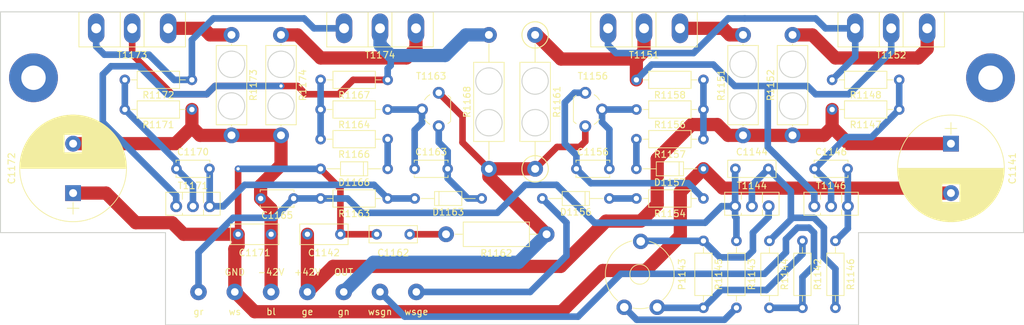
<source format=kicad_pcb>
(kicad_pcb (version 20171130) (host pcbnew "(5.1.7)-1")

  (general
    (thickness 1.6)
    (drawings 37)
    (tracks 263)
    (zones 0)
    (modules 58)
    (nets 36)
  )

  (page A4)
  (layers
    (0 F.Cu signal)
    (31 B.Cu signal)
    (32 B.Adhes user)
    (33 F.Adhes user)
    (34 B.Paste user)
    (35 F.Paste user)
    (36 B.SilkS user)
    (37 F.SilkS user)
    (38 B.Mask user)
    (39 F.Mask user)
    (40 Dwgs.User user)
    (41 Cmts.User user)
    (42 Eco1.User user)
    (43 Eco2.User user)
    (44 Edge.Cuts user)
    (45 Margin user)
    (46 B.CrtYd user)
    (47 F.CrtYd user)
    (48 B.Fab user hide)
    (49 F.Fab user hide)
  )

  (setup
    (last_trace_width 0.25)
    (user_trace_width 1)
    (user_trace_width 2)
    (trace_clearance 0.2)
    (zone_clearance 0.508)
    (zone_45_only no)
    (trace_min 0.2)
    (via_size 0.8)
    (via_drill 0.4)
    (via_min_size 0.4)
    (via_min_drill 0.3)
    (uvia_size 0.3)
    (uvia_drill 0.1)
    (uvias_allowed no)
    (uvia_min_size 0.2)
    (uvia_min_drill 0.1)
    (edge_width 0.05)
    (segment_width 0.2)
    (pcb_text_width 0.3)
    (pcb_text_size 1.5 1.5)
    (mod_edge_width 0.12)
    (mod_text_size 1 1)
    (mod_text_width 0.15)
    (pad_size 1.8 1.8)
    (pad_drill 1)
    (pad_to_mask_clearance 0)
    (aux_axis_origin 0 0)
    (visible_elements 7FFFFF7F)
    (pcbplotparams
      (layerselection 0x010fc_ffffffff)
      (usegerberextensions true)
      (usegerberattributes false)
      (usegerberadvancedattributes false)
      (creategerberjobfile false)
      (excludeedgelayer true)
      (linewidth 0.100000)
      (plotframeref false)
      (viasonmask false)
      (mode 1)
      (useauxorigin false)
      (hpglpennumber 1)
      (hpglpenspeed 20)
      (hpglpendiameter 15.000000)
      (psnegative false)
      (psa4output false)
      (plotreference true)
      (plotvalue false)
      (plotinvisibletext false)
      (padsonsilk false)
      (subtractmaskfromsilk true)
      (outputformat 1)
      (mirror false)
      (drillshape 0)
      (scaleselection 1)
      (outputdirectory "gerber"))
  )

  (net 0 "")
  (net 1 "Net-(H1-Pad1)")
  (net 2 "Net-(H2-Pad1)")
  (net 3 +42V)
  (net 4 "Net-(R1151-Pad2)")
  (net 5 "Net-(R1152-Pad2)")
  (net 6 "Net-(R1173-Pad1)")
  (net 7 -42V)
  (net 8 "Net-(R1174-Pad1)")
  (net 9 "Net-(R1148-Pad1)")
  (net 10 "Net-(R1172-Pad1)")
  (net 11 GND)
  (net 12 "Net-(D1157-Pad2)")
  (net 13 "Net-(D1166-Pad1)")
  (net 14 "Net-(R1156-Pad1)")
  (net 15 "Net-(R1158-Pad1)")
  (net 16 "Net-(R1164-Pad1)")
  (net 17 "Net-(R1167-Pad1)")
  (net 18 "Net-(C1144-Pad1)")
  (net 19 "Net-(P1143-Pad3)")
  (net 20 "Net-(P1143-Pad2)")
  (net 21 "Net-(P1143-Pad1)")
  (net 22 "Net-(C1162-Pad1)")
  (net 23 OUT)
  (net 24 "Net-(D1156-Pad1)")
  (net 25 wsge)
  (net 26 wsgn)
  (net 27 gr)
  (net 28 "Net-(C1170-Pad1)")
  (net 29 "Net-(C1170-Pad2)")
  (net 30 "Net-(C1146-Pad1)")
  (net 31 "Net-(C1146-Pad2)")
  (net 32 "Net-(C1156-Pad1)")
  (net 33 "Net-(C1156-Pad2)")
  (net 34 "Net-(C1163-Pad1)")
  (net 35 "Net-(C1163-Pad2)")

  (net_class Default "This is the default net class."
    (clearance 0.2)
    (trace_width 0.25)
    (via_dia 0.8)
    (via_drill 0.4)
    (uvia_dia 0.3)
    (uvia_drill 0.1)
    (add_net +42V)
    (add_net -42V)
    (add_net GND)
    (add_net "Net-(C1144-Pad1)")
    (add_net "Net-(C1146-Pad1)")
    (add_net "Net-(C1146-Pad2)")
    (add_net "Net-(C1156-Pad1)")
    (add_net "Net-(C1156-Pad2)")
    (add_net "Net-(C1162-Pad1)")
    (add_net "Net-(C1163-Pad1)")
    (add_net "Net-(C1163-Pad2)")
    (add_net "Net-(C1170-Pad1)")
    (add_net "Net-(C1170-Pad2)")
    (add_net "Net-(D1156-Pad1)")
    (add_net "Net-(D1157-Pad2)")
    (add_net "Net-(D1166-Pad1)")
    (add_net "Net-(H1-Pad1)")
    (add_net "Net-(H2-Pad1)")
    (add_net "Net-(P1143-Pad1)")
    (add_net "Net-(P1143-Pad2)")
    (add_net "Net-(P1143-Pad3)")
    (add_net "Net-(R1148-Pad1)")
    (add_net "Net-(R1151-Pad2)")
    (add_net "Net-(R1152-Pad2)")
    (add_net "Net-(R1156-Pad1)")
    (add_net "Net-(R1158-Pad1)")
    (add_net "Net-(R1164-Pad1)")
    (add_net "Net-(R1167-Pad1)")
    (add_net "Net-(R1172-Pad1)")
    (add_net "Net-(R1173-Pad1)")
    (add_net "Net-(R1174-Pad1)")
    (add_net OUT)
    (add_net gr)
    (add_net wsge)
    (add_net wsgn)
  )

  (module Resistors_THT:R_Axial_DIN0411_L9.9mm_D3.6mm_P15.24mm_Horizontal (layer F.Cu) (tedit 5874F706) (tstamp 633697F7)
    (at 92.5 58.75)
    (descr "Resistor, Axial_DIN0411 series, Axial, Horizontal, pin pitch=15.24mm, 1W = 1/1W, length*diameter=9.9*3.6mm^2")
    (tags "Resistor Axial_DIN0411 series Axial Horizontal pin pitch 15.24mm 1W = 1/1W length 9.9mm diameter 3.6mm")
    (path /6319F2F3)
    (fp_text reference R1162 (at 7.62 2.86) (layer F.SilkS)
      (effects (font (size 1 1) (thickness 0.15)))
    )
    (fp_text value 6.8 (at 7.62 2.86) (layer F.Fab)
      (effects (font (size 1 1) (thickness 0.15)))
    )
    (fp_line (start 2.67 -1.8) (end 2.67 1.8) (layer F.Fab) (width 0.1))
    (fp_line (start 2.67 1.8) (end 12.57 1.8) (layer F.Fab) (width 0.1))
    (fp_line (start 12.57 1.8) (end 12.57 -1.8) (layer F.Fab) (width 0.1))
    (fp_line (start 12.57 -1.8) (end 2.67 -1.8) (layer F.Fab) (width 0.1))
    (fp_line (start 0 0) (end 2.67 0) (layer F.Fab) (width 0.1))
    (fp_line (start 15.24 0) (end 12.57 0) (layer F.Fab) (width 0.1))
    (fp_line (start 2.61 -1.86) (end 2.61 1.86) (layer F.SilkS) (width 0.12))
    (fp_line (start 2.61 1.86) (end 12.63 1.86) (layer F.SilkS) (width 0.12))
    (fp_line (start 12.63 1.86) (end 12.63 -1.86) (layer F.SilkS) (width 0.12))
    (fp_line (start 12.63 -1.86) (end 2.61 -1.86) (layer F.SilkS) (width 0.12))
    (fp_line (start 1.38 0) (end 2.61 0) (layer F.SilkS) (width 0.12))
    (fp_line (start 13.86 0) (end 12.63 0) (layer F.SilkS) (width 0.12))
    (fp_line (start -1.45 -2.15) (end -1.45 2.15) (layer F.CrtYd) (width 0.05))
    (fp_line (start -1.45 2.15) (end 16.7 2.15) (layer F.CrtYd) (width 0.05))
    (fp_line (start 16.7 2.15) (end 16.7 -2.15) (layer F.CrtYd) (width 0.05))
    (fp_line (start 16.7 -2.15) (end -1.45 -2.15) (layer F.CrtYd) (width 0.05))
    (pad 1 thru_hole circle (at 0 0) (size 2.4 2.4) (drill 1.2) (layers *.Cu *.Mask)
      (net 22 "Net-(C1162-Pad1)"))
    (pad 2 thru_hole oval (at 15.24 0) (size 2.4 2.4) (drill 1.2) (layers *.Cu *.Mask)
      (net 23 OUT))
    (model ${KISYS3DMOD}/Resistors_THT.3dshapes/R_Axial_DIN0411_L9.9mm_D3.6mm_P15.24mm_Horizontal.wrl
      (at (xyz 0 0 0))
      (scale (xyz 0.393701 0.393701 0.393701))
      (rotate (xyz 0 0 0))
    )
  )

  (module Wire_Pads:SolderWirePad_single_2mmDrill (layer F.Cu) (tedit 6335D8B7) (tstamp 63360571)
    (at 88 67.5)
    (path /631DD6B2)
    (fp_text reference J7 (at 0 -3.81) (layer F.SilkS) hide
      (effects (font (size 1 1) (thickness 0.15)))
    )
    (fp_text value ws/gn (at -0.635 3.81) (layer F.Fab)
      (effects (font (size 1 1) (thickness 0.15)))
    )
    (pad 1 thru_hole circle (at 0 0) (size 2.5 2.5) (drill 1.15) (layers *.Cu *.Mask)
      (net 25 wsge))
  )

  (module Wire_Pads:SolderWirePad_single_2mmDrill (layer F.Cu) (tedit 6335D8AE) (tstamp 6336056E)
    (at 82.5 67.5)
    (path /631DD2BE)
    (fp_text reference J6 (at 0 -3.81) (layer F.SilkS) hide
      (effects (font (size 1 1) (thickness 0.15)))
    )
    (fp_text value ws/ge (at -0.635 3.81) (layer F.Fab)
      (effects (font (size 1 1) (thickness 0.15)))
    )
    (pad 1 thru_hole circle (at 0 0) (size 2.5 2.5) (drill 1.15) (layers *.Cu *.Mask)
      (net 26 wsgn))
  )

  (module Wire_Pads:SolderWirePad_single_2mmDrill (layer F.Cu) (tedit 6335D8A2) (tstamp 6336056B)
    (at 77 67.5)
    (path /631DCEAA)
    (fp_text reference J5 (at 0 -3.81) (layer F.SilkS) hide
      (effects (font (size 1 1) (thickness 0.15)))
    )
    (fp_text value ge (at -0.635 3.81) (layer F.Fab)
      (effects (font (size 1 1) (thickness 0.15)))
    )
    (pad 1 thru_hole circle (at 0 0) (size 2.5 2.5) (drill 1.15) (layers *.Cu *.Mask)
      (net 23 OUT))
  )

  (module Wire_Pads:SolderWirePad_single_2mmDrill (layer F.Cu) (tedit 6335D896) (tstamp 63360568)
    (at 71.5 67.5)
    (path /631DCAF2)
    (fp_text reference J4 (at 0 -3.81) (layer F.SilkS) hide
      (effects (font (size 1 1) (thickness 0.15)))
    )
    (fp_text value ws (at -0.635 3.81) (layer F.Fab)
      (effects (font (size 1 1) (thickness 0.15)))
    )
    (pad 1 thru_hole circle (at 0 0) (size 2.5 2.5) (drill 1.15) (layers *.Cu *.Mask)
      (net 3 +42V))
  )

  (module Wire_Pads:SolderWirePad_single_2mmDrill (layer F.Cu) (tedit 6335D88C) (tstamp 63360565)
    (at 66 67.5)
    (path /631DC712)
    (fp_text reference J3 (at 0 -3.81) (layer F.SilkS) hide
      (effects (font (size 1 1) (thickness 0.15)))
    )
    (fp_text value gn (at -0.635 3.81) (layer F.Fab)
      (effects (font (size 1 1) (thickness 0.15)))
    )
    (pad 1 thru_hole circle (at 0 0) (size 2.5 2.5) (drill 1.15) (layers *.Cu *.Mask)
      (net 7 -42V))
  )

  (module Wire_Pads:SolderWirePad_single_2mmDrill (layer F.Cu) (tedit 6335D881) (tstamp 63360562)
    (at 60.5 67.5)
    (path /631DC417)
    (fp_text reference J2 (at 0 -3.81) (layer F.SilkS) hide
      (effects (font (size 1 1) (thickness 0.15)))
    )
    (fp_text value bl (at -0.635 3.81) (layer F.Fab)
      (effects (font (size 1 1) (thickness 0.15)))
    )
    (pad 1 thru_hole circle (at 0 0) (size 2.5 2.5) (drill 1.15) (layers *.Cu *.Mask)
      (net 11 GND))
  )

  (module Wire_Pads:SolderWirePad_single_2mmDrill (layer F.Cu) (tedit 6335D871) (tstamp 6336055F)
    (at 55 67.5)
    (path /631D9835)
    (fp_text reference J1 (at 0 -3.81) (layer F.SilkS) hide
      (effects (font (size 1 1) (thickness 0.15)))
    )
    (fp_text value gr (at -0.635 3.81) (layer F.Fab)
      (effects (font (size 1 1) (thickness 0.15)))
    )
    (pad 1 thru_hole circle (at 0 0) (size 2.5 2.5) (drill 1.15) (layers *.Cu *.Mask)
      (net 27 gr))
  )

  (module Capacitors_THT:CP_Radial_D16.0mm_P7.50mm (layer F.Cu) (tedit 597BC7C2) (tstamp 630E84B4)
    (at 169 45 270)
    (descr "CP, Radial series, Radial, pin pitch=7.50mm, , diameter=16mm, Electrolytic Capacitor")
    (tags "CP Radial series Radial pin pitch 7.50mm  diameter 16mm Electrolytic Capacitor")
    (path /630C9E1D)
    (fp_text reference C1141 (at 3.75 -9.31 90) (layer F.SilkS)
      (effects (font (size 1 1) (thickness 0.15)))
    )
    (fp_text value 820µF (at 3.75 9.31 90) (layer F.Fab)
      (effects (font (size 1 1) (thickness 0.15)))
    )
    (fp_circle (center 3.75 0) (end 11.75 0) (layer F.Fab) (width 0.1))
    (fp_circle (center 3.75 0) (end 11.84 0) (layer F.SilkS) (width 0.12))
    (fp_line (start -3.2 0) (end -1.4 0) (layer F.Fab) (width 0.1))
    (fp_line (start -2.3 -0.9) (end -2.3 0.9) (layer F.Fab) (width 0.1))
    (fp_line (start 3.75 -8.051) (end 3.75 8.051) (layer F.SilkS) (width 0.12))
    (fp_line (start 3.79 -8.05) (end 3.79 8.05) (layer F.SilkS) (width 0.12))
    (fp_line (start 3.83 -8.05) (end 3.83 8.05) (layer F.SilkS) (width 0.12))
    (fp_line (start 3.87 -8.05) (end 3.87 8.05) (layer F.SilkS) (width 0.12))
    (fp_line (start 3.91 -8.049) (end 3.91 8.049) (layer F.SilkS) (width 0.12))
    (fp_line (start 3.95 -8.048) (end 3.95 8.048) (layer F.SilkS) (width 0.12))
    (fp_line (start 3.99 -8.047) (end 3.99 8.047) (layer F.SilkS) (width 0.12))
    (fp_line (start 4.03 -8.046) (end 4.03 8.046) (layer F.SilkS) (width 0.12))
    (fp_line (start 4.07 -8.044) (end 4.07 8.044) (layer F.SilkS) (width 0.12))
    (fp_line (start 4.11 -8.042) (end 4.11 8.042) (layer F.SilkS) (width 0.12))
    (fp_line (start 4.15 -8.041) (end 4.15 8.041) (layer F.SilkS) (width 0.12))
    (fp_line (start 4.19 -8.039) (end 4.19 8.039) (layer F.SilkS) (width 0.12))
    (fp_line (start 4.23 -8.036) (end 4.23 8.036) (layer F.SilkS) (width 0.12))
    (fp_line (start 4.27 -8.034) (end 4.27 8.034) (layer F.SilkS) (width 0.12))
    (fp_line (start 4.31 -8.031) (end 4.31 8.031) (layer F.SilkS) (width 0.12))
    (fp_line (start 4.35 -8.028) (end 4.35 8.028) (layer F.SilkS) (width 0.12))
    (fp_line (start 4.39 -8.025) (end 4.39 8.025) (layer F.SilkS) (width 0.12))
    (fp_line (start 4.43 -8.022) (end 4.43 8.022) (layer F.SilkS) (width 0.12))
    (fp_line (start 4.471 -8.018) (end 4.471 8.018) (layer F.SilkS) (width 0.12))
    (fp_line (start 4.511 -8.015) (end 4.511 8.015) (layer F.SilkS) (width 0.12))
    (fp_line (start 4.551 -8.011) (end 4.551 8.011) (layer F.SilkS) (width 0.12))
    (fp_line (start 4.591 -8.007) (end 4.591 8.007) (layer F.SilkS) (width 0.12))
    (fp_line (start 4.631 -8.002) (end 4.631 8.002) (layer F.SilkS) (width 0.12))
    (fp_line (start 4.671 -7.998) (end 4.671 7.998) (layer F.SilkS) (width 0.12))
    (fp_line (start 4.711 -7.993) (end 4.711 7.993) (layer F.SilkS) (width 0.12))
    (fp_line (start 4.751 -7.988) (end 4.751 7.988) (layer F.SilkS) (width 0.12))
    (fp_line (start 4.791 -7.983) (end 4.791 7.983) (layer F.SilkS) (width 0.12))
    (fp_line (start 4.831 -7.978) (end 4.831 7.978) (layer F.SilkS) (width 0.12))
    (fp_line (start 4.871 -7.973) (end 4.871 7.973) (layer F.SilkS) (width 0.12))
    (fp_line (start 4.911 -7.967) (end 4.911 7.967) (layer F.SilkS) (width 0.12))
    (fp_line (start 4.951 -7.961) (end 4.951 7.961) (layer F.SilkS) (width 0.12))
    (fp_line (start 4.991 -7.955) (end 4.991 7.955) (layer F.SilkS) (width 0.12))
    (fp_line (start 5.031 -7.949) (end 5.031 7.949) (layer F.SilkS) (width 0.12))
    (fp_line (start 5.071 -7.942) (end 5.071 7.942) (layer F.SilkS) (width 0.12))
    (fp_line (start 5.111 -7.935) (end 5.111 7.935) (layer F.SilkS) (width 0.12))
    (fp_line (start 5.151 -7.928) (end 5.151 7.928) (layer F.SilkS) (width 0.12))
    (fp_line (start 5.191 -7.921) (end 5.191 7.921) (layer F.SilkS) (width 0.12))
    (fp_line (start 5.231 -7.914) (end 5.231 7.914) (layer F.SilkS) (width 0.12))
    (fp_line (start 5.271 -7.906) (end 5.271 7.906) (layer F.SilkS) (width 0.12))
    (fp_line (start 5.311 -7.899) (end 5.311 7.899) (layer F.SilkS) (width 0.12))
    (fp_line (start 5.351 -7.891) (end 5.351 7.891) (layer F.SilkS) (width 0.12))
    (fp_line (start 5.391 -7.883) (end 5.391 7.883) (layer F.SilkS) (width 0.12))
    (fp_line (start 5.431 -7.874) (end 5.431 7.874) (layer F.SilkS) (width 0.12))
    (fp_line (start 5.471 -7.866) (end 5.471 7.866) (layer F.SilkS) (width 0.12))
    (fp_line (start 5.511 -7.857) (end 5.511 7.857) (layer F.SilkS) (width 0.12))
    (fp_line (start 5.551 -7.848) (end 5.551 7.848) (layer F.SilkS) (width 0.12))
    (fp_line (start 5.591 -7.838) (end 5.591 7.838) (layer F.SilkS) (width 0.12))
    (fp_line (start 5.631 -7.829) (end 5.631 7.829) (layer F.SilkS) (width 0.12))
    (fp_line (start 5.671 -7.819) (end 5.671 7.819) (layer F.SilkS) (width 0.12))
    (fp_line (start 5.711 -7.809) (end 5.711 7.809) (layer F.SilkS) (width 0.12))
    (fp_line (start 5.751 -7.799) (end 5.751 7.799) (layer F.SilkS) (width 0.12))
    (fp_line (start 5.791 -7.789) (end 5.791 7.789) (layer F.SilkS) (width 0.12))
    (fp_line (start 5.831 -7.779) (end 5.831 7.779) (layer F.SilkS) (width 0.12))
    (fp_line (start 5.871 -7.768) (end 5.871 7.768) (layer F.SilkS) (width 0.12))
    (fp_line (start 5.911 -7.757) (end 5.911 7.757) (layer F.SilkS) (width 0.12))
    (fp_line (start 5.951 -7.746) (end 5.951 7.746) (layer F.SilkS) (width 0.12))
    (fp_line (start 5.991 -7.734) (end 5.991 7.734) (layer F.SilkS) (width 0.12))
    (fp_line (start 6.031 -7.723) (end 6.031 7.723) (layer F.SilkS) (width 0.12))
    (fp_line (start 6.071 -7.711) (end 6.071 7.711) (layer F.SilkS) (width 0.12))
    (fp_line (start 6.111 -7.699) (end 6.111 7.699) (layer F.SilkS) (width 0.12))
    (fp_line (start 6.151 -7.686) (end 6.151 -1.38) (layer F.SilkS) (width 0.12))
    (fp_line (start 6.151 1.38) (end 6.151 7.686) (layer F.SilkS) (width 0.12))
    (fp_line (start 6.191 -7.674) (end 6.191 -1.38) (layer F.SilkS) (width 0.12))
    (fp_line (start 6.191 1.38) (end 6.191 7.674) (layer F.SilkS) (width 0.12))
    (fp_line (start 6.231 -7.661) (end 6.231 -1.38) (layer F.SilkS) (width 0.12))
    (fp_line (start 6.231 1.38) (end 6.231 7.661) (layer F.SilkS) (width 0.12))
    (fp_line (start 6.271 -7.648) (end 6.271 -1.38) (layer F.SilkS) (width 0.12))
    (fp_line (start 6.271 1.38) (end 6.271 7.648) (layer F.SilkS) (width 0.12))
    (fp_line (start 6.311 -7.635) (end 6.311 -1.38) (layer F.SilkS) (width 0.12))
    (fp_line (start 6.311 1.38) (end 6.311 7.635) (layer F.SilkS) (width 0.12))
    (fp_line (start 6.351 -7.621) (end 6.351 -1.38) (layer F.SilkS) (width 0.12))
    (fp_line (start 6.351 1.38) (end 6.351 7.621) (layer F.SilkS) (width 0.12))
    (fp_line (start 6.391 -7.608) (end 6.391 -1.38) (layer F.SilkS) (width 0.12))
    (fp_line (start 6.391 1.38) (end 6.391 7.608) (layer F.SilkS) (width 0.12))
    (fp_line (start 6.431 -7.594) (end 6.431 -1.38) (layer F.SilkS) (width 0.12))
    (fp_line (start 6.431 1.38) (end 6.431 7.594) (layer F.SilkS) (width 0.12))
    (fp_line (start 6.471 -7.58) (end 6.471 -1.38) (layer F.SilkS) (width 0.12))
    (fp_line (start 6.471 1.38) (end 6.471 7.58) (layer F.SilkS) (width 0.12))
    (fp_line (start 6.511 -7.565) (end 6.511 -1.38) (layer F.SilkS) (width 0.12))
    (fp_line (start 6.511 1.38) (end 6.511 7.565) (layer F.SilkS) (width 0.12))
    (fp_line (start 6.551 -7.55) (end 6.551 -1.38) (layer F.SilkS) (width 0.12))
    (fp_line (start 6.551 1.38) (end 6.551 7.55) (layer F.SilkS) (width 0.12))
    (fp_line (start 6.591 -7.536) (end 6.591 -1.38) (layer F.SilkS) (width 0.12))
    (fp_line (start 6.591 1.38) (end 6.591 7.536) (layer F.SilkS) (width 0.12))
    (fp_line (start 6.631 -7.521) (end 6.631 -1.38) (layer F.SilkS) (width 0.12))
    (fp_line (start 6.631 1.38) (end 6.631 7.521) (layer F.SilkS) (width 0.12))
    (fp_line (start 6.671 -7.505) (end 6.671 -1.38) (layer F.SilkS) (width 0.12))
    (fp_line (start 6.671 1.38) (end 6.671 7.505) (layer F.SilkS) (width 0.12))
    (fp_line (start 6.711 -7.49) (end 6.711 -1.38) (layer F.SilkS) (width 0.12))
    (fp_line (start 6.711 1.38) (end 6.711 7.49) (layer F.SilkS) (width 0.12))
    (fp_line (start 6.751 -7.474) (end 6.751 -1.38) (layer F.SilkS) (width 0.12))
    (fp_line (start 6.751 1.38) (end 6.751 7.474) (layer F.SilkS) (width 0.12))
    (fp_line (start 6.791 -7.458) (end 6.791 -1.38) (layer F.SilkS) (width 0.12))
    (fp_line (start 6.791 1.38) (end 6.791 7.458) (layer F.SilkS) (width 0.12))
    (fp_line (start 6.831 -7.441) (end 6.831 -1.38) (layer F.SilkS) (width 0.12))
    (fp_line (start 6.831 1.38) (end 6.831 7.441) (layer F.SilkS) (width 0.12))
    (fp_line (start 6.871 -7.425) (end 6.871 -1.38) (layer F.SilkS) (width 0.12))
    (fp_line (start 6.871 1.38) (end 6.871 7.425) (layer F.SilkS) (width 0.12))
    (fp_line (start 6.911 -7.408) (end 6.911 -1.38) (layer F.SilkS) (width 0.12))
    (fp_line (start 6.911 1.38) (end 6.911 7.408) (layer F.SilkS) (width 0.12))
    (fp_line (start 6.951 -7.391) (end 6.951 -1.38) (layer F.SilkS) (width 0.12))
    (fp_line (start 6.951 1.38) (end 6.951 7.391) (layer F.SilkS) (width 0.12))
    (fp_line (start 6.991 -7.373) (end 6.991 -1.38) (layer F.SilkS) (width 0.12))
    (fp_line (start 6.991 1.38) (end 6.991 7.373) (layer F.SilkS) (width 0.12))
    (fp_line (start 7.031 -7.356) (end 7.031 -1.38) (layer F.SilkS) (width 0.12))
    (fp_line (start 7.031 1.38) (end 7.031 7.356) (layer F.SilkS) (width 0.12))
    (fp_line (start 7.071 -7.338) (end 7.071 -1.38) (layer F.SilkS) (width 0.12))
    (fp_line (start 7.071 1.38) (end 7.071 7.338) (layer F.SilkS) (width 0.12))
    (fp_line (start 7.111 -7.32) (end 7.111 -1.38) (layer F.SilkS) (width 0.12))
    (fp_line (start 7.111 1.38) (end 7.111 7.32) (layer F.SilkS) (width 0.12))
    (fp_line (start 7.151 -7.301) (end 7.151 -1.38) (layer F.SilkS) (width 0.12))
    (fp_line (start 7.151 1.38) (end 7.151 7.301) (layer F.SilkS) (width 0.12))
    (fp_line (start 7.191 -7.283) (end 7.191 -1.38) (layer F.SilkS) (width 0.12))
    (fp_line (start 7.191 1.38) (end 7.191 7.283) (layer F.SilkS) (width 0.12))
    (fp_line (start 7.231 -7.264) (end 7.231 -1.38) (layer F.SilkS) (width 0.12))
    (fp_line (start 7.231 1.38) (end 7.231 7.264) (layer F.SilkS) (width 0.12))
    (fp_line (start 7.271 -7.245) (end 7.271 -1.38) (layer F.SilkS) (width 0.12))
    (fp_line (start 7.271 1.38) (end 7.271 7.245) (layer F.SilkS) (width 0.12))
    (fp_line (start 7.311 -7.225) (end 7.311 -1.38) (layer F.SilkS) (width 0.12))
    (fp_line (start 7.311 1.38) (end 7.311 7.225) (layer F.SilkS) (width 0.12))
    (fp_line (start 7.351 -7.205) (end 7.351 -1.38) (layer F.SilkS) (width 0.12))
    (fp_line (start 7.351 1.38) (end 7.351 7.205) (layer F.SilkS) (width 0.12))
    (fp_line (start 7.391 -7.185) (end 7.391 -1.38) (layer F.SilkS) (width 0.12))
    (fp_line (start 7.391 1.38) (end 7.391 7.185) (layer F.SilkS) (width 0.12))
    (fp_line (start 7.431 -7.165) (end 7.431 -1.38) (layer F.SilkS) (width 0.12))
    (fp_line (start 7.431 1.38) (end 7.431 7.165) (layer F.SilkS) (width 0.12))
    (fp_line (start 7.471 -7.144) (end 7.471 -1.38) (layer F.SilkS) (width 0.12))
    (fp_line (start 7.471 1.38) (end 7.471 7.144) (layer F.SilkS) (width 0.12))
    (fp_line (start 7.511 -7.124) (end 7.511 -1.38) (layer F.SilkS) (width 0.12))
    (fp_line (start 7.511 1.38) (end 7.511 7.124) (layer F.SilkS) (width 0.12))
    (fp_line (start 7.551 -7.102) (end 7.551 -1.38) (layer F.SilkS) (width 0.12))
    (fp_line (start 7.551 1.38) (end 7.551 7.102) (layer F.SilkS) (width 0.12))
    (fp_line (start 7.591 -7.081) (end 7.591 -1.38) (layer F.SilkS) (width 0.12))
    (fp_line (start 7.591 1.38) (end 7.591 7.081) (layer F.SilkS) (width 0.12))
    (fp_line (start 7.631 -7.059) (end 7.631 -1.38) (layer F.SilkS) (width 0.12))
    (fp_line (start 7.631 1.38) (end 7.631 7.059) (layer F.SilkS) (width 0.12))
    (fp_line (start 7.671 -7.037) (end 7.671 -1.38) (layer F.SilkS) (width 0.12))
    (fp_line (start 7.671 1.38) (end 7.671 7.037) (layer F.SilkS) (width 0.12))
    (fp_line (start 7.711 -7.015) (end 7.711 -1.38) (layer F.SilkS) (width 0.12))
    (fp_line (start 7.711 1.38) (end 7.711 7.015) (layer F.SilkS) (width 0.12))
    (fp_line (start 7.751 -6.992) (end 7.751 -1.38) (layer F.SilkS) (width 0.12))
    (fp_line (start 7.751 1.38) (end 7.751 6.992) (layer F.SilkS) (width 0.12))
    (fp_line (start 7.791 -6.97) (end 7.791 -1.38) (layer F.SilkS) (width 0.12))
    (fp_line (start 7.791 1.38) (end 7.791 6.97) (layer F.SilkS) (width 0.12))
    (fp_line (start 7.831 -6.946) (end 7.831 -1.38) (layer F.SilkS) (width 0.12))
    (fp_line (start 7.831 1.38) (end 7.831 6.946) (layer F.SilkS) (width 0.12))
    (fp_line (start 7.871 -6.923) (end 7.871 -1.38) (layer F.SilkS) (width 0.12))
    (fp_line (start 7.871 1.38) (end 7.871 6.923) (layer F.SilkS) (width 0.12))
    (fp_line (start 7.911 -6.899) (end 7.911 -1.38) (layer F.SilkS) (width 0.12))
    (fp_line (start 7.911 1.38) (end 7.911 6.899) (layer F.SilkS) (width 0.12))
    (fp_line (start 7.951 -6.875) (end 7.951 -1.38) (layer F.SilkS) (width 0.12))
    (fp_line (start 7.951 1.38) (end 7.951 6.875) (layer F.SilkS) (width 0.12))
    (fp_line (start 7.991 -6.85) (end 7.991 -1.38) (layer F.SilkS) (width 0.12))
    (fp_line (start 7.991 1.38) (end 7.991 6.85) (layer F.SilkS) (width 0.12))
    (fp_line (start 8.031 -6.826) (end 8.031 -1.38) (layer F.SilkS) (width 0.12))
    (fp_line (start 8.031 1.38) (end 8.031 6.826) (layer F.SilkS) (width 0.12))
    (fp_line (start 8.071 -6.801) (end 8.071 -1.38) (layer F.SilkS) (width 0.12))
    (fp_line (start 8.071 1.38) (end 8.071 6.801) (layer F.SilkS) (width 0.12))
    (fp_line (start 8.111 -6.775) (end 8.111 -1.38) (layer F.SilkS) (width 0.12))
    (fp_line (start 8.111 1.38) (end 8.111 6.775) (layer F.SilkS) (width 0.12))
    (fp_line (start 8.151 -6.749) (end 8.151 -1.38) (layer F.SilkS) (width 0.12))
    (fp_line (start 8.151 1.38) (end 8.151 6.749) (layer F.SilkS) (width 0.12))
    (fp_line (start 8.191 -6.723) (end 8.191 -1.38) (layer F.SilkS) (width 0.12))
    (fp_line (start 8.191 1.38) (end 8.191 6.723) (layer F.SilkS) (width 0.12))
    (fp_line (start 8.231 -6.697) (end 8.231 -1.38) (layer F.SilkS) (width 0.12))
    (fp_line (start 8.231 1.38) (end 8.231 6.697) (layer F.SilkS) (width 0.12))
    (fp_line (start 8.271 -6.67) (end 8.271 -1.38) (layer F.SilkS) (width 0.12))
    (fp_line (start 8.271 1.38) (end 8.271 6.67) (layer F.SilkS) (width 0.12))
    (fp_line (start 8.311 -6.643) (end 8.311 -1.38) (layer F.SilkS) (width 0.12))
    (fp_line (start 8.311 1.38) (end 8.311 6.643) (layer F.SilkS) (width 0.12))
    (fp_line (start 8.351 -6.615) (end 8.351 -1.38) (layer F.SilkS) (width 0.12))
    (fp_line (start 8.351 1.38) (end 8.351 6.615) (layer F.SilkS) (width 0.12))
    (fp_line (start 8.391 -6.588) (end 8.391 -1.38) (layer F.SilkS) (width 0.12))
    (fp_line (start 8.391 1.38) (end 8.391 6.588) (layer F.SilkS) (width 0.12))
    (fp_line (start 8.431 -6.559) (end 8.431 -1.38) (layer F.SilkS) (width 0.12))
    (fp_line (start 8.431 1.38) (end 8.431 6.559) (layer F.SilkS) (width 0.12))
    (fp_line (start 8.471 -6.531) (end 8.471 -1.38) (layer F.SilkS) (width 0.12))
    (fp_line (start 8.471 1.38) (end 8.471 6.531) (layer F.SilkS) (width 0.12))
    (fp_line (start 8.511 -6.502) (end 8.511 -1.38) (layer F.SilkS) (width 0.12))
    (fp_line (start 8.511 1.38) (end 8.511 6.502) (layer F.SilkS) (width 0.12))
    (fp_line (start 8.551 -6.473) (end 8.551 -1.38) (layer F.SilkS) (width 0.12))
    (fp_line (start 8.551 1.38) (end 8.551 6.473) (layer F.SilkS) (width 0.12))
    (fp_line (start 8.591 -6.443) (end 8.591 -1.38) (layer F.SilkS) (width 0.12))
    (fp_line (start 8.591 1.38) (end 8.591 6.443) (layer F.SilkS) (width 0.12))
    (fp_line (start 8.631 -6.413) (end 8.631 -1.38) (layer F.SilkS) (width 0.12))
    (fp_line (start 8.631 1.38) (end 8.631 6.413) (layer F.SilkS) (width 0.12))
    (fp_line (start 8.671 -6.382) (end 8.671 -1.38) (layer F.SilkS) (width 0.12))
    (fp_line (start 8.671 1.38) (end 8.671 6.382) (layer F.SilkS) (width 0.12))
    (fp_line (start 8.711 -6.352) (end 8.711 -1.38) (layer F.SilkS) (width 0.12))
    (fp_line (start 8.711 1.38) (end 8.711 6.352) (layer F.SilkS) (width 0.12))
    (fp_line (start 8.751 -6.32) (end 8.751 -1.38) (layer F.SilkS) (width 0.12))
    (fp_line (start 8.751 1.38) (end 8.751 6.32) (layer F.SilkS) (width 0.12))
    (fp_line (start 8.791 -6.289) (end 8.791 -1.38) (layer F.SilkS) (width 0.12))
    (fp_line (start 8.791 1.38) (end 8.791 6.289) (layer F.SilkS) (width 0.12))
    (fp_line (start 8.831 -6.257) (end 8.831 -1.38) (layer F.SilkS) (width 0.12))
    (fp_line (start 8.831 1.38) (end 8.831 6.257) (layer F.SilkS) (width 0.12))
    (fp_line (start 8.871 -6.224) (end 8.871 -1.38) (layer F.SilkS) (width 0.12))
    (fp_line (start 8.871 1.38) (end 8.871 6.224) (layer F.SilkS) (width 0.12))
    (fp_line (start 8.911 -6.191) (end 8.911 6.191) (layer F.SilkS) (width 0.12))
    (fp_line (start 8.951 -6.158) (end 8.951 6.158) (layer F.SilkS) (width 0.12))
    (fp_line (start 8.991 -6.124) (end 8.991 6.124) (layer F.SilkS) (width 0.12))
    (fp_line (start 9.031 -6.09) (end 9.031 6.09) (layer F.SilkS) (width 0.12))
    (fp_line (start 9.071 -6.055) (end 9.071 6.055) (layer F.SilkS) (width 0.12))
    (fp_line (start 9.111 -6.02) (end 9.111 6.02) (layer F.SilkS) (width 0.12))
    (fp_line (start 9.151 -5.984) (end 9.151 5.984) (layer F.SilkS) (width 0.12))
    (fp_line (start 9.191 -5.948) (end 9.191 5.948) (layer F.SilkS) (width 0.12))
    (fp_line (start 9.231 -5.912) (end 9.231 5.912) (layer F.SilkS) (width 0.12))
    (fp_line (start 9.271 -5.875) (end 9.271 5.875) (layer F.SilkS) (width 0.12))
    (fp_line (start 9.311 -5.837) (end 9.311 5.837) (layer F.SilkS) (width 0.12))
    (fp_line (start 9.351 -5.799) (end 9.351 5.799) (layer F.SilkS) (width 0.12))
    (fp_line (start 9.391 -5.76) (end 9.391 5.76) (layer F.SilkS) (width 0.12))
    (fp_line (start 9.431 -5.721) (end 9.431 5.721) (layer F.SilkS) (width 0.12))
    (fp_line (start 9.471 -5.681) (end 9.471 5.681) (layer F.SilkS) (width 0.12))
    (fp_line (start 9.511 -5.641) (end 9.511 5.641) (layer F.SilkS) (width 0.12))
    (fp_line (start 9.551 -5.6) (end 9.551 5.6) (layer F.SilkS) (width 0.12))
    (fp_line (start 9.591 -5.559) (end 9.591 5.559) (layer F.SilkS) (width 0.12))
    (fp_line (start 9.631 -5.517) (end 9.631 5.517) (layer F.SilkS) (width 0.12))
    (fp_line (start 9.671 -5.474) (end 9.671 5.474) (layer F.SilkS) (width 0.12))
    (fp_line (start 9.711 -5.431) (end 9.711 5.431) (layer F.SilkS) (width 0.12))
    (fp_line (start 9.751 -5.387) (end 9.751 5.387) (layer F.SilkS) (width 0.12))
    (fp_line (start 9.791 -5.343) (end 9.791 5.343) (layer F.SilkS) (width 0.12))
    (fp_line (start 9.831 -5.297) (end 9.831 5.297) (layer F.SilkS) (width 0.12))
    (fp_line (start 9.871 -5.251) (end 9.871 5.251) (layer F.SilkS) (width 0.12))
    (fp_line (start 9.911 -5.205) (end 9.911 5.205) (layer F.SilkS) (width 0.12))
    (fp_line (start 9.951 -5.157) (end 9.951 5.157) (layer F.SilkS) (width 0.12))
    (fp_line (start 9.991 -5.109) (end 9.991 5.109) (layer F.SilkS) (width 0.12))
    (fp_line (start 10.031 -5.06) (end 10.031 5.06) (layer F.SilkS) (width 0.12))
    (fp_line (start 10.071 -5.011) (end 10.071 5.011) (layer F.SilkS) (width 0.12))
    (fp_line (start 10.111 -4.96) (end 10.111 4.96) (layer F.SilkS) (width 0.12))
    (fp_line (start 10.151 -4.909) (end 10.151 4.909) (layer F.SilkS) (width 0.12))
    (fp_line (start 10.191 -4.857) (end 10.191 4.857) (layer F.SilkS) (width 0.12))
    (fp_line (start 10.231 -4.804) (end 10.231 4.804) (layer F.SilkS) (width 0.12))
    (fp_line (start 10.271 -4.75) (end 10.271 4.75) (layer F.SilkS) (width 0.12))
    (fp_line (start 10.311 -4.695) (end 10.311 4.695) (layer F.SilkS) (width 0.12))
    (fp_line (start 10.351 -4.639) (end 10.351 4.639) (layer F.SilkS) (width 0.12))
    (fp_line (start 10.391 -4.582) (end 10.391 4.582) (layer F.SilkS) (width 0.12))
    (fp_line (start 10.431 -4.524) (end 10.431 4.524) (layer F.SilkS) (width 0.12))
    (fp_line (start 10.471 -4.465) (end 10.471 4.465) (layer F.SilkS) (width 0.12))
    (fp_line (start 10.511 -4.405) (end 10.511 4.405) (layer F.SilkS) (width 0.12))
    (fp_line (start 10.551 -4.343) (end 10.551 4.343) (layer F.SilkS) (width 0.12))
    (fp_line (start 10.591 -4.281) (end 10.591 4.281) (layer F.SilkS) (width 0.12))
    (fp_line (start 10.631 -4.217) (end 10.631 4.217) (layer F.SilkS) (width 0.12))
    (fp_line (start 10.671 -4.151) (end 10.671 4.151) (layer F.SilkS) (width 0.12))
    (fp_line (start 10.711 -4.084) (end 10.711 4.084) (layer F.SilkS) (width 0.12))
    (fp_line (start 10.751 -4.016) (end 10.751 4.016) (layer F.SilkS) (width 0.12))
    (fp_line (start 10.791 -3.946) (end 10.791 3.946) (layer F.SilkS) (width 0.12))
    (fp_line (start 10.831 -3.875) (end 10.831 3.875) (layer F.SilkS) (width 0.12))
    (fp_line (start 10.871 -3.802) (end 10.871 3.802) (layer F.SilkS) (width 0.12))
    (fp_line (start 10.911 -3.726) (end 10.911 3.726) (layer F.SilkS) (width 0.12))
    (fp_line (start 10.951 -3.649) (end 10.951 3.649) (layer F.SilkS) (width 0.12))
    (fp_line (start 10.991 -3.57) (end 10.991 3.57) (layer F.SilkS) (width 0.12))
    (fp_line (start 11.031 -3.489) (end 11.031 3.489) (layer F.SilkS) (width 0.12))
    (fp_line (start 11.071 -3.405) (end 11.071 3.405) (layer F.SilkS) (width 0.12))
    (fp_line (start 11.111 -3.319) (end 11.111 3.319) (layer F.SilkS) (width 0.12))
    (fp_line (start 11.151 -3.23) (end 11.151 3.23) (layer F.SilkS) (width 0.12))
    (fp_line (start 11.191 -3.138) (end 11.191 3.138) (layer F.SilkS) (width 0.12))
    (fp_line (start 11.231 -3.042) (end 11.231 3.042) (layer F.SilkS) (width 0.12))
    (fp_line (start 11.271 -2.943) (end 11.271 2.943) (layer F.SilkS) (width 0.12))
    (fp_line (start 11.311 -2.841) (end 11.311 2.841) (layer F.SilkS) (width 0.12))
    (fp_line (start 11.351 -2.733) (end 11.351 2.733) (layer F.SilkS) (width 0.12))
    (fp_line (start 11.391 -2.621) (end 11.391 2.621) (layer F.SilkS) (width 0.12))
    (fp_line (start 11.431 -2.503) (end 11.431 2.503) (layer F.SilkS) (width 0.12))
    (fp_line (start 11.471 -2.379) (end 11.471 2.379) (layer F.SilkS) (width 0.12))
    (fp_line (start 11.511 -2.248) (end 11.511 2.248) (layer F.SilkS) (width 0.12))
    (fp_line (start 11.551 -2.107) (end 11.551 2.107) (layer F.SilkS) (width 0.12))
    (fp_line (start 11.591 -1.956) (end 11.591 1.956) (layer F.SilkS) (width 0.12))
    (fp_line (start 11.631 -1.792) (end 11.631 1.792) (layer F.SilkS) (width 0.12))
    (fp_line (start 11.671 -1.61) (end 11.671 1.61) (layer F.SilkS) (width 0.12))
    (fp_line (start 11.711 -1.405) (end 11.711 1.405) (layer F.SilkS) (width 0.12))
    (fp_line (start 11.751 -1.164) (end 11.751 1.164) (layer F.SilkS) (width 0.12))
    (fp_line (start 11.791 -0.859) (end 11.791 0.859) (layer F.SilkS) (width 0.12))
    (fp_line (start 11.831 -0.363) (end 11.831 0.363) (layer F.SilkS) (width 0.12))
    (fp_line (start -3.2 0) (end -1.4 0) (layer F.SilkS) (width 0.12))
    (fp_line (start -2.3 -0.9) (end -2.3 0.9) (layer F.SilkS) (width 0.12))
    (fp_line (start -4.6 -8.35) (end -4.6 8.35) (layer F.CrtYd) (width 0.05))
    (fp_line (start -4.6 8.35) (end 12.1 8.35) (layer F.CrtYd) (width 0.05))
    (fp_line (start 12.1 8.35) (end 12.1 -8.35) (layer F.CrtYd) (width 0.05))
    (fp_line (start 12.1 -8.35) (end -4.6 -8.35) (layer F.CrtYd) (width 0.05))
    (fp_text user %R (at 3.75 0 90) (layer F.Fab)
      (effects (font (size 1 1) (thickness 0.15)))
    )
    (pad 1 thru_hole rect (at 0 0 270) (size 2.4 2.4) (drill 1.2) (layers *.Cu *.Mask)
      (net 3 +42V))
    (pad 2 thru_hole circle (at 7.5 0 270) (size 2.4 2.4) (drill 1.2) (layers *.Cu *.Mask)
      (net 11 GND))
    (model ${KISYS3DMOD}/Capacitors_THT.3dshapes/CP_Radial_D16.0mm_P7.50mm.wrl
      (at (xyz 0 0 0))
      (scale (xyz 1 1 1))
      (rotate (xyz 0 0 0))
    )
  )

  (module Resistors_THT:R_Axial_DIN0414_L11.9mm_D4.5mm_P15.24mm_Horizontal (layer F.Cu) (tedit 5874F706) (tstamp 630E4836)
    (at 67.5 28.5 270)
    (descr "Resistor, Axial_DIN0414 series, Axial, Horizontal, pin pitch=15.24mm, 2W, length*diameter=11.9*4.5mm^2, http://www.vishay.com/docs/20128/wkxwrx.pdf")
    (tags "Resistor Axial_DIN0414 series Axial Horizontal pin pitch 15.24mm 2W length 11.9mm diameter 4.5mm")
    (path /630A4A9A)
    (fp_text reference R1174 (at 7.62 -3.31 90) (layer F.SilkS)
      (effects (font (size 1 1) (thickness 0.15)))
    )
    (fp_text value 0.27 (at 7.62 3.31 90) (layer F.Fab)
      (effects (font (size 1 1) (thickness 0.15)))
    )
    (fp_line (start 1.67 -2.25) (end 1.67 2.25) (layer F.Fab) (width 0.1))
    (fp_line (start 1.67 2.25) (end 13.57 2.25) (layer F.Fab) (width 0.1))
    (fp_line (start 13.57 2.25) (end 13.57 -2.25) (layer F.Fab) (width 0.1))
    (fp_line (start 13.57 -2.25) (end 1.67 -2.25) (layer F.Fab) (width 0.1))
    (fp_line (start 0 0) (end 1.67 0) (layer F.Fab) (width 0.1))
    (fp_line (start 15.24 0) (end 13.57 0) (layer F.Fab) (width 0.1))
    (fp_line (start 1.61 -2.31) (end 1.61 2.31) (layer F.SilkS) (width 0.12))
    (fp_line (start 1.61 2.31) (end 13.63 2.31) (layer F.SilkS) (width 0.12))
    (fp_line (start 13.63 2.31) (end 13.63 -2.31) (layer F.SilkS) (width 0.12))
    (fp_line (start 13.63 -2.31) (end 1.61 -2.31) (layer F.SilkS) (width 0.12))
    (fp_line (start 1.38 0) (end 1.61 0) (layer F.SilkS) (width 0.12))
    (fp_line (start 13.86 0) (end 13.63 0) (layer F.SilkS) (width 0.12))
    (fp_line (start -1.45 -2.6) (end -1.45 2.6) (layer F.CrtYd) (width 0.05))
    (fp_line (start -1.45 2.6) (end 16.7 2.6) (layer F.CrtYd) (width 0.05))
    (fp_line (start 16.7 2.6) (end 16.7 -2.6) (layer F.CrtYd) (width 0.05))
    (fp_line (start 16.7 -2.6) (end -1.45 -2.6) (layer F.CrtYd) (width 0.05))
    (pad 1 thru_hole circle (at 0 0 270) (size 2.4 2.4) (drill 1.2) (layers *.Cu *.Mask)
      (net 8 "Net-(R1174-Pad1)"))
    (pad 2 thru_hole oval (at 15.24 0 270) (size 2.4 2.4) (drill 1.2) (layers *.Cu *.Mask)
      (net 7 -42V))
    (model ${KISYS3DMOD}/Resistors_THT.3dshapes/R_Axial_DIN0414_L11.9mm_D4.5mm_P15.24mm_Horizontal.wrl
      (at (xyz 0 0 0))
      (scale (xyz 0.393701 0.393701 0.393701))
      (rotate (xyz 0 0 0))
    )
  )

  (module Resistors_THT:R_Axial_DIN0414_L11.9mm_D4.5mm_P15.24mm_Horizontal (layer F.Cu) (tedit 5874F706) (tstamp 630E4833)
    (at 60 28.5 270)
    (descr "Resistor, Axial_DIN0414 series, Axial, Horizontal, pin pitch=15.24mm, 2W, length*diameter=11.9*4.5mm^2, http://www.vishay.com/docs/20128/wkxwrx.pdf")
    (tags "Resistor Axial_DIN0414 series Axial Horizontal pin pitch 15.24mm 2W length 11.9mm diameter 4.5mm")
    (path /630A3D82)
    (fp_text reference R1173 (at 7.62 -3.31 90) (layer F.SilkS)
      (effects (font (size 1 1) (thickness 0.15)))
    )
    (fp_text value 0.27 (at 7.62 3.31 90) (layer F.Fab)
      (effects (font (size 1 1) (thickness 0.15)))
    )
    (fp_line (start 1.67 -2.25) (end 1.67 2.25) (layer F.Fab) (width 0.1))
    (fp_line (start 1.67 2.25) (end 13.57 2.25) (layer F.Fab) (width 0.1))
    (fp_line (start 13.57 2.25) (end 13.57 -2.25) (layer F.Fab) (width 0.1))
    (fp_line (start 13.57 -2.25) (end 1.67 -2.25) (layer F.Fab) (width 0.1))
    (fp_line (start 0 0) (end 1.67 0) (layer F.Fab) (width 0.1))
    (fp_line (start 15.24 0) (end 13.57 0) (layer F.Fab) (width 0.1))
    (fp_line (start 1.61 -2.31) (end 1.61 2.31) (layer F.SilkS) (width 0.12))
    (fp_line (start 1.61 2.31) (end 13.63 2.31) (layer F.SilkS) (width 0.12))
    (fp_line (start 13.63 2.31) (end 13.63 -2.31) (layer F.SilkS) (width 0.12))
    (fp_line (start 13.63 -2.31) (end 1.61 -2.31) (layer F.SilkS) (width 0.12))
    (fp_line (start 1.38 0) (end 1.61 0) (layer F.SilkS) (width 0.12))
    (fp_line (start 13.86 0) (end 13.63 0) (layer F.SilkS) (width 0.12))
    (fp_line (start -1.45 -2.6) (end -1.45 2.6) (layer F.CrtYd) (width 0.05))
    (fp_line (start -1.45 2.6) (end 16.7 2.6) (layer F.CrtYd) (width 0.05))
    (fp_line (start 16.7 2.6) (end 16.7 -2.6) (layer F.CrtYd) (width 0.05))
    (fp_line (start 16.7 -2.6) (end -1.45 -2.6) (layer F.CrtYd) (width 0.05))
    (pad 1 thru_hole circle (at 0 0 270) (size 2.4 2.4) (drill 1.2) (layers *.Cu *.Mask)
      (net 6 "Net-(R1173-Pad1)"))
    (pad 2 thru_hole oval (at 15.24 0 270) (size 2.4 2.4) (drill 1.2) (layers *.Cu *.Mask)
      (net 7 -42V))
    (model ${KISYS3DMOD}/Resistors_THT.3dshapes/R_Axial_DIN0414_L11.9mm_D4.5mm_P15.24mm_Horizontal.wrl
      (at (xyz 0 0 0))
      (scale (xyz 0.393701 0.393701 0.393701))
      (rotate (xyz 0 0 0))
    )
  )

  (module Resistors_THT:R_Axial_DIN0414_L11.9mm_D4.5mm_P15.24mm_Horizontal (layer F.Cu) (tedit 5874F706) (tstamp 630E1FA9)
    (at 145 43.74 90)
    (descr "Resistor, Axial_DIN0414 series, Axial, Horizontal, pin pitch=15.24mm, 2W, length*diameter=11.9*4.5mm^2, http://www.vishay.com/docs/20128/wkxwrx.pdf")
    (tags "Resistor Axial_DIN0414 series Axial Horizontal pin pitch 15.24mm 2W length 11.9mm diameter 4.5mm")
    (path /6309FF3B)
    (fp_text reference R1152 (at 7.62 -3.31 90) (layer F.SilkS)
      (effects (font (size 1 1) (thickness 0.15)))
    )
    (fp_text value 0.27 (at 7.62 3.31 90) (layer F.Fab)
      (effects (font (size 1 1) (thickness 0.15)))
    )
    (fp_line (start 1.67 -2.25) (end 1.67 2.25) (layer F.Fab) (width 0.1))
    (fp_line (start 1.67 2.25) (end 13.57 2.25) (layer F.Fab) (width 0.1))
    (fp_line (start 13.57 2.25) (end 13.57 -2.25) (layer F.Fab) (width 0.1))
    (fp_line (start 13.57 -2.25) (end 1.67 -2.25) (layer F.Fab) (width 0.1))
    (fp_line (start 0 0) (end 1.67 0) (layer F.Fab) (width 0.1))
    (fp_line (start 15.24 0) (end 13.57 0) (layer F.Fab) (width 0.1))
    (fp_line (start 1.61 -2.31) (end 1.61 2.31) (layer F.SilkS) (width 0.12))
    (fp_line (start 1.61 2.31) (end 13.63 2.31) (layer F.SilkS) (width 0.12))
    (fp_line (start 13.63 2.31) (end 13.63 -2.31) (layer F.SilkS) (width 0.12))
    (fp_line (start 13.63 -2.31) (end 1.61 -2.31) (layer F.SilkS) (width 0.12))
    (fp_line (start 1.38 0) (end 1.61 0) (layer F.SilkS) (width 0.12))
    (fp_line (start 13.86 0) (end 13.63 0) (layer F.SilkS) (width 0.12))
    (fp_line (start -1.45 -2.6) (end -1.45 2.6) (layer F.CrtYd) (width 0.05))
    (fp_line (start -1.45 2.6) (end 16.7 2.6) (layer F.CrtYd) (width 0.05))
    (fp_line (start 16.7 2.6) (end 16.7 -2.6) (layer F.CrtYd) (width 0.05))
    (fp_line (start 16.7 -2.6) (end -1.45 -2.6) (layer F.CrtYd) (width 0.05))
    (pad 1 thru_hole circle (at 0 0 90) (size 2.4 2.4) (drill 1.2) (layers *.Cu *.Mask)
      (net 3 +42V))
    (pad 2 thru_hole oval (at 15.24 0 90) (size 2.4 2.4) (drill 1.2) (layers *.Cu *.Mask)
      (net 5 "Net-(R1152-Pad2)"))
    (model ${KISYS3DMOD}/Resistors_THT.3dshapes/R_Axial_DIN0414_L11.9mm_D4.5mm_P15.24mm_Horizontal.wrl
      (at (xyz 0 0 0))
      (scale (xyz 0.393701 0.393701 0.393701))
      (rotate (xyz 0 0 0))
    )
  )

  (module Resistors_THT:R_Axial_DIN0414_L11.9mm_D4.5mm_P15.24mm_Horizontal (layer F.Cu) (tedit 5874F706) (tstamp 630DFC22)
    (at 137.5 43.74 90)
    (descr "Resistor, Axial_DIN0414 series, Axial, Horizontal, pin pitch=15.24mm, 2W, length*diameter=11.9*4.5mm^2, http://www.vishay.com/docs/20128/wkxwrx.pdf")
    (tags "Resistor Axial_DIN0414 series Axial Horizontal pin pitch 15.24mm 2W length 11.9mm diameter 4.5mm")
    (path /6309CDDE)
    (fp_text reference R1151 (at 7.62 -3.31 90) (layer F.SilkS)
      (effects (font (size 1 1) (thickness 0.15)))
    )
    (fp_text value 0.27 (at 7.62 3.31 90) (layer F.Fab)
      (effects (font (size 1 1) (thickness 0.15)))
    )
    (fp_line (start 1.67 -2.25) (end 1.67 2.25) (layer F.Fab) (width 0.1))
    (fp_line (start 1.67 2.25) (end 13.57 2.25) (layer F.Fab) (width 0.1))
    (fp_line (start 13.57 2.25) (end 13.57 -2.25) (layer F.Fab) (width 0.1))
    (fp_line (start 13.57 -2.25) (end 1.67 -2.25) (layer F.Fab) (width 0.1))
    (fp_line (start 0 0) (end 1.67 0) (layer F.Fab) (width 0.1))
    (fp_line (start 15.24 0) (end 13.57 0) (layer F.Fab) (width 0.1))
    (fp_line (start 1.61 -2.31) (end 1.61 2.31) (layer F.SilkS) (width 0.12))
    (fp_line (start 1.61 2.31) (end 13.63 2.31) (layer F.SilkS) (width 0.12))
    (fp_line (start 13.63 2.31) (end 13.63 -2.31) (layer F.SilkS) (width 0.12))
    (fp_line (start 13.63 -2.31) (end 1.61 -2.31) (layer F.SilkS) (width 0.12))
    (fp_line (start 1.38 0) (end 1.61 0) (layer F.SilkS) (width 0.12))
    (fp_line (start 13.86 0) (end 13.63 0) (layer F.SilkS) (width 0.12))
    (fp_line (start -1.45 -2.6) (end -1.45 2.6) (layer F.CrtYd) (width 0.05))
    (fp_line (start -1.45 2.6) (end 16.7 2.6) (layer F.CrtYd) (width 0.05))
    (fp_line (start 16.7 2.6) (end 16.7 -2.6) (layer F.CrtYd) (width 0.05))
    (fp_line (start 16.7 -2.6) (end -1.45 -2.6) (layer F.CrtYd) (width 0.05))
    (pad 1 thru_hole circle (at 0 0 90) (size 2.4 2.4) (drill 1.2) (layers *.Cu *.Mask)
      (net 3 +42V))
    (pad 2 thru_hole oval (at 15.24 0 90) (size 2.4 2.4) (drill 1.2) (layers *.Cu *.Mask)
      (net 4 "Net-(R1151-Pad2)"))
    (model ${KISYS3DMOD}/Resistors_THT.3dshapes/R_Axial_DIN0414_L11.9mm_D4.5mm_P15.24mm_Horizontal.wrl
      (at (xyz 0 0 0))
      (scale (xyz 0.393701 0.393701 0.393701))
      (rotate (xyz 0 0 0))
    )
  )

  (module Capacitors_THT:CP_Radial_D16.0mm_P7.50mm (layer F.Cu) (tedit 597BC7C2) (tstamp 630DF8B1)
    (at 36 52.5 90)
    (descr "CP, Radial series, Radial, pin pitch=7.50mm, , diameter=16mm, Electrolytic Capacitor")
    (tags "CP Radial series Radial pin pitch 7.50mm  diameter 16mm Electrolytic Capacitor")
    (path /631CFC47)
    (fp_text reference C1172 (at 3.75 -9.31 90) (layer F.SilkS)
      (effects (font (size 1 1) (thickness 0.15)))
    )
    (fp_text value 820µF (at 3.75 9.31 90) (layer F.Fab)
      (effects (font (size 1 1) (thickness 0.15)))
    )
    (fp_circle (center 3.75 0) (end 11.75 0) (layer F.Fab) (width 0.1))
    (fp_circle (center 3.75 0) (end 11.84 0) (layer F.SilkS) (width 0.12))
    (fp_line (start -3.2 0) (end -1.4 0) (layer F.Fab) (width 0.1))
    (fp_line (start -2.3 -0.9) (end -2.3 0.9) (layer F.Fab) (width 0.1))
    (fp_line (start 3.75 -8.051) (end 3.75 8.051) (layer F.SilkS) (width 0.12))
    (fp_line (start 3.79 -8.05) (end 3.79 8.05) (layer F.SilkS) (width 0.12))
    (fp_line (start 3.83 -8.05) (end 3.83 8.05) (layer F.SilkS) (width 0.12))
    (fp_line (start 3.87 -8.05) (end 3.87 8.05) (layer F.SilkS) (width 0.12))
    (fp_line (start 3.91 -8.049) (end 3.91 8.049) (layer F.SilkS) (width 0.12))
    (fp_line (start 3.95 -8.048) (end 3.95 8.048) (layer F.SilkS) (width 0.12))
    (fp_line (start 3.99 -8.047) (end 3.99 8.047) (layer F.SilkS) (width 0.12))
    (fp_line (start 4.03 -8.046) (end 4.03 8.046) (layer F.SilkS) (width 0.12))
    (fp_line (start 4.07 -8.044) (end 4.07 8.044) (layer F.SilkS) (width 0.12))
    (fp_line (start 4.11 -8.042) (end 4.11 8.042) (layer F.SilkS) (width 0.12))
    (fp_line (start 4.15 -8.041) (end 4.15 8.041) (layer F.SilkS) (width 0.12))
    (fp_line (start 4.19 -8.039) (end 4.19 8.039) (layer F.SilkS) (width 0.12))
    (fp_line (start 4.23 -8.036) (end 4.23 8.036) (layer F.SilkS) (width 0.12))
    (fp_line (start 4.27 -8.034) (end 4.27 8.034) (layer F.SilkS) (width 0.12))
    (fp_line (start 4.31 -8.031) (end 4.31 8.031) (layer F.SilkS) (width 0.12))
    (fp_line (start 4.35 -8.028) (end 4.35 8.028) (layer F.SilkS) (width 0.12))
    (fp_line (start 4.39 -8.025) (end 4.39 8.025) (layer F.SilkS) (width 0.12))
    (fp_line (start 4.43 -8.022) (end 4.43 8.022) (layer F.SilkS) (width 0.12))
    (fp_line (start 4.471 -8.018) (end 4.471 8.018) (layer F.SilkS) (width 0.12))
    (fp_line (start 4.511 -8.015) (end 4.511 8.015) (layer F.SilkS) (width 0.12))
    (fp_line (start 4.551 -8.011) (end 4.551 8.011) (layer F.SilkS) (width 0.12))
    (fp_line (start 4.591 -8.007) (end 4.591 8.007) (layer F.SilkS) (width 0.12))
    (fp_line (start 4.631 -8.002) (end 4.631 8.002) (layer F.SilkS) (width 0.12))
    (fp_line (start 4.671 -7.998) (end 4.671 7.998) (layer F.SilkS) (width 0.12))
    (fp_line (start 4.711 -7.993) (end 4.711 7.993) (layer F.SilkS) (width 0.12))
    (fp_line (start 4.751 -7.988) (end 4.751 7.988) (layer F.SilkS) (width 0.12))
    (fp_line (start 4.791 -7.983) (end 4.791 7.983) (layer F.SilkS) (width 0.12))
    (fp_line (start 4.831 -7.978) (end 4.831 7.978) (layer F.SilkS) (width 0.12))
    (fp_line (start 4.871 -7.973) (end 4.871 7.973) (layer F.SilkS) (width 0.12))
    (fp_line (start 4.911 -7.967) (end 4.911 7.967) (layer F.SilkS) (width 0.12))
    (fp_line (start 4.951 -7.961) (end 4.951 7.961) (layer F.SilkS) (width 0.12))
    (fp_line (start 4.991 -7.955) (end 4.991 7.955) (layer F.SilkS) (width 0.12))
    (fp_line (start 5.031 -7.949) (end 5.031 7.949) (layer F.SilkS) (width 0.12))
    (fp_line (start 5.071 -7.942) (end 5.071 7.942) (layer F.SilkS) (width 0.12))
    (fp_line (start 5.111 -7.935) (end 5.111 7.935) (layer F.SilkS) (width 0.12))
    (fp_line (start 5.151 -7.928) (end 5.151 7.928) (layer F.SilkS) (width 0.12))
    (fp_line (start 5.191 -7.921) (end 5.191 7.921) (layer F.SilkS) (width 0.12))
    (fp_line (start 5.231 -7.914) (end 5.231 7.914) (layer F.SilkS) (width 0.12))
    (fp_line (start 5.271 -7.906) (end 5.271 7.906) (layer F.SilkS) (width 0.12))
    (fp_line (start 5.311 -7.899) (end 5.311 7.899) (layer F.SilkS) (width 0.12))
    (fp_line (start 5.351 -7.891) (end 5.351 7.891) (layer F.SilkS) (width 0.12))
    (fp_line (start 5.391 -7.883) (end 5.391 7.883) (layer F.SilkS) (width 0.12))
    (fp_line (start 5.431 -7.874) (end 5.431 7.874) (layer F.SilkS) (width 0.12))
    (fp_line (start 5.471 -7.866) (end 5.471 7.866) (layer F.SilkS) (width 0.12))
    (fp_line (start 5.511 -7.857) (end 5.511 7.857) (layer F.SilkS) (width 0.12))
    (fp_line (start 5.551 -7.848) (end 5.551 7.848) (layer F.SilkS) (width 0.12))
    (fp_line (start 5.591 -7.838) (end 5.591 7.838) (layer F.SilkS) (width 0.12))
    (fp_line (start 5.631 -7.829) (end 5.631 7.829) (layer F.SilkS) (width 0.12))
    (fp_line (start 5.671 -7.819) (end 5.671 7.819) (layer F.SilkS) (width 0.12))
    (fp_line (start 5.711 -7.809) (end 5.711 7.809) (layer F.SilkS) (width 0.12))
    (fp_line (start 5.751 -7.799) (end 5.751 7.799) (layer F.SilkS) (width 0.12))
    (fp_line (start 5.791 -7.789) (end 5.791 7.789) (layer F.SilkS) (width 0.12))
    (fp_line (start 5.831 -7.779) (end 5.831 7.779) (layer F.SilkS) (width 0.12))
    (fp_line (start 5.871 -7.768) (end 5.871 7.768) (layer F.SilkS) (width 0.12))
    (fp_line (start 5.911 -7.757) (end 5.911 7.757) (layer F.SilkS) (width 0.12))
    (fp_line (start 5.951 -7.746) (end 5.951 7.746) (layer F.SilkS) (width 0.12))
    (fp_line (start 5.991 -7.734) (end 5.991 7.734) (layer F.SilkS) (width 0.12))
    (fp_line (start 6.031 -7.723) (end 6.031 7.723) (layer F.SilkS) (width 0.12))
    (fp_line (start 6.071 -7.711) (end 6.071 7.711) (layer F.SilkS) (width 0.12))
    (fp_line (start 6.111 -7.699) (end 6.111 7.699) (layer F.SilkS) (width 0.12))
    (fp_line (start 6.151 -7.686) (end 6.151 -1.38) (layer F.SilkS) (width 0.12))
    (fp_line (start 6.151 1.38) (end 6.151 7.686) (layer F.SilkS) (width 0.12))
    (fp_line (start 6.191 -7.674) (end 6.191 -1.38) (layer F.SilkS) (width 0.12))
    (fp_line (start 6.191 1.38) (end 6.191 7.674) (layer F.SilkS) (width 0.12))
    (fp_line (start 6.231 -7.661) (end 6.231 -1.38) (layer F.SilkS) (width 0.12))
    (fp_line (start 6.231 1.38) (end 6.231 7.661) (layer F.SilkS) (width 0.12))
    (fp_line (start 6.271 -7.648) (end 6.271 -1.38) (layer F.SilkS) (width 0.12))
    (fp_line (start 6.271 1.38) (end 6.271 7.648) (layer F.SilkS) (width 0.12))
    (fp_line (start 6.311 -7.635) (end 6.311 -1.38) (layer F.SilkS) (width 0.12))
    (fp_line (start 6.311 1.38) (end 6.311 7.635) (layer F.SilkS) (width 0.12))
    (fp_line (start 6.351 -7.621) (end 6.351 -1.38) (layer F.SilkS) (width 0.12))
    (fp_line (start 6.351 1.38) (end 6.351 7.621) (layer F.SilkS) (width 0.12))
    (fp_line (start 6.391 -7.608) (end 6.391 -1.38) (layer F.SilkS) (width 0.12))
    (fp_line (start 6.391 1.38) (end 6.391 7.608) (layer F.SilkS) (width 0.12))
    (fp_line (start 6.431 -7.594) (end 6.431 -1.38) (layer F.SilkS) (width 0.12))
    (fp_line (start 6.431 1.38) (end 6.431 7.594) (layer F.SilkS) (width 0.12))
    (fp_line (start 6.471 -7.58) (end 6.471 -1.38) (layer F.SilkS) (width 0.12))
    (fp_line (start 6.471 1.38) (end 6.471 7.58) (layer F.SilkS) (width 0.12))
    (fp_line (start 6.511 -7.565) (end 6.511 -1.38) (layer F.SilkS) (width 0.12))
    (fp_line (start 6.511 1.38) (end 6.511 7.565) (layer F.SilkS) (width 0.12))
    (fp_line (start 6.551 -7.55) (end 6.551 -1.38) (layer F.SilkS) (width 0.12))
    (fp_line (start 6.551 1.38) (end 6.551 7.55) (layer F.SilkS) (width 0.12))
    (fp_line (start 6.591 -7.536) (end 6.591 -1.38) (layer F.SilkS) (width 0.12))
    (fp_line (start 6.591 1.38) (end 6.591 7.536) (layer F.SilkS) (width 0.12))
    (fp_line (start 6.631 -7.521) (end 6.631 -1.38) (layer F.SilkS) (width 0.12))
    (fp_line (start 6.631 1.38) (end 6.631 7.521) (layer F.SilkS) (width 0.12))
    (fp_line (start 6.671 -7.505) (end 6.671 -1.38) (layer F.SilkS) (width 0.12))
    (fp_line (start 6.671 1.38) (end 6.671 7.505) (layer F.SilkS) (width 0.12))
    (fp_line (start 6.711 -7.49) (end 6.711 -1.38) (layer F.SilkS) (width 0.12))
    (fp_line (start 6.711 1.38) (end 6.711 7.49) (layer F.SilkS) (width 0.12))
    (fp_line (start 6.751 -7.474) (end 6.751 -1.38) (layer F.SilkS) (width 0.12))
    (fp_line (start 6.751 1.38) (end 6.751 7.474) (layer F.SilkS) (width 0.12))
    (fp_line (start 6.791 -7.458) (end 6.791 -1.38) (layer F.SilkS) (width 0.12))
    (fp_line (start 6.791 1.38) (end 6.791 7.458) (layer F.SilkS) (width 0.12))
    (fp_line (start 6.831 -7.441) (end 6.831 -1.38) (layer F.SilkS) (width 0.12))
    (fp_line (start 6.831 1.38) (end 6.831 7.441) (layer F.SilkS) (width 0.12))
    (fp_line (start 6.871 -7.425) (end 6.871 -1.38) (layer F.SilkS) (width 0.12))
    (fp_line (start 6.871 1.38) (end 6.871 7.425) (layer F.SilkS) (width 0.12))
    (fp_line (start 6.911 -7.408) (end 6.911 -1.38) (layer F.SilkS) (width 0.12))
    (fp_line (start 6.911 1.38) (end 6.911 7.408) (layer F.SilkS) (width 0.12))
    (fp_line (start 6.951 -7.391) (end 6.951 -1.38) (layer F.SilkS) (width 0.12))
    (fp_line (start 6.951 1.38) (end 6.951 7.391) (layer F.SilkS) (width 0.12))
    (fp_line (start 6.991 -7.373) (end 6.991 -1.38) (layer F.SilkS) (width 0.12))
    (fp_line (start 6.991 1.38) (end 6.991 7.373) (layer F.SilkS) (width 0.12))
    (fp_line (start 7.031 -7.356) (end 7.031 -1.38) (layer F.SilkS) (width 0.12))
    (fp_line (start 7.031 1.38) (end 7.031 7.356) (layer F.SilkS) (width 0.12))
    (fp_line (start 7.071 -7.338) (end 7.071 -1.38) (layer F.SilkS) (width 0.12))
    (fp_line (start 7.071 1.38) (end 7.071 7.338) (layer F.SilkS) (width 0.12))
    (fp_line (start 7.111 -7.32) (end 7.111 -1.38) (layer F.SilkS) (width 0.12))
    (fp_line (start 7.111 1.38) (end 7.111 7.32) (layer F.SilkS) (width 0.12))
    (fp_line (start 7.151 -7.301) (end 7.151 -1.38) (layer F.SilkS) (width 0.12))
    (fp_line (start 7.151 1.38) (end 7.151 7.301) (layer F.SilkS) (width 0.12))
    (fp_line (start 7.191 -7.283) (end 7.191 -1.38) (layer F.SilkS) (width 0.12))
    (fp_line (start 7.191 1.38) (end 7.191 7.283) (layer F.SilkS) (width 0.12))
    (fp_line (start 7.231 -7.264) (end 7.231 -1.38) (layer F.SilkS) (width 0.12))
    (fp_line (start 7.231 1.38) (end 7.231 7.264) (layer F.SilkS) (width 0.12))
    (fp_line (start 7.271 -7.245) (end 7.271 -1.38) (layer F.SilkS) (width 0.12))
    (fp_line (start 7.271 1.38) (end 7.271 7.245) (layer F.SilkS) (width 0.12))
    (fp_line (start 7.311 -7.225) (end 7.311 -1.38) (layer F.SilkS) (width 0.12))
    (fp_line (start 7.311 1.38) (end 7.311 7.225) (layer F.SilkS) (width 0.12))
    (fp_line (start 7.351 -7.205) (end 7.351 -1.38) (layer F.SilkS) (width 0.12))
    (fp_line (start 7.351 1.38) (end 7.351 7.205) (layer F.SilkS) (width 0.12))
    (fp_line (start 7.391 -7.185) (end 7.391 -1.38) (layer F.SilkS) (width 0.12))
    (fp_line (start 7.391 1.38) (end 7.391 7.185) (layer F.SilkS) (width 0.12))
    (fp_line (start 7.431 -7.165) (end 7.431 -1.38) (layer F.SilkS) (width 0.12))
    (fp_line (start 7.431 1.38) (end 7.431 7.165) (layer F.SilkS) (width 0.12))
    (fp_line (start 7.471 -7.144) (end 7.471 -1.38) (layer F.SilkS) (width 0.12))
    (fp_line (start 7.471 1.38) (end 7.471 7.144) (layer F.SilkS) (width 0.12))
    (fp_line (start 7.511 -7.124) (end 7.511 -1.38) (layer F.SilkS) (width 0.12))
    (fp_line (start 7.511 1.38) (end 7.511 7.124) (layer F.SilkS) (width 0.12))
    (fp_line (start 7.551 -7.102) (end 7.551 -1.38) (layer F.SilkS) (width 0.12))
    (fp_line (start 7.551 1.38) (end 7.551 7.102) (layer F.SilkS) (width 0.12))
    (fp_line (start 7.591 -7.081) (end 7.591 -1.38) (layer F.SilkS) (width 0.12))
    (fp_line (start 7.591 1.38) (end 7.591 7.081) (layer F.SilkS) (width 0.12))
    (fp_line (start 7.631 -7.059) (end 7.631 -1.38) (layer F.SilkS) (width 0.12))
    (fp_line (start 7.631 1.38) (end 7.631 7.059) (layer F.SilkS) (width 0.12))
    (fp_line (start 7.671 -7.037) (end 7.671 -1.38) (layer F.SilkS) (width 0.12))
    (fp_line (start 7.671 1.38) (end 7.671 7.037) (layer F.SilkS) (width 0.12))
    (fp_line (start 7.711 -7.015) (end 7.711 -1.38) (layer F.SilkS) (width 0.12))
    (fp_line (start 7.711 1.38) (end 7.711 7.015) (layer F.SilkS) (width 0.12))
    (fp_line (start 7.751 -6.992) (end 7.751 -1.38) (layer F.SilkS) (width 0.12))
    (fp_line (start 7.751 1.38) (end 7.751 6.992) (layer F.SilkS) (width 0.12))
    (fp_line (start 7.791 -6.97) (end 7.791 -1.38) (layer F.SilkS) (width 0.12))
    (fp_line (start 7.791 1.38) (end 7.791 6.97) (layer F.SilkS) (width 0.12))
    (fp_line (start 7.831 -6.946) (end 7.831 -1.38) (layer F.SilkS) (width 0.12))
    (fp_line (start 7.831 1.38) (end 7.831 6.946) (layer F.SilkS) (width 0.12))
    (fp_line (start 7.871 -6.923) (end 7.871 -1.38) (layer F.SilkS) (width 0.12))
    (fp_line (start 7.871 1.38) (end 7.871 6.923) (layer F.SilkS) (width 0.12))
    (fp_line (start 7.911 -6.899) (end 7.911 -1.38) (layer F.SilkS) (width 0.12))
    (fp_line (start 7.911 1.38) (end 7.911 6.899) (layer F.SilkS) (width 0.12))
    (fp_line (start 7.951 -6.875) (end 7.951 -1.38) (layer F.SilkS) (width 0.12))
    (fp_line (start 7.951 1.38) (end 7.951 6.875) (layer F.SilkS) (width 0.12))
    (fp_line (start 7.991 -6.85) (end 7.991 -1.38) (layer F.SilkS) (width 0.12))
    (fp_line (start 7.991 1.38) (end 7.991 6.85) (layer F.SilkS) (width 0.12))
    (fp_line (start 8.031 -6.826) (end 8.031 -1.38) (layer F.SilkS) (width 0.12))
    (fp_line (start 8.031 1.38) (end 8.031 6.826) (layer F.SilkS) (width 0.12))
    (fp_line (start 8.071 -6.801) (end 8.071 -1.38) (layer F.SilkS) (width 0.12))
    (fp_line (start 8.071 1.38) (end 8.071 6.801) (layer F.SilkS) (width 0.12))
    (fp_line (start 8.111 -6.775) (end 8.111 -1.38) (layer F.SilkS) (width 0.12))
    (fp_line (start 8.111 1.38) (end 8.111 6.775) (layer F.SilkS) (width 0.12))
    (fp_line (start 8.151 -6.749) (end 8.151 -1.38) (layer F.SilkS) (width 0.12))
    (fp_line (start 8.151 1.38) (end 8.151 6.749) (layer F.SilkS) (width 0.12))
    (fp_line (start 8.191 -6.723) (end 8.191 -1.38) (layer F.SilkS) (width 0.12))
    (fp_line (start 8.191 1.38) (end 8.191 6.723) (layer F.SilkS) (width 0.12))
    (fp_line (start 8.231 -6.697) (end 8.231 -1.38) (layer F.SilkS) (width 0.12))
    (fp_line (start 8.231 1.38) (end 8.231 6.697) (layer F.SilkS) (width 0.12))
    (fp_line (start 8.271 -6.67) (end 8.271 -1.38) (layer F.SilkS) (width 0.12))
    (fp_line (start 8.271 1.38) (end 8.271 6.67) (layer F.SilkS) (width 0.12))
    (fp_line (start 8.311 -6.643) (end 8.311 -1.38) (layer F.SilkS) (width 0.12))
    (fp_line (start 8.311 1.38) (end 8.311 6.643) (layer F.SilkS) (width 0.12))
    (fp_line (start 8.351 -6.615) (end 8.351 -1.38) (layer F.SilkS) (width 0.12))
    (fp_line (start 8.351 1.38) (end 8.351 6.615) (layer F.SilkS) (width 0.12))
    (fp_line (start 8.391 -6.588) (end 8.391 -1.38) (layer F.SilkS) (width 0.12))
    (fp_line (start 8.391 1.38) (end 8.391 6.588) (layer F.SilkS) (width 0.12))
    (fp_line (start 8.431 -6.559) (end 8.431 -1.38) (layer F.SilkS) (width 0.12))
    (fp_line (start 8.431 1.38) (end 8.431 6.559) (layer F.SilkS) (width 0.12))
    (fp_line (start 8.471 -6.531) (end 8.471 -1.38) (layer F.SilkS) (width 0.12))
    (fp_line (start 8.471 1.38) (end 8.471 6.531) (layer F.SilkS) (width 0.12))
    (fp_line (start 8.511 -6.502) (end 8.511 -1.38) (layer F.SilkS) (width 0.12))
    (fp_line (start 8.511 1.38) (end 8.511 6.502) (layer F.SilkS) (width 0.12))
    (fp_line (start 8.551 -6.473) (end 8.551 -1.38) (layer F.SilkS) (width 0.12))
    (fp_line (start 8.551 1.38) (end 8.551 6.473) (layer F.SilkS) (width 0.12))
    (fp_line (start 8.591 -6.443) (end 8.591 -1.38) (layer F.SilkS) (width 0.12))
    (fp_line (start 8.591 1.38) (end 8.591 6.443) (layer F.SilkS) (width 0.12))
    (fp_line (start 8.631 -6.413) (end 8.631 -1.38) (layer F.SilkS) (width 0.12))
    (fp_line (start 8.631 1.38) (end 8.631 6.413) (layer F.SilkS) (width 0.12))
    (fp_line (start 8.671 -6.382) (end 8.671 -1.38) (layer F.SilkS) (width 0.12))
    (fp_line (start 8.671 1.38) (end 8.671 6.382) (layer F.SilkS) (width 0.12))
    (fp_line (start 8.711 -6.352) (end 8.711 -1.38) (layer F.SilkS) (width 0.12))
    (fp_line (start 8.711 1.38) (end 8.711 6.352) (layer F.SilkS) (width 0.12))
    (fp_line (start 8.751 -6.32) (end 8.751 -1.38) (layer F.SilkS) (width 0.12))
    (fp_line (start 8.751 1.38) (end 8.751 6.32) (layer F.SilkS) (width 0.12))
    (fp_line (start 8.791 -6.289) (end 8.791 -1.38) (layer F.SilkS) (width 0.12))
    (fp_line (start 8.791 1.38) (end 8.791 6.289) (layer F.SilkS) (width 0.12))
    (fp_line (start 8.831 -6.257) (end 8.831 -1.38) (layer F.SilkS) (width 0.12))
    (fp_line (start 8.831 1.38) (end 8.831 6.257) (layer F.SilkS) (width 0.12))
    (fp_line (start 8.871 -6.224) (end 8.871 -1.38) (layer F.SilkS) (width 0.12))
    (fp_line (start 8.871 1.38) (end 8.871 6.224) (layer F.SilkS) (width 0.12))
    (fp_line (start 8.911 -6.191) (end 8.911 6.191) (layer F.SilkS) (width 0.12))
    (fp_line (start 8.951 -6.158) (end 8.951 6.158) (layer F.SilkS) (width 0.12))
    (fp_line (start 8.991 -6.124) (end 8.991 6.124) (layer F.SilkS) (width 0.12))
    (fp_line (start 9.031 -6.09) (end 9.031 6.09) (layer F.SilkS) (width 0.12))
    (fp_line (start 9.071 -6.055) (end 9.071 6.055) (layer F.SilkS) (width 0.12))
    (fp_line (start 9.111 -6.02) (end 9.111 6.02) (layer F.SilkS) (width 0.12))
    (fp_line (start 9.151 -5.984) (end 9.151 5.984) (layer F.SilkS) (width 0.12))
    (fp_line (start 9.191 -5.948) (end 9.191 5.948) (layer F.SilkS) (width 0.12))
    (fp_line (start 9.231 -5.912) (end 9.231 5.912) (layer F.SilkS) (width 0.12))
    (fp_line (start 9.271 -5.875) (end 9.271 5.875) (layer F.SilkS) (width 0.12))
    (fp_line (start 9.311 -5.837) (end 9.311 5.837) (layer F.SilkS) (width 0.12))
    (fp_line (start 9.351 -5.799) (end 9.351 5.799) (layer F.SilkS) (width 0.12))
    (fp_line (start 9.391 -5.76) (end 9.391 5.76) (layer F.SilkS) (width 0.12))
    (fp_line (start 9.431 -5.721) (end 9.431 5.721) (layer F.SilkS) (width 0.12))
    (fp_line (start 9.471 -5.681) (end 9.471 5.681) (layer F.SilkS) (width 0.12))
    (fp_line (start 9.511 -5.641) (end 9.511 5.641) (layer F.SilkS) (width 0.12))
    (fp_line (start 9.551 -5.6) (end 9.551 5.6) (layer F.SilkS) (width 0.12))
    (fp_line (start 9.591 -5.559) (end 9.591 5.559) (layer F.SilkS) (width 0.12))
    (fp_line (start 9.631 -5.517) (end 9.631 5.517) (layer F.SilkS) (width 0.12))
    (fp_line (start 9.671 -5.474) (end 9.671 5.474) (layer F.SilkS) (width 0.12))
    (fp_line (start 9.711 -5.431) (end 9.711 5.431) (layer F.SilkS) (width 0.12))
    (fp_line (start 9.751 -5.387) (end 9.751 5.387) (layer F.SilkS) (width 0.12))
    (fp_line (start 9.791 -5.343) (end 9.791 5.343) (layer F.SilkS) (width 0.12))
    (fp_line (start 9.831 -5.297) (end 9.831 5.297) (layer F.SilkS) (width 0.12))
    (fp_line (start 9.871 -5.251) (end 9.871 5.251) (layer F.SilkS) (width 0.12))
    (fp_line (start 9.911 -5.205) (end 9.911 5.205) (layer F.SilkS) (width 0.12))
    (fp_line (start 9.951 -5.157) (end 9.951 5.157) (layer F.SilkS) (width 0.12))
    (fp_line (start 9.991 -5.109) (end 9.991 5.109) (layer F.SilkS) (width 0.12))
    (fp_line (start 10.031 -5.06) (end 10.031 5.06) (layer F.SilkS) (width 0.12))
    (fp_line (start 10.071 -5.011) (end 10.071 5.011) (layer F.SilkS) (width 0.12))
    (fp_line (start 10.111 -4.96) (end 10.111 4.96) (layer F.SilkS) (width 0.12))
    (fp_line (start 10.151 -4.909) (end 10.151 4.909) (layer F.SilkS) (width 0.12))
    (fp_line (start 10.191 -4.857) (end 10.191 4.857) (layer F.SilkS) (width 0.12))
    (fp_line (start 10.231 -4.804) (end 10.231 4.804) (layer F.SilkS) (width 0.12))
    (fp_line (start 10.271 -4.75) (end 10.271 4.75) (layer F.SilkS) (width 0.12))
    (fp_line (start 10.311 -4.695) (end 10.311 4.695) (layer F.SilkS) (width 0.12))
    (fp_line (start 10.351 -4.639) (end 10.351 4.639) (layer F.SilkS) (width 0.12))
    (fp_line (start 10.391 -4.582) (end 10.391 4.582) (layer F.SilkS) (width 0.12))
    (fp_line (start 10.431 -4.524) (end 10.431 4.524) (layer F.SilkS) (width 0.12))
    (fp_line (start 10.471 -4.465) (end 10.471 4.465) (layer F.SilkS) (width 0.12))
    (fp_line (start 10.511 -4.405) (end 10.511 4.405) (layer F.SilkS) (width 0.12))
    (fp_line (start 10.551 -4.343) (end 10.551 4.343) (layer F.SilkS) (width 0.12))
    (fp_line (start 10.591 -4.281) (end 10.591 4.281) (layer F.SilkS) (width 0.12))
    (fp_line (start 10.631 -4.217) (end 10.631 4.217) (layer F.SilkS) (width 0.12))
    (fp_line (start 10.671 -4.151) (end 10.671 4.151) (layer F.SilkS) (width 0.12))
    (fp_line (start 10.711 -4.084) (end 10.711 4.084) (layer F.SilkS) (width 0.12))
    (fp_line (start 10.751 -4.016) (end 10.751 4.016) (layer F.SilkS) (width 0.12))
    (fp_line (start 10.791 -3.946) (end 10.791 3.946) (layer F.SilkS) (width 0.12))
    (fp_line (start 10.831 -3.875) (end 10.831 3.875) (layer F.SilkS) (width 0.12))
    (fp_line (start 10.871 -3.802) (end 10.871 3.802) (layer F.SilkS) (width 0.12))
    (fp_line (start 10.911 -3.726) (end 10.911 3.726) (layer F.SilkS) (width 0.12))
    (fp_line (start 10.951 -3.649) (end 10.951 3.649) (layer F.SilkS) (width 0.12))
    (fp_line (start 10.991 -3.57) (end 10.991 3.57) (layer F.SilkS) (width 0.12))
    (fp_line (start 11.031 -3.489) (end 11.031 3.489) (layer F.SilkS) (width 0.12))
    (fp_line (start 11.071 -3.405) (end 11.071 3.405) (layer F.SilkS) (width 0.12))
    (fp_line (start 11.111 -3.319) (end 11.111 3.319) (layer F.SilkS) (width 0.12))
    (fp_line (start 11.151 -3.23) (end 11.151 3.23) (layer F.SilkS) (width 0.12))
    (fp_line (start 11.191 -3.138) (end 11.191 3.138) (layer F.SilkS) (width 0.12))
    (fp_line (start 11.231 -3.042) (end 11.231 3.042) (layer F.SilkS) (width 0.12))
    (fp_line (start 11.271 -2.943) (end 11.271 2.943) (layer F.SilkS) (width 0.12))
    (fp_line (start 11.311 -2.841) (end 11.311 2.841) (layer F.SilkS) (width 0.12))
    (fp_line (start 11.351 -2.733) (end 11.351 2.733) (layer F.SilkS) (width 0.12))
    (fp_line (start 11.391 -2.621) (end 11.391 2.621) (layer F.SilkS) (width 0.12))
    (fp_line (start 11.431 -2.503) (end 11.431 2.503) (layer F.SilkS) (width 0.12))
    (fp_line (start 11.471 -2.379) (end 11.471 2.379) (layer F.SilkS) (width 0.12))
    (fp_line (start 11.511 -2.248) (end 11.511 2.248) (layer F.SilkS) (width 0.12))
    (fp_line (start 11.551 -2.107) (end 11.551 2.107) (layer F.SilkS) (width 0.12))
    (fp_line (start 11.591 -1.956) (end 11.591 1.956) (layer F.SilkS) (width 0.12))
    (fp_line (start 11.631 -1.792) (end 11.631 1.792) (layer F.SilkS) (width 0.12))
    (fp_line (start 11.671 -1.61) (end 11.671 1.61) (layer F.SilkS) (width 0.12))
    (fp_line (start 11.711 -1.405) (end 11.711 1.405) (layer F.SilkS) (width 0.12))
    (fp_line (start 11.751 -1.164) (end 11.751 1.164) (layer F.SilkS) (width 0.12))
    (fp_line (start 11.791 -0.859) (end 11.791 0.859) (layer F.SilkS) (width 0.12))
    (fp_line (start 11.831 -0.363) (end 11.831 0.363) (layer F.SilkS) (width 0.12))
    (fp_line (start -3.2 0) (end -1.4 0) (layer F.SilkS) (width 0.12))
    (fp_line (start -2.3 -0.9) (end -2.3 0.9) (layer F.SilkS) (width 0.12))
    (fp_line (start -4.6 -8.35) (end -4.6 8.35) (layer F.CrtYd) (width 0.05))
    (fp_line (start -4.6 8.35) (end 12.1 8.35) (layer F.CrtYd) (width 0.05))
    (fp_line (start 12.1 8.35) (end 12.1 -8.35) (layer F.CrtYd) (width 0.05))
    (fp_line (start 12.1 -8.35) (end -4.6 -8.35) (layer F.CrtYd) (width 0.05))
    (fp_text user %R (at 3.75 0 90) (layer F.Fab)
      (effects (font (size 1 1) (thickness 0.15)))
    )
    (pad 1 thru_hole rect (at 0 0 90) (size 2.4 2.4) (drill 1.2) (layers *.Cu *.Mask)
      (net 11 GND))
    (pad 2 thru_hole circle (at 7.5 0 90) (size 2.4 2.4) (drill 1.2) (layers *.Cu *.Mask)
      (net 7 -42V))
    (model ${KISYS3DMOD}/Capacitors_THT.3dshapes/CP_Radial_D16.0mm_P7.50mm.wrl
      (at (xyz 0 0 0))
      (scale (xyz 1 1 1))
      (rotate (xyz 0 0 0))
    )
  )

  (module TO_SOT_Packages_THT:TO-126_Vertical (layer F.Cu) (tedit 6335F909) (tstamp 630942D2)
    (at 148.3 54.5)
    (descr "TO-126, Vertical, RM 2.54mm")
    (tags "TO-126 Vertical RM 2.54mm")
    (path /630BC234)
    (fp_text reference T1146 (at 2.54 -3.12) (layer F.SilkS)
      (effects (font (size 1 1) (thickness 0.15)))
    )
    (fp_text value "BD139 (BD417)" (at 2.54 3.27) (layer F.Fab)
      (effects (font (size 1 1) (thickness 0.15)))
    )
    (fp_line (start -1.46 -2) (end -1.46 1.25) (layer F.Fab) (width 0.1))
    (fp_line (start -1.46 1.25) (end 6.54 1.25) (layer F.Fab) (width 0.1))
    (fp_line (start 6.54 1.25) (end 6.54 -2) (layer F.Fab) (width 0.1))
    (fp_line (start 6.54 -2) (end -1.46 -2) (layer F.Fab) (width 0.1))
    (fp_line (start 0.94 -2) (end 0.94 1.25) (layer F.Fab) (width 0.1))
    (fp_line (start 4.14 -2) (end 4.14 1.25) (layer F.Fab) (width 0.1))
    (fp_line (start -1.58 -2.12) (end 6.66 -2.12) (layer F.SilkS) (width 0.12))
    (fp_line (start -1.58 1.37) (end 6.66 1.37) (layer F.SilkS) (width 0.12))
    (fp_line (start -1.58 -2.12) (end -1.58 1.37) (layer F.SilkS) (width 0.12))
    (fp_line (start 6.66 -2.12) (end 6.66 1.37) (layer F.SilkS) (width 0.12))
    (fp_line (start 0.94 -2.12) (end 0.94 -1.05) (layer F.SilkS) (width 0.12))
    (fp_line (start 0.94 1.05) (end 0.94 1.37) (layer F.SilkS) (width 0.12))
    (fp_line (start 4.141 -2.12) (end 4.141 -0.54) (layer F.SilkS) (width 0.12))
    (fp_line (start 4.141 0.54) (end 4.141 1.37) (layer F.SilkS) (width 0.12))
    (fp_line (start -1.71 -2.25) (end -1.71 1.5) (layer F.CrtYd) (width 0.05))
    (fp_line (start -1.71 1.5) (end 6.79 1.5) (layer F.CrtYd) (width 0.05))
    (fp_line (start 6.79 1.5) (end 6.79 -2.25) (layer F.CrtYd) (width 0.05))
    (fp_line (start 6.79 -2.25) (end -1.71 -2.25) (layer F.CrtYd) (width 0.05))
    (fp_text user %R (at 2.54 -3.12) (layer F.Fab)
      (effects (font (size 1 1) (thickness 0.15)))
    )
    (pad 1 thru_hole circle (at 0 0) (size 1.8 1.8) (drill 1) (layers *.Cu *.Mask)
      (net 15 "Net-(R1158-Pad1)"))
    (pad 2 thru_hole oval (at 2.54 0) (size 1.8 1.8) (drill 1) (layers *.Cu *.Mask)
      (net 31 "Net-(C1146-Pad2)"))
    (pad 3 thru_hole oval (at 5.08 0) (size 1.8 1.8) (drill 1) (layers *.Cu *.Mask)
      (net 30 "Net-(C1146-Pad1)"))
    (model ${KISYS3DMOD}/TO_SOT_Packages_THT.3dshapes/TO-126_Vertical.wrl
      (offset (xyz 2.539999961853027 0 0))
      (scale (xyz 1 1 1))
      (rotate (xyz 0 0 0))
    )
  )

  (module TO_SOT_Packages_THT:TO-126_Vertical (layer F.Cu) (tedit 6335F903) (tstamp 63096BFD)
    (at 136.3 54.5)
    (descr "TO-126, Vertical, RM 2.54mm")
    (tags "TO-126 Vertical RM 2.54mm")
    (path /6310F6B8)
    (fp_text reference T1144 (at 2.54 -3.12) (layer F.SilkS)
      (effects (font (size 1 1) (thickness 0.15)))
    )
    (fp_text value "BD139 (BD417)" (at 2.54 3.27) (layer F.Fab)
      (effects (font (size 1 1) (thickness 0.15)))
    )
    (fp_line (start 6.79 -2.25) (end -1.71 -2.25) (layer F.CrtYd) (width 0.05))
    (fp_line (start 6.79 1.5) (end 6.79 -2.25) (layer F.CrtYd) (width 0.05))
    (fp_line (start -1.71 1.5) (end 6.79 1.5) (layer F.CrtYd) (width 0.05))
    (fp_line (start -1.71 -2.25) (end -1.71 1.5) (layer F.CrtYd) (width 0.05))
    (fp_line (start 4.141 0.54) (end 4.141 1.37) (layer F.SilkS) (width 0.12))
    (fp_line (start 4.141 -2.12) (end 4.141 -0.54) (layer F.SilkS) (width 0.12))
    (fp_line (start 0.94 1.05) (end 0.94 1.37) (layer F.SilkS) (width 0.12))
    (fp_line (start 0.94 -2.12) (end 0.94 -1.05) (layer F.SilkS) (width 0.12))
    (fp_line (start 6.66 -2.12) (end 6.66 1.37) (layer F.SilkS) (width 0.12))
    (fp_line (start -1.58 -2.12) (end -1.58 1.37) (layer F.SilkS) (width 0.12))
    (fp_line (start -1.58 1.37) (end 6.66 1.37) (layer F.SilkS) (width 0.12))
    (fp_line (start -1.58 -2.12) (end 6.66 -2.12) (layer F.SilkS) (width 0.12))
    (fp_line (start 4.14 -2) (end 4.14 1.25) (layer F.Fab) (width 0.1))
    (fp_line (start 0.94 -2) (end 0.94 1.25) (layer F.Fab) (width 0.1))
    (fp_line (start 6.54 -2) (end -1.46 -2) (layer F.Fab) (width 0.1))
    (fp_line (start 6.54 1.25) (end 6.54 -2) (layer F.Fab) (width 0.1))
    (fp_line (start -1.46 1.25) (end 6.54 1.25) (layer F.Fab) (width 0.1))
    (fp_line (start -1.46 -2) (end -1.46 1.25) (layer F.Fab) (width 0.1))
    (fp_text user %R (at 2.54 -3.12) (layer F.Fab)
      (effects (font (size 1 1) (thickness 0.15)))
    )
    (pad 1 thru_hole circle (at 0 0) (size 1.8 1.8) (drill 1) (layers *.Cu *.Mask)
      (net 27 gr))
    (pad 2 thru_hole oval (at 2.54 0) (size 1.8 1.8) (drill 1) (layers *.Cu *.Mask)
      (net 18 "Net-(C1144-Pad1)"))
    (pad 3 thru_hole oval (at 5.08 0) (size 1.8 1.8) (drill 1) (layers *.Cu *.Mask)
      (net 20 "Net-(P1143-Pad2)"))
    (model ${KISYS3DMOD}/TO_SOT_Packages_THT.3dshapes/TO-126_Vertical.wrl
      (offset (xyz 2.539999961853027 0 0))
      (scale (xyz 1 1 1))
      (rotate (xyz 0 0 0))
    )
  )

  (module Capacitors_THT:C_Disc_D5.0mm_W2.5mm_P5.00mm (layer F.Cu) (tedit 597BC7C2) (tstamp 630A83AA)
    (at 153.34 48.82 180)
    (descr "C, Disc series, Radial, pin pitch=5.00mm, , diameter*width=5*2.5mm^2, Capacitor, http://cdn-reichelt.de/documents/datenblatt/B300/DS_KERKO_TC.pdf")
    (tags "C Disc series Radial pin pitch 5.00mm  diameter 5mm width 2.5mm Capacitor")
    (path /6329E495)
    (fp_text reference C1146 (at 2.5 2.56) (layer F.SilkS)
      (effects (font (size 1 1) (thickness 0.15)))
    )
    (fp_text value 100pF (at 2.5 2.56) (layer F.Fab)
      (effects (font (size 1 1) (thickness 0.15)))
    )
    (fp_line (start 0 -1.25) (end 0 1.25) (layer F.Fab) (width 0.1))
    (fp_line (start 0 1.25) (end 5 1.25) (layer F.Fab) (width 0.1))
    (fp_line (start 5 1.25) (end 5 -1.25) (layer F.Fab) (width 0.1))
    (fp_line (start 5 -1.25) (end 0 -1.25) (layer F.Fab) (width 0.1))
    (fp_line (start -0.06 -1.31) (end 5.06 -1.31) (layer F.SilkS) (width 0.12))
    (fp_line (start -0.06 1.31) (end 5.06 1.31) (layer F.SilkS) (width 0.12))
    (fp_line (start -0.06 -1.31) (end -0.06 -0.996) (layer F.SilkS) (width 0.12))
    (fp_line (start -0.06 0.996) (end -0.06 1.31) (layer F.SilkS) (width 0.12))
    (fp_line (start 5.06 -1.31) (end 5.06 -0.996) (layer F.SilkS) (width 0.12))
    (fp_line (start 5.06 0.996) (end 5.06 1.31) (layer F.SilkS) (width 0.12))
    (fp_line (start -1.05 -1.6) (end -1.05 1.6) (layer F.CrtYd) (width 0.05))
    (fp_line (start -1.05 1.6) (end 6.05 1.6) (layer F.CrtYd) (width 0.05))
    (fp_line (start 6.05 1.6) (end 6.05 -1.6) (layer F.CrtYd) (width 0.05))
    (fp_line (start 6.05 -1.6) (end -1.05 -1.6) (layer F.CrtYd) (width 0.05))
    (fp_text user %R (at 2.5 0) (layer F.Fab)
      (effects (font (size 1 1) (thickness 0.15)))
    )
    (pad 1 thru_hole circle (at 0 0 180) (size 1.6 1.6) (drill 0.8) (layers *.Cu *.Mask)
      (net 30 "Net-(C1146-Pad1)"))
    (pad 2 thru_hole circle (at 5 0 180) (size 1.6 1.6) (drill 0.8) (layers *.Cu *.Mask)
      (net 31 "Net-(C1146-Pad2)"))
    (model ${KISYS3DMOD}/Capacitors_THT.3dshapes/C_Disc_D5.0mm_W2.5mm_P5.00mm.wrl
      (at (xyz 0 0 0))
      (scale (xyz 1 1 1))
      (rotate (xyz 0 0 0))
    )
  )

  (module Resistors_THT:R_Axial_DIN0207_L6.3mm_D2.5mm_P10.16mm_Horizontal (layer F.Cu) (tedit 5874F706) (tstamp 630A5F28)
    (at 83.66 53.32 180)
    (descr "Resistor, Axial_DIN0207 series, Axial, Horizontal, pin pitch=10.16mm, 0.25W = 1/4W, length*diameter=6.3*2.5mm^2, http://cdn-reichelt.de/documents/datenblatt/B400/1_4W%23YAG.pdf")
    (tags "Resistor Axial_DIN0207 series Axial Horizontal pin pitch 10.16mm 0.25W = 1/4W length 6.3mm diameter 2.5mm")
    (path /63242DDE)
    (fp_text reference R1163 (at 5.08 -2.31) (layer F.SilkS)
      (effects (font (size 1 1) (thickness 0.15)))
    )
    (fp_text value 100 (at 5.08 2.31) (layer F.Fab)
      (effects (font (size 1 1) (thickness 0.15)))
    )
    (fp_line (start 1.93 -1.25) (end 1.93 1.25) (layer F.Fab) (width 0.1))
    (fp_line (start 1.93 1.25) (end 8.23 1.25) (layer F.Fab) (width 0.1))
    (fp_line (start 8.23 1.25) (end 8.23 -1.25) (layer F.Fab) (width 0.1))
    (fp_line (start 8.23 -1.25) (end 1.93 -1.25) (layer F.Fab) (width 0.1))
    (fp_line (start 0 0) (end 1.93 0) (layer F.Fab) (width 0.1))
    (fp_line (start 10.16 0) (end 8.23 0) (layer F.Fab) (width 0.1))
    (fp_line (start 1.87 -1.31) (end 1.87 1.31) (layer F.SilkS) (width 0.12))
    (fp_line (start 1.87 1.31) (end 8.29 1.31) (layer F.SilkS) (width 0.12))
    (fp_line (start 8.29 1.31) (end 8.29 -1.31) (layer F.SilkS) (width 0.12))
    (fp_line (start 8.29 -1.31) (end 1.87 -1.31) (layer F.SilkS) (width 0.12))
    (fp_line (start 0.98 0) (end 1.87 0) (layer F.SilkS) (width 0.12))
    (fp_line (start 9.18 0) (end 8.29 0) (layer F.SilkS) (width 0.12))
    (fp_line (start -1.05 -1.6) (end -1.05 1.6) (layer F.CrtYd) (width 0.05))
    (fp_line (start -1.05 1.6) (end 11.25 1.6) (layer F.CrtYd) (width 0.05))
    (fp_line (start 11.25 1.6) (end 11.25 -1.6) (layer F.CrtYd) (width 0.05))
    (fp_line (start 11.25 -1.6) (end -1.05 -1.6) (layer F.CrtYd) (width 0.05))
    (pad 1 thru_hole circle (at 0 0 180) (size 1.6 1.6) (drill 0.8) (layers *.Cu *.Mask)
      (net 29 "Net-(C1170-Pad2)"))
    (pad 2 thru_hole oval (at 10.16 0 180) (size 1.6 1.6) (drill 0.8) (layers *.Cu *.Mask)
      (net 27 gr))
    (model ${KISYS3DMOD}/Resistors_THT.3dshapes/R_Axial_DIN0207_L6.3mm_D2.5mm_P10.16mm_Horizontal.wrl
      (at (xyz 0 0 0))
      (scale (xyz 0.393701 0.393701 0.393701))
      (rotate (xyz 0 0 0))
    )
  )

  (module Diodes_THT:D_DO-35_SOD27_P10.16mm_Horizontal (layer F.Cu) (tedit 6335F896) (tstamp 630A5C17)
    (at 87.75 53.32)
    (descr "D, DO-35_SOD27 series, Axial, Horizontal, pin pitch=10.16mm, , length*diameter=4*2mm^2, , http://www.diodes.com/_files/packages/DO-35.pdf")
    (tags "D DO-35_SOD27 series Axial Horizontal pin pitch 10.16mm  length 4mm diameter 2mm")
    (path /632350DD)
    (fp_text reference D1163 (at 5.08 2.06) (layer F.SilkS)
      (effects (font (size 1 1) (thickness 0.15)))
    )
    (fp_text value 1N4149 (at 5.08 2.06) (layer F.Fab)
      (effects (font (size 1 1) (thickness 0.15)))
    )
    (fp_line (start 3.08 -1) (end 3.08 1) (layer F.Fab) (width 0.1))
    (fp_line (start 3.08 1) (end 7.08 1) (layer F.Fab) (width 0.1))
    (fp_line (start 7.08 1) (end 7.08 -1) (layer F.Fab) (width 0.1))
    (fp_line (start 7.08 -1) (end 3.08 -1) (layer F.Fab) (width 0.1))
    (fp_line (start 0 0) (end 3.08 0) (layer F.Fab) (width 0.1))
    (fp_line (start 10.16 0) (end 7.08 0) (layer F.Fab) (width 0.1))
    (fp_line (start 3.68 -1) (end 3.68 1) (layer F.Fab) (width 0.1))
    (fp_line (start 3.02 -1.06) (end 3.02 1.06) (layer F.SilkS) (width 0.12))
    (fp_line (start 3.02 1.06) (end 7.14 1.06) (layer F.SilkS) (width 0.12))
    (fp_line (start 7.14 1.06) (end 7.14 -1.06) (layer F.SilkS) (width 0.12))
    (fp_line (start 7.14 -1.06) (end 3.02 -1.06) (layer F.SilkS) (width 0.12))
    (fp_line (start 0.98 0) (end 3.02 0) (layer F.SilkS) (width 0.12))
    (fp_line (start 9.18 0) (end 7.14 0) (layer F.SilkS) (width 0.12))
    (fp_line (start 3.68 -1.06) (end 3.68 1.06) (layer F.SilkS) (width 0.12))
    (fp_line (start -1.05 -1.35) (end -1.05 1.35) (layer F.CrtYd) (width 0.05))
    (fp_line (start -1.05 1.35) (end 11.25 1.35) (layer F.CrtYd) (width 0.05))
    (fp_line (start 11.25 1.35) (end 11.25 -1.35) (layer F.CrtYd) (width 0.05))
    (fp_line (start 11.25 -1.35) (end -1.05 -1.35) (layer F.CrtYd) (width 0.05))
    (fp_text user %R (at 5.08 0) (layer F.Fab)
      (effects (font (size 1 1) (thickness 0.15)))
    )
    (pad 1 thru_hole circle (at 0 0) (size 1.6 1.6) (drill 0.8) (layers *.Cu *.Mask)
      (net 29 "Net-(C1170-Pad2)"))
    (pad 2 thru_hole oval (at 10.16 0) (size 1.6 1.6) (drill 0.8) (layers *.Cu *.Mask)
      (net 35 "Net-(C1163-Pad2)"))
    (model ${KISYS3DMOD}/Diodes_THT.3dshapes/D_DO-35_SOD27_P10.16mm_Horizontal.wrl
      (at (xyz 0 0 0))
      (scale (xyz 0.393701 0.393701 0.393701))
      (rotate (xyz 0 0 0))
    )
  )

  (module Capacitors_THT:C_Disc_D5.0mm_W2.5mm_P5.00mm (layer F.Cu) (tedit 597BC7C2) (tstamp 630A5BB4)
    (at 51.66 48.82)
    (descr "C, Disc series, Radial, pin pitch=5.00mm, , diameter*width=5*2.5mm^2, Capacitor, http://cdn-reichelt.de/documents/datenblatt/B300/DS_KERKO_TC.pdf")
    (tags "C Disc series Radial pin pitch 5.00mm  diameter 5mm width 2.5mm Capacitor")
    (path /6323C169)
    (fp_text reference C1170 (at 2.5 -2.56) (layer F.SilkS)
      (effects (font (size 1 1) (thickness 0.15)))
    )
    (fp_text value 33pF (at 2.5 2.56) (layer F.Fab)
      (effects (font (size 1 1) (thickness 0.15)))
    )
    (fp_line (start 0 -1.25) (end 0 1.25) (layer F.Fab) (width 0.1))
    (fp_line (start 0 1.25) (end 5 1.25) (layer F.Fab) (width 0.1))
    (fp_line (start 5 1.25) (end 5 -1.25) (layer F.Fab) (width 0.1))
    (fp_line (start 5 -1.25) (end 0 -1.25) (layer F.Fab) (width 0.1))
    (fp_line (start -0.06 -1.31) (end 5.06 -1.31) (layer F.SilkS) (width 0.12))
    (fp_line (start -0.06 1.31) (end 5.06 1.31) (layer F.SilkS) (width 0.12))
    (fp_line (start -0.06 -1.31) (end -0.06 -0.996) (layer F.SilkS) (width 0.12))
    (fp_line (start -0.06 0.996) (end -0.06 1.31) (layer F.SilkS) (width 0.12))
    (fp_line (start 5.06 -1.31) (end 5.06 -0.996) (layer F.SilkS) (width 0.12))
    (fp_line (start 5.06 0.996) (end 5.06 1.31) (layer F.SilkS) (width 0.12))
    (fp_line (start -1.05 -1.6) (end -1.05 1.6) (layer F.CrtYd) (width 0.05))
    (fp_line (start -1.05 1.6) (end 6.05 1.6) (layer F.CrtYd) (width 0.05))
    (fp_line (start 6.05 1.6) (end 6.05 -1.6) (layer F.CrtYd) (width 0.05))
    (fp_line (start 6.05 -1.6) (end -1.05 -1.6) (layer F.CrtYd) (width 0.05))
    (fp_text user %R (at 2.5 0) (layer F.Fab)
      (effects (font (size 1 1) (thickness 0.15)))
    )
    (pad 1 thru_hole circle (at 0 0) (size 1.6 1.6) (drill 0.8) (layers *.Cu *.Mask)
      (net 28 "Net-(C1170-Pad1)"))
    (pad 2 thru_hole circle (at 5 0) (size 1.6 1.6) (drill 0.8) (layers *.Cu *.Mask)
      (net 29 "Net-(C1170-Pad2)"))
    (model ${KISYS3DMOD}/Capacitors_THT.3dshapes/C_Disc_D5.0mm_W2.5mm_P5.00mm.wrl
      (at (xyz 0 0 0))
      (scale (xyz 1 1 1))
      (rotate (xyz 0 0 0))
    )
  )

  (module Capacitors_THT:C_Disc_D5.0mm_W2.5mm_P5.00mm (layer F.Cu) (tedit 597BC7C2) (tstamp 630A5BB1)
    (at 69.41 53.32 180)
    (descr "C, Disc series, Radial, pin pitch=5.00mm, , diameter*width=5*2.5mm^2, Capacitor, http://cdn-reichelt.de/documents/datenblatt/B300/DS_KERKO_TC.pdf")
    (tags "C Disc series Radial pin pitch 5.00mm  diameter 5mm width 2.5mm Capacitor")
    (path /6324844C)
    (fp_text reference C1165 (at 2.5 -2.56) (layer F.SilkS)
      (effects (font (size 1 1) (thickness 0.15)))
    )
    (fp_text value 220pF (at 2.5 2.56) (layer F.Fab)
      (effects (font (size 1 1) (thickness 0.15)))
    )
    (fp_line (start 0 -1.25) (end 0 1.25) (layer F.Fab) (width 0.1))
    (fp_line (start 0 1.25) (end 5 1.25) (layer F.Fab) (width 0.1))
    (fp_line (start 5 1.25) (end 5 -1.25) (layer F.Fab) (width 0.1))
    (fp_line (start 5 -1.25) (end 0 -1.25) (layer F.Fab) (width 0.1))
    (fp_line (start -0.06 -1.31) (end 5.06 -1.31) (layer F.SilkS) (width 0.12))
    (fp_line (start -0.06 1.31) (end 5.06 1.31) (layer F.SilkS) (width 0.12))
    (fp_line (start -0.06 -1.31) (end -0.06 -0.996) (layer F.SilkS) (width 0.12))
    (fp_line (start -0.06 0.996) (end -0.06 1.31) (layer F.SilkS) (width 0.12))
    (fp_line (start 5.06 -1.31) (end 5.06 -0.996) (layer F.SilkS) (width 0.12))
    (fp_line (start 5.06 0.996) (end 5.06 1.31) (layer F.SilkS) (width 0.12))
    (fp_line (start -1.05 -1.6) (end -1.05 1.6) (layer F.CrtYd) (width 0.05))
    (fp_line (start -1.05 1.6) (end 6.05 1.6) (layer F.CrtYd) (width 0.05))
    (fp_line (start 6.05 1.6) (end 6.05 -1.6) (layer F.CrtYd) (width 0.05))
    (fp_line (start 6.05 -1.6) (end -1.05 -1.6) (layer F.CrtYd) (width 0.05))
    (fp_text user %R (at 2.5 0) (layer F.Fab)
      (effects (font (size 1 1) (thickness 0.15)))
    )
    (pad 1 thru_hole circle (at 0 0 180) (size 1.6 1.6) (drill 0.8) (layers *.Cu *.Mask)
      (net 27 gr))
    (pad 2 thru_hole circle (at 5 0 180) (size 1.6 1.6) (drill 0.8) (layers *.Cu *.Mask)
      (net 7 -42V))
    (model ${KISYS3DMOD}/Capacitors_THT.3dshapes/C_Disc_D5.0mm_W2.5mm_P5.00mm.wrl
      (at (xyz 0 0 0))
      (scale (xyz 1 1 1))
      (rotate (xyz 0 0 0))
    )
  )

  (module Capacitors_THT:C_Rect_L7.2mm_W3.0mm_P5.00mm_FKS2_FKP2_MKS2_MKP2 (layer F.Cu) (tedit 597BC7C2) (tstamp 630A2DE5)
    (at 71.5 58.75)
    (descr "C, Rect series, Radial, pin pitch=5.00mm, , length*width=7.2*3.0mm^2, Capacitor, http://www.wima.com/EN/WIMA_FKS_2.pdf")
    (tags "C Rect series Radial pin pitch 5.00mm  length 7.2mm width 3.0mm Capacitor")
    (path /63209484)
    (fp_text reference C1142 (at 2.5 2.81) (layer F.SilkS)
      (effects (font (size 1 1) (thickness 0.15)))
    )
    (fp_text value 220nF (at 2.5 2.81) (layer F.Fab)
      (effects (font (size 1 1) (thickness 0.15)))
    )
    (fp_line (start 6.45 -1.85) (end -1.45 -1.85) (layer F.CrtYd) (width 0.05))
    (fp_line (start 6.45 1.85) (end 6.45 -1.85) (layer F.CrtYd) (width 0.05))
    (fp_line (start -1.45 1.85) (end 6.45 1.85) (layer F.CrtYd) (width 0.05))
    (fp_line (start -1.45 -1.85) (end -1.45 1.85) (layer F.CrtYd) (width 0.05))
    (fp_line (start 6.16 -1.56) (end 6.16 1.56) (layer F.SilkS) (width 0.12))
    (fp_line (start -1.16 -1.56) (end -1.16 1.56) (layer F.SilkS) (width 0.12))
    (fp_line (start -1.16 1.56) (end 6.16 1.56) (layer F.SilkS) (width 0.12))
    (fp_line (start -1.16 -1.56) (end 6.16 -1.56) (layer F.SilkS) (width 0.12))
    (fp_line (start 6.1 -1.5) (end -1.1 -1.5) (layer F.Fab) (width 0.1))
    (fp_line (start 6.1 1.5) (end 6.1 -1.5) (layer F.Fab) (width 0.1))
    (fp_line (start -1.1 1.5) (end 6.1 1.5) (layer F.Fab) (width 0.1))
    (fp_line (start -1.1 -1.5) (end -1.1 1.5) (layer F.Fab) (width 0.1))
    (fp_text user %R (at 2.5 0) (layer F.Fab)
      (effects (font (size 1 1) (thickness 0.15)))
    )
    (pad 1 thru_hole circle (at 0 0) (size 1.6 1.6) (drill 0.8) (layers *.Cu *.Mask)
      (net 3 +42V))
    (pad 2 thru_hole circle (at 5 0) (size 1.6 1.6) (drill 0.8) (layers *.Cu *.Mask)
      (net 11 GND))
    (model ${KISYS3DMOD}/Capacitors_THT.3dshapes/C_Rect_L7.2mm_W3.0mm_P5.00mm_FKS2_FKP2_MKS2_MKP2.wrl
      (at (xyz 0 0 0))
      (scale (xyz 1 1 1))
      (rotate (xyz 0 0 0))
    )
  )

  (module Capacitors_THT:C_Rect_L7.2mm_W3.0mm_P5.00mm_FKS2_FKP2_MKS2_MKP2 (layer F.Cu) (tedit 597BC7C2) (tstamp 630A2DE2)
    (at 66 58.75 180)
    (descr "C, Rect series, Radial, pin pitch=5.00mm, , length*width=7.2*3.0mm^2, Capacitor, http://www.wima.com/EN/WIMA_FKS_2.pdf")
    (tags "C Rect series Radial pin pitch 5.00mm  length 7.2mm width 3.0mm Capacitor")
    (path /63208151)
    (fp_text reference C1171 (at 2.5 -2.81) (layer F.SilkS)
      (effects (font (size 1 1) (thickness 0.15)))
    )
    (fp_text value 220nF (at 2.5 2.81) (layer F.Fab)
      (effects (font (size 1 1) (thickness 0.15)))
    )
    (fp_line (start 6.45 -1.85) (end -1.45 -1.85) (layer F.CrtYd) (width 0.05))
    (fp_line (start 6.45 1.85) (end 6.45 -1.85) (layer F.CrtYd) (width 0.05))
    (fp_line (start -1.45 1.85) (end 6.45 1.85) (layer F.CrtYd) (width 0.05))
    (fp_line (start -1.45 -1.85) (end -1.45 1.85) (layer F.CrtYd) (width 0.05))
    (fp_line (start 6.16 -1.56) (end 6.16 1.56) (layer F.SilkS) (width 0.12))
    (fp_line (start -1.16 -1.56) (end -1.16 1.56) (layer F.SilkS) (width 0.12))
    (fp_line (start -1.16 1.56) (end 6.16 1.56) (layer F.SilkS) (width 0.12))
    (fp_line (start -1.16 -1.56) (end 6.16 -1.56) (layer F.SilkS) (width 0.12))
    (fp_line (start 6.1 -1.5) (end -1.1 -1.5) (layer F.Fab) (width 0.1))
    (fp_line (start 6.1 1.5) (end 6.1 -1.5) (layer F.Fab) (width 0.1))
    (fp_line (start -1.1 1.5) (end 6.1 1.5) (layer F.Fab) (width 0.1))
    (fp_line (start -1.1 -1.5) (end -1.1 1.5) (layer F.Fab) (width 0.1))
    (fp_text user %R (at 2.5 0) (layer F.Fab)
      (effects (font (size 1 1) (thickness 0.15)))
    )
    (pad 1 thru_hole circle (at 0 0 180) (size 1.6 1.6) (drill 0.8) (layers *.Cu *.Mask)
      (net 7 -42V))
    (pad 2 thru_hole circle (at 5 0 180) (size 1.6 1.6) (drill 0.8) (layers *.Cu *.Mask)
      (net 11 GND))
    (model ${KISYS3DMOD}/Capacitors_THT.3dshapes/C_Rect_L7.2mm_W3.0mm_P5.00mm_FKS2_FKP2_MKS2_MKP2.wrl
      (at (xyz 0 0 0))
      (scale (xyz 1 1 1))
      (rotate (xyz 0 0 0))
    )
  )

  (module Resistors_THT:R_Axial_DIN0207_L6.3mm_D2.5mm_P10.16mm_Horizontal (layer F.Cu) (tedit 5874F706) (tstamp 630A1B24)
    (at 131.5 53.32 180)
    (descr "Resistor, Axial_DIN0207 series, Axial, Horizontal, pin pitch=10.16mm, 0.25W = 1/4W, length*diameter=6.3*2.5mm^2, http://cdn-reichelt.de/documents/datenblatt/B400/1_4W%23YAG.pdf")
    (tags "Resistor Axial_DIN0207 series Axial Horizontal pin pitch 10.16mm 0.25W = 1/4W length 6.3mm diameter 2.5mm")
    (path /631FD554)
    (fp_text reference R1154 (at 5.08 -2.31) (layer F.SilkS)
      (effects (font (size 1 1) (thickness 0.15)))
    )
    (fp_text value 1k (at 5.08 2.31) (layer F.Fab)
      (effects (font (size 1 1) (thickness 0.15)))
    )
    (fp_line (start 11.25 -1.6) (end -1.05 -1.6) (layer F.CrtYd) (width 0.05))
    (fp_line (start 11.25 1.6) (end 11.25 -1.6) (layer F.CrtYd) (width 0.05))
    (fp_line (start -1.05 1.6) (end 11.25 1.6) (layer F.CrtYd) (width 0.05))
    (fp_line (start -1.05 -1.6) (end -1.05 1.6) (layer F.CrtYd) (width 0.05))
    (fp_line (start 9.18 0) (end 8.29 0) (layer F.SilkS) (width 0.12))
    (fp_line (start 0.98 0) (end 1.87 0) (layer F.SilkS) (width 0.12))
    (fp_line (start 8.29 -1.31) (end 1.87 -1.31) (layer F.SilkS) (width 0.12))
    (fp_line (start 8.29 1.31) (end 8.29 -1.31) (layer F.SilkS) (width 0.12))
    (fp_line (start 1.87 1.31) (end 8.29 1.31) (layer F.SilkS) (width 0.12))
    (fp_line (start 1.87 -1.31) (end 1.87 1.31) (layer F.SilkS) (width 0.12))
    (fp_line (start 10.16 0) (end 8.23 0) (layer F.Fab) (width 0.1))
    (fp_line (start 0 0) (end 1.93 0) (layer F.Fab) (width 0.1))
    (fp_line (start 8.23 -1.25) (end 1.93 -1.25) (layer F.Fab) (width 0.1))
    (fp_line (start 8.23 1.25) (end 8.23 -1.25) (layer F.Fab) (width 0.1))
    (fp_line (start 1.93 1.25) (end 8.23 1.25) (layer F.Fab) (width 0.1))
    (fp_line (start 1.93 -1.25) (end 1.93 1.25) (layer F.Fab) (width 0.1))
    (pad 1 thru_hole circle (at 0 0 180) (size 1.6 1.6) (drill 0.8) (layers *.Cu *.Mask)
      (net 33 "Net-(C1156-Pad2)"))
    (pad 2 thru_hole oval (at 10.16 0 180) (size 1.6 1.6) (drill 0.8) (layers *.Cu *.Mask)
      (net 24 "Net-(D1156-Pad1)"))
    (model ${KISYS3DMOD}/Resistors_THT.3dshapes/R_Axial_DIN0207_L6.3mm_D2.5mm_P10.16mm_Horizontal.wrl
      (at (xyz 0 0 0))
      (scale (xyz 0.393701 0.393701 0.393701))
      (rotate (xyz 0 0 0))
    )
  )

  (module Diodes_THT:D_DO-35_SOD27_P10.16mm_Horizontal (layer F.Cu) (tedit 6335F89F) (tstamp 630A18CF)
    (at 117.25 53.32 180)
    (descr "D, DO-35_SOD27 series, Axial, Horizontal, pin pitch=10.16mm, , length*diameter=4*2mm^2, , http://www.diodes.com/_files/packages/DO-35.pdf")
    (tags "D DO-35_SOD27 series Axial Horizontal pin pitch 10.16mm  length 4mm diameter 2mm")
    (path /631FD278)
    (fp_text reference D1156 (at 5.08 -2.06) (layer F.SilkS)
      (effects (font (size 1 1) (thickness 0.15)))
    )
    (fp_text value 1N4149 (at 5.08 2.06) (layer F.Fab)
      (effects (font (size 1 1) (thickness 0.15)))
    )
    (fp_line (start 11.25 -1.35) (end -1.05 -1.35) (layer F.CrtYd) (width 0.05))
    (fp_line (start 11.25 1.35) (end 11.25 -1.35) (layer F.CrtYd) (width 0.05))
    (fp_line (start -1.05 1.35) (end 11.25 1.35) (layer F.CrtYd) (width 0.05))
    (fp_line (start -1.05 -1.35) (end -1.05 1.35) (layer F.CrtYd) (width 0.05))
    (fp_line (start 3.68 -1.06) (end 3.68 1.06) (layer F.SilkS) (width 0.12))
    (fp_line (start 9.18 0) (end 7.14 0) (layer F.SilkS) (width 0.12))
    (fp_line (start 0.98 0) (end 3.02 0) (layer F.SilkS) (width 0.12))
    (fp_line (start 7.14 -1.06) (end 3.02 -1.06) (layer F.SilkS) (width 0.12))
    (fp_line (start 7.14 1.06) (end 7.14 -1.06) (layer F.SilkS) (width 0.12))
    (fp_line (start 3.02 1.06) (end 7.14 1.06) (layer F.SilkS) (width 0.12))
    (fp_line (start 3.02 -1.06) (end 3.02 1.06) (layer F.SilkS) (width 0.12))
    (fp_line (start 3.68 -1) (end 3.68 1) (layer F.Fab) (width 0.1))
    (fp_line (start 10.16 0) (end 7.08 0) (layer F.Fab) (width 0.1))
    (fp_line (start 0 0) (end 3.08 0) (layer F.Fab) (width 0.1))
    (fp_line (start 7.08 -1) (end 3.08 -1) (layer F.Fab) (width 0.1))
    (fp_line (start 7.08 1) (end 7.08 -1) (layer F.Fab) (width 0.1))
    (fp_line (start 3.08 1) (end 7.08 1) (layer F.Fab) (width 0.1))
    (fp_line (start 3.08 -1) (end 3.08 1) (layer F.Fab) (width 0.1))
    (fp_text user %R (at 5.08 0) (layer F.Fab)
      (effects (font (size 1 1) (thickness 0.15)))
    )
    (pad 1 thru_hole circle (at 0 0 180) (size 1.6 1.6) (drill 0.8) (layers *.Cu *.Mask)
      (net 24 "Net-(D1156-Pad1)"))
    (pad 2 thru_hole oval (at 10.16 0 180) (size 1.6 1.6) (drill 0.8) (layers *.Cu *.Mask)
      (net 25 wsge))
    (model ${KISYS3DMOD}/Diodes_THT.3dshapes/D_DO-35_SOD27_P10.16mm_Horizontal.wrl
      (at (xyz 0 0 0))
      (scale (xyz 0.393701 0.393701 0.393701))
      (rotate (xyz 0 0 0))
    )
  )

  (module Capacitors_THT:C_Rect_L7.2mm_W2.5mm_P5.00mm_FKS2_FKP2_MKS2_MKP2 (layer F.Cu) (tedit 597BC7C2) (tstamp 6309A821)
    (at 87 58.75 180)
    (descr "C, Rect series, Radial, pin pitch=5.00mm, , length*width=7.2*2.5mm^2, Capacitor, http://www.wima.com/EN/WIMA_FKS_2.pdf")
    (tags "C Rect series Radial pin pitch 5.00mm  length 7.2mm width 2.5mm Capacitor")
    (path /6319DE23)
    (fp_text reference C1162 (at 2.5 -2.81) (layer F.SilkS)
      (effects (font (size 1 1) (thickness 0.15)))
    )
    (fp_text value 100nF (at 2.5 2.56) (layer F.Fab)
      (effects (font (size 1 1) (thickness 0.15)))
    )
    (fp_line (start -1.1 -1.25) (end -1.1 1.25) (layer F.Fab) (width 0.1))
    (fp_line (start -1.1 1.25) (end 6.1 1.25) (layer F.Fab) (width 0.1))
    (fp_line (start 6.1 1.25) (end 6.1 -1.25) (layer F.Fab) (width 0.1))
    (fp_line (start 6.1 -1.25) (end -1.1 -1.25) (layer F.Fab) (width 0.1))
    (fp_line (start -1.16 -1.31) (end 6.16 -1.31) (layer F.SilkS) (width 0.12))
    (fp_line (start -1.16 1.31) (end 6.16 1.31) (layer F.SilkS) (width 0.12))
    (fp_line (start -1.16 -1.31) (end -1.16 1.31) (layer F.SilkS) (width 0.12))
    (fp_line (start 6.16 -1.31) (end 6.16 1.31) (layer F.SilkS) (width 0.12))
    (fp_line (start -1.45 -1.6) (end -1.45 1.6) (layer F.CrtYd) (width 0.05))
    (fp_line (start -1.45 1.6) (end 6.45 1.6) (layer F.CrtYd) (width 0.05))
    (fp_line (start 6.45 1.6) (end 6.45 -1.6) (layer F.CrtYd) (width 0.05))
    (fp_line (start 6.45 -1.6) (end -1.45 -1.6) (layer F.CrtYd) (width 0.05))
    (fp_text user %R (at 2.5 0) (layer F.Fab)
      (effects (font (size 1 1) (thickness 0.15)))
    )
    (pad 2 thru_hole circle (at 5 0 180) (size 1.6 1.6) (drill 0.8) (layers *.Cu *.Mask)
      (net 11 GND))
    (pad 1 thru_hole circle (at 0 0 180) (size 1.6 1.6) (drill 0.8) (layers *.Cu *.Mask)
      (net 22 "Net-(C1162-Pad1)"))
    (model ${KISYS3DMOD}/Capacitors_THT.3dshapes/C_Rect_L7.2mm_W2.5mm_P5.00mm_FKS2_FKP2_MKS2_MKP2.wrl
      (at (xyz 0 0 0))
      (scale (xyz 1 1 1))
      (rotate (xyz 0 0 0))
    )
  )

  (module Resistors_THT:R_Axial_DIN0207_L6.3mm_D2.5mm_P10.16mm_Horizontal (layer F.Cu) (tedit 5874F706) (tstamp 63096930)
    (at 141.5 59.75 270)
    (descr "Resistor, Axial_DIN0207 series, Axial, Horizontal, pin pitch=10.16mm, 0.25W = 1/4W, length*diameter=6.3*2.5mm^2, http://cdn-reichelt.de/documents/datenblatt/B400/1_4W%23YAG.pdf")
    (tags "Resistor Axial_DIN0207 series Axial Horizontal pin pitch 10.16mm 0.25W = 1/4W length 6.3mm diameter 2.5mm")
    (path /631133E4)
    (fp_text reference R1144 (at 5.08 -2.31 90) (layer F.SilkS)
      (effects (font (size 1 1) (thickness 0.15)))
    )
    (fp_text value 10 (at 5.08 2.31 90) (layer F.Fab)
      (effects (font (size 1 1) (thickness 0.15)))
    )
    (fp_line (start 11.25 -1.6) (end -1.05 -1.6) (layer F.CrtYd) (width 0.05))
    (fp_line (start 11.25 1.6) (end 11.25 -1.6) (layer F.CrtYd) (width 0.05))
    (fp_line (start -1.05 1.6) (end 11.25 1.6) (layer F.CrtYd) (width 0.05))
    (fp_line (start -1.05 -1.6) (end -1.05 1.6) (layer F.CrtYd) (width 0.05))
    (fp_line (start 9.18 0) (end 8.29 0) (layer F.SilkS) (width 0.12))
    (fp_line (start 0.98 0) (end 1.87 0) (layer F.SilkS) (width 0.12))
    (fp_line (start 8.29 -1.31) (end 1.87 -1.31) (layer F.SilkS) (width 0.12))
    (fp_line (start 8.29 1.31) (end 8.29 -1.31) (layer F.SilkS) (width 0.12))
    (fp_line (start 1.87 1.31) (end 8.29 1.31) (layer F.SilkS) (width 0.12))
    (fp_line (start 1.87 -1.31) (end 1.87 1.31) (layer F.SilkS) (width 0.12))
    (fp_line (start 10.16 0) (end 8.23 0) (layer F.Fab) (width 0.1))
    (fp_line (start 0 0) (end 1.93 0) (layer F.Fab) (width 0.1))
    (fp_line (start 8.23 -1.25) (end 1.93 -1.25) (layer F.Fab) (width 0.1))
    (fp_line (start 8.23 1.25) (end 8.23 -1.25) (layer F.Fab) (width 0.1))
    (fp_line (start 1.93 1.25) (end 8.23 1.25) (layer F.Fab) (width 0.1))
    (fp_line (start 1.93 -1.25) (end 1.93 1.25) (layer F.Fab) (width 0.1))
    (pad 1 thru_hole circle (at 0 0 270) (size 1.6 1.6) (drill 0.8) (layers *.Cu *.Mask)
      (net 18 "Net-(C1144-Pad1)"))
    (pad 2 thru_hole oval (at 10.16 0 270) (size 1.6 1.6) (drill 0.8) (layers *.Cu *.Mask)
      (net 26 wsgn))
    (model ${KISYS3DMOD}/Resistors_THT.3dshapes/R_Axial_DIN0207_L6.3mm_D2.5mm_P10.16mm_Horizontal.wrl
      (at (xyz 0 0 0))
      (scale (xyz 0.393701 0.393701 0.393701))
      (rotate (xyz 0 0 0))
    )
  )

  (module Resistors_THT:R_Axial_DIN0207_L6.3mm_D2.5mm_P10.16mm_Horizontal (layer F.Cu) (tedit 5874F706) (tstamp 6309692D)
    (at 136.5 59.75 270)
    (descr "Resistor, Axial_DIN0207 series, Axial, Horizontal, pin pitch=10.16mm, 0.25W = 1/4W, length*diameter=6.3*2.5mm^2, http://cdn-reichelt.de/documents/datenblatt/B400/1_4W%23YAG.pdf")
    (tags "Resistor Axial_DIN0207 series Axial Horizontal pin pitch 10.16mm 0.25W = 1/4W length 6.3mm diameter 2.5mm")
    (path /631163DB)
    (fp_text reference R1143 (at 5.08 -2.31 90) (layer F.SilkS)
      (effects (font (size 1 1) (thickness 0.15)))
    )
    (fp_text value 220 (at 5.08 2.31 90) (layer F.Fab)
      (effects (font (size 1 1) (thickness 0.15)))
    )
    (fp_line (start 11.25 -1.6) (end -1.05 -1.6) (layer F.CrtYd) (width 0.05))
    (fp_line (start 11.25 1.6) (end 11.25 -1.6) (layer F.CrtYd) (width 0.05))
    (fp_line (start -1.05 1.6) (end 11.25 1.6) (layer F.CrtYd) (width 0.05))
    (fp_line (start -1.05 -1.6) (end -1.05 1.6) (layer F.CrtYd) (width 0.05))
    (fp_line (start 9.18 0) (end 8.29 0) (layer F.SilkS) (width 0.12))
    (fp_line (start 0.98 0) (end 1.87 0) (layer F.SilkS) (width 0.12))
    (fp_line (start 8.29 -1.31) (end 1.87 -1.31) (layer F.SilkS) (width 0.12))
    (fp_line (start 8.29 1.31) (end 8.29 -1.31) (layer F.SilkS) (width 0.12))
    (fp_line (start 1.87 1.31) (end 8.29 1.31) (layer F.SilkS) (width 0.12))
    (fp_line (start 1.87 -1.31) (end 1.87 1.31) (layer F.SilkS) (width 0.12))
    (fp_line (start 10.16 0) (end 8.23 0) (layer F.Fab) (width 0.1))
    (fp_line (start 0 0) (end 1.93 0) (layer F.Fab) (width 0.1))
    (fp_line (start 8.23 -1.25) (end 1.93 -1.25) (layer F.Fab) (width 0.1))
    (fp_line (start 8.23 1.25) (end 8.23 -1.25) (layer F.Fab) (width 0.1))
    (fp_line (start 1.93 1.25) (end 8.23 1.25) (layer F.Fab) (width 0.1))
    (fp_line (start 1.93 -1.25) (end 1.93 1.25) (layer F.Fab) (width 0.1))
    (pad 1 thru_hole circle (at 0 0 270) (size 1.6 1.6) (drill 0.8) (layers *.Cu *.Mask)
      (net 27 gr))
    (pad 2 thru_hole oval (at 10.16 0 270) (size 1.6 1.6) (drill 0.8) (layers *.Cu *.Mask)
      (net 19 "Net-(P1143-Pad3)"))
    (model ${KISYS3DMOD}/Resistors_THT.3dshapes/R_Axial_DIN0207_L6.3mm_D2.5mm_P10.16mm_Horizontal.wrl
      (at (xyz 0 0 0))
      (scale (xyz 0.393701 0.393701 0.393701))
      (rotate (xyz 0 0 0))
    )
  )

  (module Resistors_THT:R_Axial_DIN0207_L6.3mm_D2.5mm_P10.16mm_Horizontal (layer F.Cu) (tedit 5874F706) (tstamp 6309692A)
    (at 146.5 59.75 270)
    (descr "Resistor, Axial_DIN0207 series, Axial, Horizontal, pin pitch=10.16mm, 0.25W = 1/4W, length*diameter=6.3*2.5mm^2, http://cdn-reichelt.de/documents/datenblatt/B400/1_4W%23YAG.pdf")
    (tags "Resistor Axial_DIN0207 series Axial Horizontal pin pitch 10.16mm 0.25W = 1/4W length 6.3mm diameter 2.5mm")
    (path /63113E33)
    (fp_text reference R1142 (at 5.08 -2.31 90) (layer F.SilkS)
      (effects (font (size 1 1) (thickness 0.15)))
    )
    (fp_text value 270 (at 5.08 2.31 90) (layer F.Fab)
      (effects (font (size 1 1) (thickness 0.15)))
    )
    (fp_line (start 11.25 -1.6) (end -1.05 -1.6) (layer F.CrtYd) (width 0.05))
    (fp_line (start 11.25 1.6) (end 11.25 -1.6) (layer F.CrtYd) (width 0.05))
    (fp_line (start -1.05 1.6) (end 11.25 1.6) (layer F.CrtYd) (width 0.05))
    (fp_line (start -1.05 -1.6) (end -1.05 1.6) (layer F.CrtYd) (width 0.05))
    (fp_line (start 9.18 0) (end 8.29 0) (layer F.SilkS) (width 0.12))
    (fp_line (start 0.98 0) (end 1.87 0) (layer F.SilkS) (width 0.12))
    (fp_line (start 8.29 -1.31) (end 1.87 -1.31) (layer F.SilkS) (width 0.12))
    (fp_line (start 8.29 1.31) (end 8.29 -1.31) (layer F.SilkS) (width 0.12))
    (fp_line (start 1.87 1.31) (end 8.29 1.31) (layer F.SilkS) (width 0.12))
    (fp_line (start 1.87 -1.31) (end 1.87 1.31) (layer F.SilkS) (width 0.12))
    (fp_line (start 10.16 0) (end 8.23 0) (layer F.Fab) (width 0.1))
    (fp_line (start 0 0) (end 1.93 0) (layer F.Fab) (width 0.1))
    (fp_line (start 8.23 -1.25) (end 1.93 -1.25) (layer F.Fab) (width 0.1))
    (fp_line (start 8.23 1.25) (end 8.23 -1.25) (layer F.Fab) (width 0.1))
    (fp_line (start 1.93 1.25) (end 8.23 1.25) (layer F.Fab) (width 0.1))
    (fp_line (start 1.93 -1.25) (end 1.93 1.25) (layer F.Fab) (width 0.1))
    (pad 1 thru_hole circle (at 0 0 270) (size 1.6 1.6) (drill 0.8) (layers *.Cu *.Mask)
      (net 21 "Net-(P1143-Pad1)"))
    (pad 2 thru_hole oval (at 10.16 0 270) (size 1.6 1.6) (drill 0.8) (layers *.Cu *.Mask)
      (net 26 wsgn))
    (model ${KISYS3DMOD}/Resistors_THT.3dshapes/R_Axial_DIN0207_L6.3mm_D2.5mm_P10.16mm_Horizontal.wrl
      (at (xyz 0 0 0))
      (scale (xyz 0.393701 0.393701 0.393701))
      (rotate (xyz 0 0 0))
    )
  )

  (module Resistors_THT:R_Axial_DIN0207_L6.3mm_D2.5mm_P10.16mm_Horizontal (layer F.Cu) (tedit 5874F706) (tstamp 63096927)
    (at 131.5 59.75 270)
    (descr "Resistor, Axial_DIN0207 series, Axial, Horizontal, pin pitch=10.16mm, 0.25W = 1/4W, length*diameter=6.3*2.5mm^2, http://cdn-reichelt.de/documents/datenblatt/B400/1_4W%23YAG.pdf")
    (tags "Resistor Axial_DIN0207 series Axial Horizontal pin pitch 10.16mm 0.25W = 1/4W length 6.3mm diameter 2.5mm")
    (path /63115DC6)
    (fp_text reference R1145 (at 5.08 -2.31 90) (layer F.SilkS)
      (effects (font (size 1 1) (thickness 0.15)))
    )
    (fp_text value 2.2k (at 5.08 2.31 90) (layer F.Fab)
      (effects (font (size 1 1) (thickness 0.15)))
    )
    (fp_line (start 11.25 -1.6) (end -1.05 -1.6) (layer F.CrtYd) (width 0.05))
    (fp_line (start 11.25 1.6) (end 11.25 -1.6) (layer F.CrtYd) (width 0.05))
    (fp_line (start -1.05 1.6) (end 11.25 1.6) (layer F.CrtYd) (width 0.05))
    (fp_line (start -1.05 -1.6) (end -1.05 1.6) (layer F.CrtYd) (width 0.05))
    (fp_line (start 9.18 0) (end 8.29 0) (layer F.SilkS) (width 0.12))
    (fp_line (start 0.98 0) (end 1.87 0) (layer F.SilkS) (width 0.12))
    (fp_line (start 8.29 -1.31) (end 1.87 -1.31) (layer F.SilkS) (width 0.12))
    (fp_line (start 8.29 1.31) (end 8.29 -1.31) (layer F.SilkS) (width 0.12))
    (fp_line (start 1.87 1.31) (end 8.29 1.31) (layer F.SilkS) (width 0.12))
    (fp_line (start 1.87 -1.31) (end 1.87 1.31) (layer F.SilkS) (width 0.12))
    (fp_line (start 10.16 0) (end 8.23 0) (layer F.Fab) (width 0.1))
    (fp_line (start 0 0) (end 1.93 0) (layer F.Fab) (width 0.1))
    (fp_line (start 8.23 -1.25) (end 1.93 -1.25) (layer F.Fab) (width 0.1))
    (fp_line (start 8.23 1.25) (end 8.23 -1.25) (layer F.Fab) (width 0.1))
    (fp_line (start 1.93 1.25) (end 8.23 1.25) (layer F.Fab) (width 0.1))
    (fp_line (start 1.93 -1.25) (end 1.93 1.25) (layer F.Fab) (width 0.1))
    (pad 1 thru_hole circle (at 0 0 270) (size 1.6 1.6) (drill 0.8) (layers *.Cu *.Mask)
      (net 20 "Net-(P1143-Pad2)"))
    (pad 2 thru_hole oval (at 10.16 0 270) (size 1.6 1.6) (drill 0.8) (layers *.Cu *.Mask)
      (net 21 "Net-(P1143-Pad1)"))
    (model ${KISYS3DMOD}/Resistors_THT.3dshapes/R_Axial_DIN0207_L6.3mm_D2.5mm_P10.16mm_Horizontal.wrl
      (at (xyz 0 0 0))
      (scale (xyz 0.393701 0.393701 0.393701))
      (rotate (xyz 0 0 0))
    )
  )

  (module Potentiometers:Potentiometer_Trimmer_Piher_PT-10v10_Horizontal_Px10.0mm_Py5.0mm (layer F.Cu) (tedit 58826B09) (tstamp 630968F2)
    (at 124.5 69.83 90)
    (descr "Potentiometer, horizontally mounted, Omeg PC16PU, Omeg PC16PU, Omeg PC16PU, Vishay/Spectrol 248GJ/249GJ Single, Vishay/Spectrol 248GJ/249GJ Single, Vishay/Spectrol 248GJ/249GJ Single, Vishay/Spectrol 248GH/249GH Single, Vishay/Spectrol 148/149 Single, Vishay/Spectrol 148/149 Single, Vishay/Spectrol 148/149 Single, Vishay/Spectrol 148A/149A Single with mounting plates, Vishay/Spectrol 148/149 Double, Vishay/Spectrol 148A/149A Double with mounting plates, Piher PC-16 Single, Piher PC-16 Single, Piher PC-16 Single, Piher PC-16SV Single, Piher PC-16 Double, Piher PC-16 Triple, Piher T16H Single, Piher T16L Single, Piher T16H Double, Alps RK163 Single, Alps RK163 Double, Alps RK097 Single, Alps RK097 Double, Bourns PTV09A-2 Single with mounting sleve Single, Bourns PTV09A-1 with mounting sleve Single, Bourns PRS11S Single, Alps RK09K Single with mounting sleve Single, Alps RK09K with mounting sleve Single, Alps RK09L Single, Alps RK09L Single, Alps RK09L Double, Alps RK09L Double, Alps RK09Y Single, Bourns 3339S Single, Bourns 3339S Single, Bourns 3339P Single, Bourns 3339H Single, Vishay T7YA Single, Suntan TSR-3386H Single, Suntan TSR-3386H Single, Suntan TSR-3386P Single, Vishay T73XX Single, Vishay T73XX Single, Vishay T73YP Single, Piher PT-6h Single, Piher PT-6v Single, Piher PT-6v Single, Piher PT-10h2.5 Single, Piher PT-10h5 Single, Piher PT-101h3.8 Single, Piher PT-10v10 Single, http://www.piher-nacesa.com/pdf/12-PT10v03.pdf")
    (tags "Potentiometer horizontal  Omeg PC16PU  Omeg PC16PU  Omeg PC16PU  Vishay/Spectrol 248GJ/249GJ Single  Vishay/Spectrol 248GJ/249GJ Single  Vishay/Spectrol 248GJ/249GJ Single  Vishay/Spectrol 248GH/249GH Single  Vishay/Spectrol 148/149 Single  Vishay/Spectrol 148/149 Single  Vishay/Spectrol 148/149 Single  Vishay/Spectrol 148A/149A Single with mounting plates  Vishay/Spectrol 148/149 Double  Vishay/Spectrol 148A/149A Double with mounting plates  Piher PC-16 Single  Piher PC-16 Single  Piher PC-16 Single  Piher PC-16SV Single  Piher PC-16 Double  Piher PC-16 Triple  Piher T16H Single  Piher T16L Single  Piher T16H Double  Alps RK163 Single  Alps RK163 Double  Alps RK097 Single  Alps RK097 Double  Bourns PTV09A-2 Single with mounting sleve Single  Bourns PTV09A-1 with mounting sleve Single  Bourns PRS11S Single  Alps RK09K Single with mounting sleve Single  Alps RK09K with mounting sleve Single  Alps RK09L Single  Alps RK09L Single  Alps RK09L Double  Alps RK09L Double  Alps RK09Y Single  Bourns 3339S Single  Bourns 3339S Single  Bourns 3339P Single  Bourns 3339H Single  Vishay T7YA Single  Suntan TSR-3386H Single  Suntan TSR-3386H Single  Suntan TSR-3386P Single  Vishay T73XX Single  Vishay T73XX Single  Vishay T73YP Single  Piher PT-6h Single  Piher PT-6v Single  Piher PT-6v Single  Piher PT-10h2.5 Single  Piher PT-10h5 Single  Piher PT-101h3.8 Single  Piher PT-10v10 Single")
    (path /63111647)
    (fp_text reference P1143 (at 5 3.75 90) (layer F.SilkS)
      (effects (font (size 1 1) (thickness 0.15)))
    )
    (fp_text value 100 (at 5 3.75 90) (layer F.Fab)
      (effects (font (size 1 1) (thickness 0.15)))
    )
    (fp_line (start 11.45 -8.05) (end -1.45 -8.05) (layer F.CrtYd) (width 0.05))
    (fp_line (start 11.45 2.75) (end 11.45 -8.05) (layer F.CrtYd) (width 0.05))
    (fp_line (start -1.45 2.75) (end 11.45 2.75) (layer F.CrtYd) (width 0.05))
    (fp_line (start -1.45 -8.05) (end -1.45 2.75) (layer F.CrtYd) (width 0.05))
    (fp_circle (center 5 -2.65) (end 6.5 -2.65) (layer F.SilkS) (width 0.12))
    (fp_circle (center 5 -2.65) (end 6.5 -2.65) (layer F.Fab) (width 0.1))
    (fp_circle (center 5 -2.65) (end 6.75 -2.65) (layer F.Fab) (width 0.1))
    (fp_circle (center 5 -2.65) (end 10.15 -2.65) (layer F.Fab) (width 0.1))
    (fp_arc (start 5 -2.65) (end 5 2.56) (angle -74) (layer F.SilkS) (width 0.12))
    (fp_arc (start 5 -2.65) (end 10.077 -3.821) (angle -127) (layer F.SilkS) (width 0.12))
    (fp_arc (start 5 -2.65) (end -0.115 -3.644) (angle -26) (layer F.SilkS) (width 0.12))
    (fp_arc (start 5 -2.65) (end 1.128 0.836) (angle -49) (layer F.SilkS) (width 0.12))
    (pad 3 thru_hole circle (at 0 -5 90) (size 2.34 2.34) (drill 1.3) (layers *.Cu *.Mask)
      (net 19 "Net-(P1143-Pad3)"))
    (pad 2 thru_hole circle (at 10 -2.5 90) (size 2.34 2.34) (drill 1.3) (layers *.Cu *.Mask)
      (net 20 "Net-(P1143-Pad2)"))
    (pad 1 thru_hole circle (at 0 0 90) (size 2.34 2.34) (drill 1.3) (layers *.Cu *.Mask)
      (net 21 "Net-(P1143-Pad1)"))
    (model Potentiometers.3dshapes/Potentiometer_Trimmer_Piher_PT-10v10_Horizontal_Px10.0mm_Py5.0mm.wrl
      (at (xyz 0 0 0))
      (scale (xyz 0.393701 0.393701 0.393701))
      (rotate (xyz 0 0 0))
    )
  )

  (module Capacitors_THT:C_Rect_L7.2mm_W2.5mm_P5.00mm_FKS2_FKP2_MKS2_MKP2 (layer F.Cu) (tedit 597BC7C2) (tstamp 63096873)
    (at 141.34 48.82 180)
    (descr "C, Rect series, Radial, pin pitch=5.00mm, , length*width=7.2*2.5mm^2, Capacitor, http://www.wima.com/EN/WIMA_FKS_2.pdf")
    (tags "C Rect series Radial pin pitch 5.00mm  length 7.2mm width 2.5mm Capacitor")
    (path /63131DB6)
    (fp_text reference C1144 (at 2.5 2.56) (layer F.SilkS)
      (effects (font (size 1 1) (thickness 0.15)))
    )
    (fp_text value 100nF (at 2.5 2.56) (layer F.Fab)
      (effects (font (size 1 1) (thickness 0.15)))
    )
    (fp_line (start 6.45 -1.6) (end -1.45 -1.6) (layer F.CrtYd) (width 0.05))
    (fp_line (start 6.45 1.6) (end 6.45 -1.6) (layer F.CrtYd) (width 0.05))
    (fp_line (start -1.45 1.6) (end 6.45 1.6) (layer F.CrtYd) (width 0.05))
    (fp_line (start -1.45 -1.6) (end -1.45 1.6) (layer F.CrtYd) (width 0.05))
    (fp_line (start 6.16 -1.31) (end 6.16 1.31) (layer F.SilkS) (width 0.12))
    (fp_line (start -1.16 -1.31) (end -1.16 1.31) (layer F.SilkS) (width 0.12))
    (fp_line (start -1.16 1.31) (end 6.16 1.31) (layer F.SilkS) (width 0.12))
    (fp_line (start -1.16 -1.31) (end 6.16 -1.31) (layer F.SilkS) (width 0.12))
    (fp_line (start 6.1 -1.25) (end -1.1 -1.25) (layer F.Fab) (width 0.1))
    (fp_line (start 6.1 1.25) (end 6.1 -1.25) (layer F.Fab) (width 0.1))
    (fp_line (start -1.1 1.25) (end 6.1 1.25) (layer F.Fab) (width 0.1))
    (fp_line (start -1.1 -1.25) (end -1.1 1.25) (layer F.Fab) (width 0.1))
    (fp_text user %R (at 2.5 0) (layer F.Fab)
      (effects (font (size 1 1) (thickness 0.15)))
    )
    (pad 1 thru_hole circle (at 0 0 180) (size 1.6 1.6) (drill 0.8) (layers *.Cu *.Mask)
      (net 18 "Net-(C1144-Pad1)"))
    (pad 2 thru_hole circle (at 5 0 180) (size 1.6 1.6) (drill 0.8) (layers *.Cu *.Mask)
      (net 27 gr))
    (model ${KISYS3DMOD}/Capacitors_THT.3dshapes/C_Rect_L7.2mm_W2.5mm_P5.00mm_FKS2_FKP2_MKS2_MKP2.wrl
      (at (xyz 0 0 0))
      (scale (xyz 1 1 1))
      (rotate (xyz 0 0 0))
    )
  )

  (module TO_SOT_Packages_THT:TO-92_Rugged (layer F.Cu) (tedit 6335FCD0) (tstamp 630955CC)
    (at 91.4 42.36 90)
    (descr "TO-92 rugged, leads molded, wide, drill 1mm (see NXP sot054_po.pdf)")
    (tags "to-92 sc-43 sc-43a sot54 PA33 transistor")
    (path /630D9638)
    (fp_text reference T1163 (at 7.61 -1.15 180) (layer F.SilkS)
      (effects (font (size 1 1) (thickness 0.15)))
    )
    (fp_text value BC327 (at 2.54 2.79 90) (layer F.Fab)
      (effects (font (size 1 1) (thickness 0.15)))
    )
    (fp_line (start 0.84 1.8) (end 4.24 1.8) (layer F.SilkS) (width 0.12))
    (fp_line (start 0.8 1.75) (end 4.3 1.75) (layer F.Fab) (width 0.1))
    (fp_line (start 0.8 1.75) (end 4.3 1.75) (layer F.Fab) (width 0.1))
    (fp_line (start -1.75 -4.29) (end 6.83 -4.29) (layer F.CrtYd) (width 0.05))
    (fp_line (start -1.75 -4.29) (end -1.75 2.01) (layer F.CrtYd) (width 0.05))
    (fp_line (start 6.83 2.01) (end 6.83 -4.29) (layer F.CrtYd) (width 0.05))
    (fp_line (start 6.83 2.01) (end -1.75 2.01) (layer F.CrtYd) (width 0.05))
    (fp_text user %R (at 2.54 -4.83 90) (layer F.Fab)
      (effects (font (size 1 1) (thickness 0.15)))
    )
    (fp_arc (start 2.34 -0.1) (end 0.29 -1.35) (angle 27.25) (layer F.SilkS) (width 0.12))
    (fp_arc (start 2.74 -0.1) (end 4.79 -1.35) (angle -27.25) (layer F.SilkS) (width 0.12))
    (fp_arc (start 2.44 0.1) (end 0.74 1.8) (angle 12.99) (layer F.SilkS) (width 0.12))
    (fp_arc (start 2.64 0.1) (end 4.34 1.8) (angle -12.99) (layer F.SilkS) (width 0.12))
    (fp_arc (start 2.54 0) (end 2.54 -2.48) (angle 135) (layer F.Fab) (width 0.1))
    (fp_arc (start 2.54 0) (end 2.54 -2.48) (angle -135) (layer F.Fab) (width 0.1))
    (pad 2 thru_hole circle (at 2.54 -2.54 180) (size 1.8 1.8) (drill 1) (layers *.Cu *.Mask)
      (net 34 "Net-(C1163-Pad1)"))
    (pad 1 thru_hole circle (at 0 0 180) (size 1.8 1.8) (drill 1) (layers *.Cu *.Mask)
      (net 35 "Net-(C1163-Pad2)"))
    (pad 3 thru_hole circle (at 5.08 0 180) (size 1.8 1.8) (drill 1) (layers *.Cu *.Mask)
      (net 23 OUT))
    (model ${KISYS3DMOD}/TO_SOT_Packages_THT.3dshapes/TO-92_Rugged.wrl
      (offset (xyz 2.539999961853027 0 0))
      (scale (xyz 1 1 1))
      (rotate (xyz 0 0 -90))
    )
  )

  (module TO_SOT_Packages_THT:TO-92_Rugged (layer F.Cu) (tedit 6335FCBA) (tstamp 630955C9)
    (at 113.6 37.28 270)
    (descr "TO-92 rugged, leads molded, wide, drill 1mm (see NXP sot054_po.pdf)")
    (tags "to-92 sc-43 sc-43a sot54 PA33 transistor")
    (path /630D828F)
    (fp_text reference T1156 (at -2.53 -1.15 180) (layer F.SilkS)
      (effects (font (size 1 1) (thickness 0.15)))
    )
    (fp_text value BC337 (at 2.54 2.79 90) (layer F.Fab)
      (effects (font (size 1 1) (thickness 0.15)))
    )
    (fp_line (start 0.84 1.8) (end 4.24 1.8) (layer F.SilkS) (width 0.12))
    (fp_line (start 0.8 1.75) (end 4.3 1.75) (layer F.Fab) (width 0.1))
    (fp_line (start 0.8 1.75) (end 4.3 1.75) (layer F.Fab) (width 0.1))
    (fp_line (start -1.75 -4.29) (end 6.83 -4.29) (layer F.CrtYd) (width 0.05))
    (fp_line (start -1.75 -4.29) (end -1.75 2.01) (layer F.CrtYd) (width 0.05))
    (fp_line (start 6.83 2.01) (end 6.83 -4.29) (layer F.CrtYd) (width 0.05))
    (fp_line (start 6.83 2.01) (end -1.75 2.01) (layer F.CrtYd) (width 0.05))
    (fp_text user %R (at 2.54 -4.83 90) (layer F.Fab)
      (effects (font (size 1 1) (thickness 0.15)))
    )
    (fp_arc (start 2.34 -0.1) (end 0.29 -1.35) (angle 27.25) (layer F.SilkS) (width 0.12))
    (fp_arc (start 2.74 -0.1) (end 4.79 -1.35) (angle -27.25) (layer F.SilkS) (width 0.12))
    (fp_arc (start 2.44 0.1) (end 0.74 1.8) (angle 12.99) (layer F.SilkS) (width 0.12))
    (fp_arc (start 2.64 0.1) (end 4.34 1.8) (angle -12.99) (layer F.SilkS) (width 0.12))
    (fp_arc (start 2.54 0) (end 2.54 -2.48) (angle 135) (layer F.Fab) (width 0.1))
    (fp_arc (start 2.54 0) (end 2.54 -2.48) (angle -135) (layer F.Fab) (width 0.1))
    (pad 2 thru_hole circle (at 2.54 -2.54) (size 1.8 1.8) (drill 1) (layers *.Cu *.Mask)
      (net 32 "Net-(C1156-Pad1)"))
    (pad 1 thru_hole circle (at 0 0) (size 1.8 1.8) (drill 1) (layers *.Cu *.Mask)
      (net 33 "Net-(C1156-Pad2)"))
    (pad 3 thru_hole circle (at 5.08 0) (size 1.8 1.8) (drill 1) (layers *.Cu *.Mask)
      (net 23 OUT))
    (model ${KISYS3DMOD}/TO_SOT_Packages_THT.3dshapes/TO-92_Rugged.wrl
      (offset (xyz 2.539999961853027 0 0))
      (scale (xyz 1 1 1))
      (rotate (xyz 0 0 -90))
    )
  )

  (module Resistors_THT:R_Axial_DIN0207_L6.3mm_D2.5mm_P10.16mm_Horizontal (layer F.Cu) (tedit 5874F706) (tstamp 63095466)
    (at 83.66 35.32 180)
    (descr "Resistor, Axial_DIN0207 series, Axial, Horizontal, pin pitch=10.16mm, 0.25W = 1/4W, length*diameter=6.3*2.5mm^2, http://cdn-reichelt.de/documents/datenblatt/B400/1_4W%23YAG.pdf")
    (tags "Resistor Axial_DIN0207 series Axial Horizontal pin pitch 10.16mm 0.25W = 1/4W length 6.3mm diameter 2.5mm")
    (path /630E4F1A)
    (fp_text reference R1167 (at 5.08 -2.31) (layer F.SilkS)
      (effects (font (size 1 1) (thickness 0.15)))
    )
    (fp_text value 330 (at 5.08 2.31) (layer F.Fab)
      (effects (font (size 1 1) (thickness 0.15)))
    )
    (fp_line (start 1.93 -1.25) (end 1.93 1.25) (layer F.Fab) (width 0.1))
    (fp_line (start 1.93 1.25) (end 8.23 1.25) (layer F.Fab) (width 0.1))
    (fp_line (start 8.23 1.25) (end 8.23 -1.25) (layer F.Fab) (width 0.1))
    (fp_line (start 8.23 -1.25) (end 1.93 -1.25) (layer F.Fab) (width 0.1))
    (fp_line (start 0 0) (end 1.93 0) (layer F.Fab) (width 0.1))
    (fp_line (start 10.16 0) (end 8.23 0) (layer F.Fab) (width 0.1))
    (fp_line (start 1.87 -1.31) (end 1.87 1.31) (layer F.SilkS) (width 0.12))
    (fp_line (start 1.87 1.31) (end 8.29 1.31) (layer F.SilkS) (width 0.12))
    (fp_line (start 8.29 1.31) (end 8.29 -1.31) (layer F.SilkS) (width 0.12))
    (fp_line (start 8.29 -1.31) (end 1.87 -1.31) (layer F.SilkS) (width 0.12))
    (fp_line (start 0.98 0) (end 1.87 0) (layer F.SilkS) (width 0.12))
    (fp_line (start 9.18 0) (end 8.29 0) (layer F.SilkS) (width 0.12))
    (fp_line (start -1.05 -1.6) (end -1.05 1.6) (layer F.CrtYd) (width 0.05))
    (fp_line (start -1.05 1.6) (end 11.25 1.6) (layer F.CrtYd) (width 0.05))
    (fp_line (start 11.25 1.6) (end 11.25 -1.6) (layer F.CrtYd) (width 0.05))
    (fp_line (start 11.25 -1.6) (end -1.05 -1.6) (layer F.CrtYd) (width 0.05))
    (pad 1 thru_hole circle (at 0 0 180) (size 1.6 1.6) (drill 0.8) (layers *.Cu *.Mask)
      (net 17 "Net-(R1167-Pad1)"))
    (pad 2 thru_hole oval (at 10.16 0 180) (size 1.6 1.6) (drill 0.8) (layers *.Cu *.Mask)
      (net 16 "Net-(R1164-Pad1)"))
    (model ${KISYS3DMOD}/Resistors_THT.3dshapes/R_Axial_DIN0207_L6.3mm_D2.5mm_P10.16mm_Horizontal.wrl
      (at (xyz 0 0 0))
      (scale (xyz 0.393701 0.393701 0.393701))
      (rotate (xyz 0 0 0))
    )
  )

  (module Resistors_THT:R_Axial_DIN0207_L6.3mm_D2.5mm_P10.16mm_Horizontal (layer F.Cu) (tedit 5874F706) (tstamp 63095463)
    (at 83.66 44.32 180)
    (descr "Resistor, Axial_DIN0207 series, Axial, Horizontal, pin pitch=10.16mm, 0.25W = 1/4W, length*diameter=6.3*2.5mm^2, http://cdn-reichelt.de/documents/datenblatt/B400/1_4W%23YAG.pdf")
    (tags "Resistor Axial_DIN0207 series Axial Horizontal pin pitch 10.16mm 0.25W = 1/4W length 6.3mm diameter 2.5mm")
    (path /630F12FF)
    (fp_text reference R1166 (at 5.08 -2.31) (layer F.SilkS)
      (effects (font (size 1 1) (thickness 0.15)))
    )
    (fp_text value 3.9k (at 5.08 2.31) (layer F.Fab)
      (effects (font (size 1 1) (thickness 0.15)))
    )
    (fp_line (start 1.93 -1.25) (end 1.93 1.25) (layer F.Fab) (width 0.1))
    (fp_line (start 1.93 1.25) (end 8.23 1.25) (layer F.Fab) (width 0.1))
    (fp_line (start 8.23 1.25) (end 8.23 -1.25) (layer F.Fab) (width 0.1))
    (fp_line (start 8.23 -1.25) (end 1.93 -1.25) (layer F.Fab) (width 0.1))
    (fp_line (start 0 0) (end 1.93 0) (layer F.Fab) (width 0.1))
    (fp_line (start 10.16 0) (end 8.23 0) (layer F.Fab) (width 0.1))
    (fp_line (start 1.87 -1.31) (end 1.87 1.31) (layer F.SilkS) (width 0.12))
    (fp_line (start 1.87 1.31) (end 8.29 1.31) (layer F.SilkS) (width 0.12))
    (fp_line (start 8.29 1.31) (end 8.29 -1.31) (layer F.SilkS) (width 0.12))
    (fp_line (start 8.29 -1.31) (end 1.87 -1.31) (layer F.SilkS) (width 0.12))
    (fp_line (start 0.98 0) (end 1.87 0) (layer F.SilkS) (width 0.12))
    (fp_line (start 9.18 0) (end 8.29 0) (layer F.SilkS) (width 0.12))
    (fp_line (start -1.05 -1.6) (end -1.05 1.6) (layer F.CrtYd) (width 0.05))
    (fp_line (start -1.05 1.6) (end 11.25 1.6) (layer F.CrtYd) (width 0.05))
    (fp_line (start 11.25 1.6) (end 11.25 -1.6) (layer F.CrtYd) (width 0.05))
    (fp_line (start 11.25 -1.6) (end -1.05 -1.6) (layer F.CrtYd) (width 0.05))
    (pad 1 thru_hole circle (at 0 0 180) (size 1.6 1.6) (drill 0.8) (layers *.Cu *.Mask)
      (net 13 "Net-(D1166-Pad1)"))
    (pad 2 thru_hole oval (at 10.16 0 180) (size 1.6 1.6) (drill 0.8) (layers *.Cu *.Mask)
      (net 16 "Net-(R1164-Pad1)"))
    (model ${KISYS3DMOD}/Resistors_THT.3dshapes/R_Axial_DIN0207_L6.3mm_D2.5mm_P10.16mm_Horizontal.wrl
      (at (xyz 0 0 0))
      (scale (xyz 0.393701 0.393701 0.393701))
      (rotate (xyz 0 0 0))
    )
  )

  (module Resistors_THT:R_Axial_DIN0207_L6.3mm_D2.5mm_P10.16mm_Horizontal (layer F.Cu) (tedit 5874F706) (tstamp 63095460)
    (at 73.5 39.82)
    (descr "Resistor, Axial_DIN0207 series, Axial, Horizontal, pin pitch=10.16mm, 0.25W = 1/4W, length*diameter=6.3*2.5mm^2, http://cdn-reichelt.de/documents/datenblatt/B400/1_4W%23YAG.pdf")
    (tags "Resistor Axial_DIN0207 series Axial Horizontal pin pitch 10.16mm 0.25W = 1/4W length 6.3mm diameter 2.5mm")
    (path /630E3458)
    (fp_text reference R1164 (at 5.08 2.31) (layer F.SilkS)
      (effects (font (size 1 1) (thickness 0.15)))
    )
    (fp_text value 1k (at 5.08 2.31) (layer F.Fab)
      (effects (font (size 1 1) (thickness 0.15)))
    )
    (fp_line (start 1.93 -1.25) (end 1.93 1.25) (layer F.Fab) (width 0.1))
    (fp_line (start 1.93 1.25) (end 8.23 1.25) (layer F.Fab) (width 0.1))
    (fp_line (start 8.23 1.25) (end 8.23 -1.25) (layer F.Fab) (width 0.1))
    (fp_line (start 8.23 -1.25) (end 1.93 -1.25) (layer F.Fab) (width 0.1))
    (fp_line (start 0 0) (end 1.93 0) (layer F.Fab) (width 0.1))
    (fp_line (start 10.16 0) (end 8.23 0) (layer F.Fab) (width 0.1))
    (fp_line (start 1.87 -1.31) (end 1.87 1.31) (layer F.SilkS) (width 0.12))
    (fp_line (start 1.87 1.31) (end 8.29 1.31) (layer F.SilkS) (width 0.12))
    (fp_line (start 8.29 1.31) (end 8.29 -1.31) (layer F.SilkS) (width 0.12))
    (fp_line (start 8.29 -1.31) (end 1.87 -1.31) (layer F.SilkS) (width 0.12))
    (fp_line (start 0.98 0) (end 1.87 0) (layer F.SilkS) (width 0.12))
    (fp_line (start 9.18 0) (end 8.29 0) (layer F.SilkS) (width 0.12))
    (fp_line (start -1.05 -1.6) (end -1.05 1.6) (layer F.CrtYd) (width 0.05))
    (fp_line (start -1.05 1.6) (end 11.25 1.6) (layer F.CrtYd) (width 0.05))
    (fp_line (start 11.25 1.6) (end 11.25 -1.6) (layer F.CrtYd) (width 0.05))
    (fp_line (start 11.25 -1.6) (end -1.05 -1.6) (layer F.CrtYd) (width 0.05))
    (pad 1 thru_hole circle (at 0 0) (size 1.6 1.6) (drill 0.8) (layers *.Cu *.Mask)
      (net 16 "Net-(R1164-Pad1)"))
    (pad 2 thru_hole oval (at 10.16 0) (size 1.6 1.6) (drill 0.8) (layers *.Cu *.Mask)
      (net 34 "Net-(C1163-Pad1)"))
    (model ${KISYS3DMOD}/Resistors_THT.3dshapes/R_Axial_DIN0207_L6.3mm_D2.5mm_P10.16mm_Horizontal.wrl
      (at (xyz 0 0 0))
      (scale (xyz 0.393701 0.393701 0.393701))
      (rotate (xyz 0 0 0))
    )
  )

  (module Resistors_THT:R_Axial_DIN0207_L6.3mm_D2.5mm_P10.16mm_Horizontal (layer F.Cu) (tedit 5874F706) (tstamp 63095433)
    (at 121.34 35.32)
    (descr "Resistor, Axial_DIN0207 series, Axial, Horizontal, pin pitch=10.16mm, 0.25W = 1/4W, length*diameter=6.3*2.5mm^2, http://cdn-reichelt.de/documents/datenblatt/B400/1_4W%23YAG.pdf")
    (tags "Resistor Axial_DIN0207 series Axial Horizontal pin pitch 10.16mm 0.25W = 1/4W length 6.3mm diameter 2.5mm")
    (path /630E493F)
    (fp_text reference R1158 (at 5.08 2.31) (layer F.SilkS)
      (effects (font (size 1 1) (thickness 0.15)))
    )
    (fp_text value 330 (at 5.08 2.31) (layer F.Fab)
      (effects (font (size 1 1) (thickness 0.15)))
    )
    (fp_line (start 1.93 -1.25) (end 1.93 1.25) (layer F.Fab) (width 0.1))
    (fp_line (start 1.93 1.25) (end 8.23 1.25) (layer F.Fab) (width 0.1))
    (fp_line (start 8.23 1.25) (end 8.23 -1.25) (layer F.Fab) (width 0.1))
    (fp_line (start 8.23 -1.25) (end 1.93 -1.25) (layer F.Fab) (width 0.1))
    (fp_line (start 0 0) (end 1.93 0) (layer F.Fab) (width 0.1))
    (fp_line (start 10.16 0) (end 8.23 0) (layer F.Fab) (width 0.1))
    (fp_line (start 1.87 -1.31) (end 1.87 1.31) (layer F.SilkS) (width 0.12))
    (fp_line (start 1.87 1.31) (end 8.29 1.31) (layer F.SilkS) (width 0.12))
    (fp_line (start 8.29 1.31) (end 8.29 -1.31) (layer F.SilkS) (width 0.12))
    (fp_line (start 8.29 -1.31) (end 1.87 -1.31) (layer F.SilkS) (width 0.12))
    (fp_line (start 0.98 0) (end 1.87 0) (layer F.SilkS) (width 0.12))
    (fp_line (start 9.18 0) (end 8.29 0) (layer F.SilkS) (width 0.12))
    (fp_line (start -1.05 -1.6) (end -1.05 1.6) (layer F.CrtYd) (width 0.05))
    (fp_line (start -1.05 1.6) (end 11.25 1.6) (layer F.CrtYd) (width 0.05))
    (fp_line (start 11.25 1.6) (end 11.25 -1.6) (layer F.CrtYd) (width 0.05))
    (fp_line (start 11.25 -1.6) (end -1.05 -1.6) (layer F.CrtYd) (width 0.05))
    (pad 1 thru_hole circle (at 0 0) (size 1.6 1.6) (drill 0.8) (layers *.Cu *.Mask)
      (net 15 "Net-(R1158-Pad1)"))
    (pad 2 thru_hole oval (at 10.16 0) (size 1.6 1.6) (drill 0.8) (layers *.Cu *.Mask)
      (net 14 "Net-(R1156-Pad1)"))
    (model ${KISYS3DMOD}/Resistors_THT.3dshapes/R_Axial_DIN0207_L6.3mm_D2.5mm_P10.16mm_Horizontal.wrl
      (at (xyz 0 0 0))
      (scale (xyz 0.393701 0.393701 0.393701))
      (rotate (xyz 0 0 0))
    )
  )

  (module Resistors_THT:R_Axial_DIN0207_L6.3mm_D2.5mm_P10.16mm_Horizontal (layer F.Cu) (tedit 5874F706) (tstamp 63095430)
    (at 121.34 44.32)
    (descr "Resistor, Axial_DIN0207 series, Axial, Horizontal, pin pitch=10.16mm, 0.25W = 1/4W, length*diameter=6.3*2.5mm^2, http://cdn-reichelt.de/documents/datenblatt/B400/1_4W%23YAG.pdf")
    (tags "Resistor Axial_DIN0207 series Axial Horizontal pin pitch 10.16mm 0.25W = 1/4W length 6.3mm diameter 2.5mm")
    (path /630F0BF5)
    (fp_text reference R1157 (at 5.08 2.31) (layer F.SilkS)
      (effects (font (size 1 1) (thickness 0.15)))
    )
    (fp_text value 3.9k (at 5.08 2.31) (layer F.Fab)
      (effects (font (size 1 1) (thickness 0.15)))
    )
    (fp_line (start 1.93 -1.25) (end 1.93 1.25) (layer F.Fab) (width 0.1))
    (fp_line (start 1.93 1.25) (end 8.23 1.25) (layer F.Fab) (width 0.1))
    (fp_line (start 8.23 1.25) (end 8.23 -1.25) (layer F.Fab) (width 0.1))
    (fp_line (start 8.23 -1.25) (end 1.93 -1.25) (layer F.Fab) (width 0.1))
    (fp_line (start 0 0) (end 1.93 0) (layer F.Fab) (width 0.1))
    (fp_line (start 10.16 0) (end 8.23 0) (layer F.Fab) (width 0.1))
    (fp_line (start 1.87 -1.31) (end 1.87 1.31) (layer F.SilkS) (width 0.12))
    (fp_line (start 1.87 1.31) (end 8.29 1.31) (layer F.SilkS) (width 0.12))
    (fp_line (start 8.29 1.31) (end 8.29 -1.31) (layer F.SilkS) (width 0.12))
    (fp_line (start 8.29 -1.31) (end 1.87 -1.31) (layer F.SilkS) (width 0.12))
    (fp_line (start 0.98 0) (end 1.87 0) (layer F.SilkS) (width 0.12))
    (fp_line (start 9.18 0) (end 8.29 0) (layer F.SilkS) (width 0.12))
    (fp_line (start -1.05 -1.6) (end -1.05 1.6) (layer F.CrtYd) (width 0.05))
    (fp_line (start -1.05 1.6) (end 11.25 1.6) (layer F.CrtYd) (width 0.05))
    (fp_line (start 11.25 1.6) (end 11.25 -1.6) (layer F.CrtYd) (width 0.05))
    (fp_line (start 11.25 -1.6) (end -1.05 -1.6) (layer F.CrtYd) (width 0.05))
    (pad 1 thru_hole circle (at 0 0) (size 1.6 1.6) (drill 0.8) (layers *.Cu *.Mask)
      (net 12 "Net-(D1157-Pad2)"))
    (pad 2 thru_hole oval (at 10.16 0) (size 1.6 1.6) (drill 0.8) (layers *.Cu *.Mask)
      (net 14 "Net-(R1156-Pad1)"))
    (model ${KISYS3DMOD}/Resistors_THT.3dshapes/R_Axial_DIN0207_L6.3mm_D2.5mm_P10.16mm_Horizontal.wrl
      (at (xyz 0 0 0))
      (scale (xyz 0.393701 0.393701 0.393701))
      (rotate (xyz 0 0 0))
    )
  )

  (module Resistors_THT:R_Axial_DIN0207_L6.3mm_D2.5mm_P10.16mm_Horizontal (layer F.Cu) (tedit 5874F706) (tstamp 6309542D)
    (at 131.5 39.82 180)
    (descr "Resistor, Axial_DIN0207 series, Axial, Horizontal, pin pitch=10.16mm, 0.25W = 1/4W, length*diameter=6.3*2.5mm^2, http://cdn-reichelt.de/documents/datenblatt/B400/1_4W%23YAG.pdf")
    (tags "Resistor Axial_DIN0207 series Axial Horizontal pin pitch 10.16mm 0.25W = 1/4W length 6.3mm diameter 2.5mm")
    (path /630E2F8A)
    (fp_text reference R1156 (at 5.08 -2.31) (layer F.SilkS)
      (effects (font (size 1 1) (thickness 0.15)))
    )
    (fp_text value 1k (at 5.08 2.31) (layer F.Fab)
      (effects (font (size 1 1) (thickness 0.15)))
    )
    (fp_line (start 1.93 -1.25) (end 1.93 1.25) (layer F.Fab) (width 0.1))
    (fp_line (start 1.93 1.25) (end 8.23 1.25) (layer F.Fab) (width 0.1))
    (fp_line (start 8.23 1.25) (end 8.23 -1.25) (layer F.Fab) (width 0.1))
    (fp_line (start 8.23 -1.25) (end 1.93 -1.25) (layer F.Fab) (width 0.1))
    (fp_line (start 0 0) (end 1.93 0) (layer F.Fab) (width 0.1))
    (fp_line (start 10.16 0) (end 8.23 0) (layer F.Fab) (width 0.1))
    (fp_line (start 1.87 -1.31) (end 1.87 1.31) (layer F.SilkS) (width 0.12))
    (fp_line (start 1.87 1.31) (end 8.29 1.31) (layer F.SilkS) (width 0.12))
    (fp_line (start 8.29 1.31) (end 8.29 -1.31) (layer F.SilkS) (width 0.12))
    (fp_line (start 8.29 -1.31) (end 1.87 -1.31) (layer F.SilkS) (width 0.12))
    (fp_line (start 0.98 0) (end 1.87 0) (layer F.SilkS) (width 0.12))
    (fp_line (start 9.18 0) (end 8.29 0) (layer F.SilkS) (width 0.12))
    (fp_line (start -1.05 -1.6) (end -1.05 1.6) (layer F.CrtYd) (width 0.05))
    (fp_line (start -1.05 1.6) (end 11.25 1.6) (layer F.CrtYd) (width 0.05))
    (fp_line (start 11.25 1.6) (end 11.25 -1.6) (layer F.CrtYd) (width 0.05))
    (fp_line (start 11.25 -1.6) (end -1.05 -1.6) (layer F.CrtYd) (width 0.05))
    (pad 1 thru_hole circle (at 0 0 180) (size 1.6 1.6) (drill 0.8) (layers *.Cu *.Mask)
      (net 14 "Net-(R1156-Pad1)"))
    (pad 2 thru_hole oval (at 10.16 0 180) (size 1.6 1.6) (drill 0.8) (layers *.Cu *.Mask)
      (net 32 "Net-(C1156-Pad1)"))
    (model ${KISYS3DMOD}/Resistors_THT.3dshapes/R_Axial_DIN0207_L6.3mm_D2.5mm_P10.16mm_Horizontal.wrl
      (at (xyz 0 0 0))
      (scale (xyz 0.393701 0.393701 0.393701))
      (rotate (xyz 0 0 0))
    )
  )

  (module Diodes_THT:D_DO-35_SOD27_P10.16mm_Horizontal (layer F.Cu) (tedit 6335F88A) (tstamp 6309530A)
    (at 83.66 48.82 180)
    (descr "D, DO-35_SOD27 series, Axial, Horizontal, pin pitch=10.16mm, , length*diameter=4*2mm^2, , http://www.diodes.com/_files/packages/DO-35.pdf")
    (tags "D DO-35_SOD27 series Axial Horizontal pin pitch 10.16mm  length 4mm diameter 2mm")
    (path /630F3B17)
    (fp_text reference D1166 (at 5.08 -2.06) (layer F.SilkS)
      (effects (font (size 1 1) (thickness 0.15)))
    )
    (fp_text value 1N4149 (at 5.08 2.06) (layer F.Fab)
      (effects (font (size 1 1) (thickness 0.15)))
    )
    (fp_line (start 3.08 -1) (end 3.08 1) (layer F.Fab) (width 0.1))
    (fp_line (start 3.08 1) (end 7.08 1) (layer F.Fab) (width 0.1))
    (fp_line (start 7.08 1) (end 7.08 -1) (layer F.Fab) (width 0.1))
    (fp_line (start 7.08 -1) (end 3.08 -1) (layer F.Fab) (width 0.1))
    (fp_line (start 0 0) (end 3.08 0) (layer F.Fab) (width 0.1))
    (fp_line (start 10.16 0) (end 7.08 0) (layer F.Fab) (width 0.1))
    (fp_line (start 3.68 -1) (end 3.68 1) (layer F.Fab) (width 0.1))
    (fp_line (start 3.02 -1.06) (end 3.02 1.06) (layer F.SilkS) (width 0.12))
    (fp_line (start 3.02 1.06) (end 7.14 1.06) (layer F.SilkS) (width 0.12))
    (fp_line (start 7.14 1.06) (end 7.14 -1.06) (layer F.SilkS) (width 0.12))
    (fp_line (start 7.14 -1.06) (end 3.02 -1.06) (layer F.SilkS) (width 0.12))
    (fp_line (start 0.98 0) (end 3.02 0) (layer F.SilkS) (width 0.12))
    (fp_line (start 9.18 0) (end 7.14 0) (layer F.SilkS) (width 0.12))
    (fp_line (start 3.68 -1.06) (end 3.68 1.06) (layer F.SilkS) (width 0.12))
    (fp_line (start -1.05 -1.35) (end -1.05 1.35) (layer F.CrtYd) (width 0.05))
    (fp_line (start -1.05 1.35) (end 11.25 1.35) (layer F.CrtYd) (width 0.05))
    (fp_line (start 11.25 1.35) (end 11.25 -1.35) (layer F.CrtYd) (width 0.05))
    (fp_line (start 11.25 -1.35) (end -1.05 -1.35) (layer F.CrtYd) (width 0.05))
    (fp_text user %R (at 5.08 0) (layer F.Fab)
      (effects (font (size 1 1) (thickness 0.15)))
    )
    (pad 1 thru_hole circle (at 0 0 180) (size 1.6 1.6) (drill 0.8) (layers *.Cu *.Mask)
      (net 13 "Net-(D1166-Pad1)"))
    (pad 2 thru_hole oval (at 10.16 0 180) (size 1.6 1.6) (drill 0.8) (layers *.Cu *.Mask)
      (net 11 GND))
    (model ${KISYS3DMOD}/Diodes_THT.3dshapes/D_DO-35_SOD27_P10.16mm_Horizontal.wrl
      (at (xyz 0 0 0))
      (scale (xyz 0.393701 0.393701 0.393701))
      (rotate (xyz 0 0 0))
    )
  )

  (module Diodes_THT:D_DO-35_SOD27_P10.16mm_Horizontal (layer F.Cu) (tedit 6335F8AA) (tstamp 63095307)
    (at 131.5 48.82 180)
    (descr "D, DO-35_SOD27 series, Axial, Horizontal, pin pitch=10.16mm, , length*diameter=4*2mm^2, , http://www.diodes.com/_files/packages/DO-35.pdf")
    (tags "D DO-35_SOD27 series Axial Horizontal pin pitch 10.16mm  length 4mm diameter 2mm")
    (path /630F2001)
    (fp_text reference D1157 (at 5.08 -2.06) (layer F.SilkS)
      (effects (font (size 1 1) (thickness 0.15)))
    )
    (fp_text value 1N4149 (at 5.08 2.06) (layer F.Fab)
      (effects (font (size 1 1) (thickness 0.15)))
    )
    (fp_line (start 3.08 -1) (end 3.08 1) (layer F.Fab) (width 0.1))
    (fp_line (start 3.08 1) (end 7.08 1) (layer F.Fab) (width 0.1))
    (fp_line (start 7.08 1) (end 7.08 -1) (layer F.Fab) (width 0.1))
    (fp_line (start 7.08 -1) (end 3.08 -1) (layer F.Fab) (width 0.1))
    (fp_line (start 0 0) (end 3.08 0) (layer F.Fab) (width 0.1))
    (fp_line (start 10.16 0) (end 7.08 0) (layer F.Fab) (width 0.1))
    (fp_line (start 3.68 -1) (end 3.68 1) (layer F.Fab) (width 0.1))
    (fp_line (start 3.02 -1.06) (end 3.02 1.06) (layer F.SilkS) (width 0.12))
    (fp_line (start 3.02 1.06) (end 7.14 1.06) (layer F.SilkS) (width 0.12))
    (fp_line (start 7.14 1.06) (end 7.14 -1.06) (layer F.SilkS) (width 0.12))
    (fp_line (start 7.14 -1.06) (end 3.02 -1.06) (layer F.SilkS) (width 0.12))
    (fp_line (start 0.98 0) (end 3.02 0) (layer F.SilkS) (width 0.12))
    (fp_line (start 9.18 0) (end 7.14 0) (layer F.SilkS) (width 0.12))
    (fp_line (start 3.68 -1.06) (end 3.68 1.06) (layer F.SilkS) (width 0.12))
    (fp_line (start -1.05 -1.35) (end -1.05 1.35) (layer F.CrtYd) (width 0.05))
    (fp_line (start -1.05 1.35) (end 11.25 1.35) (layer F.CrtYd) (width 0.05))
    (fp_line (start 11.25 1.35) (end 11.25 -1.35) (layer F.CrtYd) (width 0.05))
    (fp_line (start 11.25 -1.35) (end -1.05 -1.35) (layer F.CrtYd) (width 0.05))
    (fp_text user %R (at 5.08 0) (layer F.Fab)
      (effects (font (size 1 1) (thickness 0.15)))
    )
    (pad 1 thru_hole circle (at 0 0 180) (size 1.6 1.6) (drill 0.8) (layers *.Cu *.Mask)
      (net 11 GND))
    (pad 2 thru_hole oval (at 10.16 0 180) (size 1.6 1.6) (drill 0.8) (layers *.Cu *.Mask)
      (net 12 "Net-(D1157-Pad2)"))
    (model ${KISYS3DMOD}/Diodes_THT.3dshapes/D_DO-35_SOD27_P10.16mm_Horizontal.wrl
      (at (xyz 0 0 0))
      (scale (xyz 0.393701 0.393701 0.393701))
      (rotate (xyz 0 0 0))
    )
  )

  (module Capacitors_THT:C_Disc_D5.0mm_W2.5mm_P5.00mm (layer F.Cu) (tedit 597BC7C2) (tstamp 63095304)
    (at 87.75 48.82)
    (descr "C, Disc series, Radial, pin pitch=5.00mm, , diameter*width=5*2.5mm^2, Capacitor, http://cdn-reichelt.de/documents/datenblatt/B300/DS_KERKO_TC.pdf")
    (tags "C Disc series Radial pin pitch 5.00mm  diameter 5mm width 2.5mm Capacitor")
    (path /630FD8BB)
    (fp_text reference C1163 (at 2.5 -2.56) (layer F.SilkS)
      (effects (font (size 1 1) (thickness 0.15)))
    )
    (fp_text value 15nF (at 2.5 2.56) (layer F.Fab)
      (effects (font (size 1 1) (thickness 0.15)))
    )
    (fp_line (start 0 -1.25) (end 0 1.25) (layer F.Fab) (width 0.1))
    (fp_line (start 0 1.25) (end 5 1.25) (layer F.Fab) (width 0.1))
    (fp_line (start 5 1.25) (end 5 -1.25) (layer F.Fab) (width 0.1))
    (fp_line (start 5 -1.25) (end 0 -1.25) (layer F.Fab) (width 0.1))
    (fp_line (start -0.06 -1.31) (end 5.06 -1.31) (layer F.SilkS) (width 0.12))
    (fp_line (start -0.06 1.31) (end 5.06 1.31) (layer F.SilkS) (width 0.12))
    (fp_line (start -0.06 -1.31) (end -0.06 -0.996) (layer F.SilkS) (width 0.12))
    (fp_line (start -0.06 0.996) (end -0.06 1.31) (layer F.SilkS) (width 0.12))
    (fp_line (start 5.06 -1.31) (end 5.06 -0.996) (layer F.SilkS) (width 0.12))
    (fp_line (start 5.06 0.996) (end 5.06 1.31) (layer F.SilkS) (width 0.12))
    (fp_line (start -1.05 -1.6) (end -1.05 1.6) (layer F.CrtYd) (width 0.05))
    (fp_line (start -1.05 1.6) (end 6.05 1.6) (layer F.CrtYd) (width 0.05))
    (fp_line (start 6.05 1.6) (end 6.05 -1.6) (layer F.CrtYd) (width 0.05))
    (fp_line (start 6.05 -1.6) (end -1.05 -1.6) (layer F.CrtYd) (width 0.05))
    (fp_text user %R (at 2.5 0) (layer F.Fab)
      (effects (font (size 1 1) (thickness 0.15)))
    )
    (pad 1 thru_hole circle (at 0 0) (size 1.6 1.6) (drill 0.8) (layers *.Cu *.Mask)
      (net 34 "Net-(C1163-Pad1)"))
    (pad 2 thru_hole circle (at 5 0) (size 1.6 1.6) (drill 0.8) (layers *.Cu *.Mask)
      (net 35 "Net-(C1163-Pad2)"))
    (model ${KISYS3DMOD}/Capacitors_THT.3dshapes/C_Disc_D5.0mm_W2.5mm_P5.00mm.wrl
      (at (xyz 0 0 0))
      (scale (xyz 1 1 1))
      (rotate (xyz 0 0 0))
    )
  )

  (module Capacitors_THT:C_Disc_D5.0mm_W2.5mm_P5.00mm (layer F.Cu) (tedit 597BC7C2) (tstamp 63095301)
    (at 117.25 48.82 180)
    (descr "C, Disc series, Radial, pin pitch=5.00mm, , diameter*width=5*2.5mm^2, Capacitor, http://cdn-reichelt.de/documents/datenblatt/B300/DS_KERKO_TC.pdf")
    (tags "C Disc series Radial pin pitch 5.00mm  diameter 5mm width 2.5mm Capacitor")
    (path /630FC77B)
    (fp_text reference C1156 (at 2.5 2.56) (layer F.SilkS)
      (effects (font (size 1 1) (thickness 0.15)))
    )
    (fp_text value 15nF (at 2.5 2.56) (layer F.Fab)
      (effects (font (size 1 1) (thickness 0.15)))
    )
    (fp_line (start 0 -1.25) (end 0 1.25) (layer F.Fab) (width 0.1))
    (fp_line (start 0 1.25) (end 5 1.25) (layer F.Fab) (width 0.1))
    (fp_line (start 5 1.25) (end 5 -1.25) (layer F.Fab) (width 0.1))
    (fp_line (start 5 -1.25) (end 0 -1.25) (layer F.Fab) (width 0.1))
    (fp_line (start -0.06 -1.31) (end 5.06 -1.31) (layer F.SilkS) (width 0.12))
    (fp_line (start -0.06 1.31) (end 5.06 1.31) (layer F.SilkS) (width 0.12))
    (fp_line (start -0.06 -1.31) (end -0.06 -0.996) (layer F.SilkS) (width 0.12))
    (fp_line (start -0.06 0.996) (end -0.06 1.31) (layer F.SilkS) (width 0.12))
    (fp_line (start 5.06 -1.31) (end 5.06 -0.996) (layer F.SilkS) (width 0.12))
    (fp_line (start 5.06 0.996) (end 5.06 1.31) (layer F.SilkS) (width 0.12))
    (fp_line (start -1.05 -1.6) (end -1.05 1.6) (layer F.CrtYd) (width 0.05))
    (fp_line (start -1.05 1.6) (end 6.05 1.6) (layer F.CrtYd) (width 0.05))
    (fp_line (start 6.05 1.6) (end 6.05 -1.6) (layer F.CrtYd) (width 0.05))
    (fp_line (start 6.05 -1.6) (end -1.05 -1.6) (layer F.CrtYd) (width 0.05))
    (fp_text user %R (at 2.5 0) (layer F.Fab)
      (effects (font (size 1 1) (thickness 0.15)))
    )
    (pad 1 thru_hole circle (at 0 0 180) (size 1.6 1.6) (drill 0.8) (layers *.Cu *.Mask)
      (net 32 "Net-(C1156-Pad1)"))
    (pad 2 thru_hole circle (at 5 0 180) (size 1.6 1.6) (drill 0.8) (layers *.Cu *.Mask)
      (net 33 "Net-(C1156-Pad2)"))
    (model ${KISYS3DMOD}/Capacitors_THT.3dshapes/C_Disc_D5.0mm_W2.5mm_P5.00mm.wrl
      (at (xyz 0 0 0))
      (scale (xyz 1 1 1))
      (rotate (xyz 0 0 0))
    )
  )

  (module Resistors_THT:R_Axial_DIN0207_L6.3mm_D2.5mm_P10.16mm_Horizontal (layer F.Cu) (tedit 5874F706) (tstamp 6309427B)
    (at 54 35.32 180)
    (descr "Resistor, Axial_DIN0207 series, Axial, Horizontal, pin pitch=10.16mm, 0.25W = 1/4W, length*diameter=6.3*2.5mm^2, http://cdn-reichelt.de/documents/datenblatt/B400/1_4W%23YAG.pdf")
    (tags "Resistor Axial_DIN0207 series Axial Horizontal pin pitch 10.16mm 0.25W = 1/4W length 6.3mm diameter 2.5mm")
    (path /630B83DB)
    (fp_text reference R1172 (at 5.08 -2.31) (layer F.SilkS)
      (effects (font (size 1 1) (thickness 0.15)))
    )
    (fp_text value 2.2 (at 5.08 2.31) (layer F.Fab)
      (effects (font (size 1 1) (thickness 0.15)))
    )
    (fp_line (start 1.93 -1.25) (end 1.93 1.25) (layer F.Fab) (width 0.1))
    (fp_line (start 1.93 1.25) (end 8.23 1.25) (layer F.Fab) (width 0.1))
    (fp_line (start 8.23 1.25) (end 8.23 -1.25) (layer F.Fab) (width 0.1))
    (fp_line (start 8.23 -1.25) (end 1.93 -1.25) (layer F.Fab) (width 0.1))
    (fp_line (start 0 0) (end 1.93 0) (layer F.Fab) (width 0.1))
    (fp_line (start 10.16 0) (end 8.23 0) (layer F.Fab) (width 0.1))
    (fp_line (start 1.87 -1.31) (end 1.87 1.31) (layer F.SilkS) (width 0.12))
    (fp_line (start 1.87 1.31) (end 8.29 1.31) (layer F.SilkS) (width 0.12))
    (fp_line (start 8.29 1.31) (end 8.29 -1.31) (layer F.SilkS) (width 0.12))
    (fp_line (start 8.29 -1.31) (end 1.87 -1.31) (layer F.SilkS) (width 0.12))
    (fp_line (start 0.98 0) (end 1.87 0) (layer F.SilkS) (width 0.12))
    (fp_line (start 9.18 0) (end 8.29 0) (layer F.SilkS) (width 0.12))
    (fp_line (start -1.05 -1.6) (end -1.05 1.6) (layer F.CrtYd) (width 0.05))
    (fp_line (start -1.05 1.6) (end 11.25 1.6) (layer F.CrtYd) (width 0.05))
    (fp_line (start 11.25 1.6) (end 11.25 -1.6) (layer F.CrtYd) (width 0.05))
    (fp_line (start 11.25 -1.6) (end -1.05 -1.6) (layer F.CrtYd) (width 0.05))
    (pad 1 thru_hole circle (at 0 0 180) (size 1.6 1.6) (drill 0.8) (layers *.Cu *.Mask)
      (net 10 "Net-(R1172-Pad1)"))
    (pad 2 thru_hole oval (at 10.16 0 180) (size 1.6 1.6) (drill 0.8) (layers *.Cu *.Mask)
      (net 28 "Net-(C1170-Pad1)"))
    (model ${KISYS3DMOD}/Resistors_THT.3dshapes/R_Axial_DIN0207_L6.3mm_D2.5mm_P10.16mm_Horizontal.wrl
      (at (xyz 0 0 0))
      (scale (xyz 0.393701 0.393701 0.393701))
      (rotate (xyz 0 0 0))
    )
  )

  (module Resistors_THT:R_Axial_DIN0207_L6.3mm_D2.5mm_P10.16mm_Horizontal (layer F.Cu) (tedit 5874F706) (tstamp 63094278)
    (at 43.84 39.82)
    (descr "Resistor, Axial_DIN0207 series, Axial, Horizontal, pin pitch=10.16mm, 0.25W = 1/4W, length*diameter=6.3*2.5mm^2, http://cdn-reichelt.de/documents/datenblatt/B400/1_4W%23YAG.pdf")
    (tags "Resistor Axial_DIN0207 series Axial Horizontal pin pitch 10.16mm 0.25W = 1/4W length 6.3mm diameter 2.5mm")
    (path /630B9ABD)
    (fp_text reference R1171 (at 5.08 2.31) (layer F.SilkS)
      (effects (font (size 1 1) (thickness 0.15)))
    )
    (fp_text value 100 (at 5.08 2.31) (layer F.Fab)
      (effects (font (size 1 1) (thickness 0.15)))
    )
    (fp_line (start 1.93 -1.25) (end 1.93 1.25) (layer F.Fab) (width 0.1))
    (fp_line (start 1.93 1.25) (end 8.23 1.25) (layer F.Fab) (width 0.1))
    (fp_line (start 8.23 1.25) (end 8.23 -1.25) (layer F.Fab) (width 0.1))
    (fp_line (start 8.23 -1.25) (end 1.93 -1.25) (layer F.Fab) (width 0.1))
    (fp_line (start 0 0) (end 1.93 0) (layer F.Fab) (width 0.1))
    (fp_line (start 10.16 0) (end 8.23 0) (layer F.Fab) (width 0.1))
    (fp_line (start 1.87 -1.31) (end 1.87 1.31) (layer F.SilkS) (width 0.12))
    (fp_line (start 1.87 1.31) (end 8.29 1.31) (layer F.SilkS) (width 0.12))
    (fp_line (start 8.29 1.31) (end 8.29 -1.31) (layer F.SilkS) (width 0.12))
    (fp_line (start 8.29 -1.31) (end 1.87 -1.31) (layer F.SilkS) (width 0.12))
    (fp_line (start 0.98 0) (end 1.87 0) (layer F.SilkS) (width 0.12))
    (fp_line (start 9.18 0) (end 8.29 0) (layer F.SilkS) (width 0.12))
    (fp_line (start -1.05 -1.6) (end -1.05 1.6) (layer F.CrtYd) (width 0.05))
    (fp_line (start -1.05 1.6) (end 11.25 1.6) (layer F.CrtYd) (width 0.05))
    (fp_line (start 11.25 1.6) (end 11.25 -1.6) (layer F.CrtYd) (width 0.05))
    (fp_line (start 11.25 -1.6) (end -1.05 -1.6) (layer F.CrtYd) (width 0.05))
    (pad 1 thru_hole circle (at 0 0) (size 1.6 1.6) (drill 0.8) (layers *.Cu *.Mask)
      (net 28 "Net-(C1170-Pad1)"))
    (pad 2 thru_hole oval (at 10.16 0) (size 1.6 1.6) (drill 0.8) (layers *.Cu *.Mask)
      (net 7 -42V))
    (model ${KISYS3DMOD}/Resistors_THT.3dshapes/R_Axial_DIN0207_L6.3mm_D2.5mm_P10.16mm_Horizontal.wrl
      (at (xyz 0 0 0))
      (scale (xyz 0.393701 0.393701 0.393701))
      (rotate (xyz 0 0 0))
    )
  )

  (module Resistors_THT:R_Axial_DIN0207_L6.3mm_D2.5mm_P10.16mm_Horizontal (layer F.Cu) (tedit 5874F706) (tstamp 630941CD)
    (at 151 35.32)
    (descr "Resistor, Axial_DIN0207 series, Axial, Horizontal, pin pitch=10.16mm, 0.25W = 1/4W, length*diameter=6.3*2.5mm^2, http://cdn-reichelt.de/documents/datenblatt/B400/1_4W%23YAG.pdf")
    (tags "Resistor Axial_DIN0207 series Axial Horizontal pin pitch 10.16mm 0.25W = 1/4W length 6.3mm diameter 2.5mm")
    (path /630B7142)
    (fp_text reference R1148 (at 5.08 2.31) (layer F.SilkS)
      (effects (font (size 1 1) (thickness 0.15)))
    )
    (fp_text value 2.2 (at 5.08 2.31) (layer F.Fab)
      (effects (font (size 1 1) (thickness 0.15)))
    )
    (fp_line (start 1.93 -1.25) (end 1.93 1.25) (layer F.Fab) (width 0.1))
    (fp_line (start 1.93 1.25) (end 8.23 1.25) (layer F.Fab) (width 0.1))
    (fp_line (start 8.23 1.25) (end 8.23 -1.25) (layer F.Fab) (width 0.1))
    (fp_line (start 8.23 -1.25) (end 1.93 -1.25) (layer F.Fab) (width 0.1))
    (fp_line (start 0 0) (end 1.93 0) (layer F.Fab) (width 0.1))
    (fp_line (start 10.16 0) (end 8.23 0) (layer F.Fab) (width 0.1))
    (fp_line (start 1.87 -1.31) (end 1.87 1.31) (layer F.SilkS) (width 0.12))
    (fp_line (start 1.87 1.31) (end 8.29 1.31) (layer F.SilkS) (width 0.12))
    (fp_line (start 8.29 1.31) (end 8.29 -1.31) (layer F.SilkS) (width 0.12))
    (fp_line (start 8.29 -1.31) (end 1.87 -1.31) (layer F.SilkS) (width 0.12))
    (fp_line (start 0.98 0) (end 1.87 0) (layer F.SilkS) (width 0.12))
    (fp_line (start 9.18 0) (end 8.29 0) (layer F.SilkS) (width 0.12))
    (fp_line (start -1.05 -1.6) (end -1.05 1.6) (layer F.CrtYd) (width 0.05))
    (fp_line (start -1.05 1.6) (end 11.25 1.6) (layer F.CrtYd) (width 0.05))
    (fp_line (start 11.25 1.6) (end 11.25 -1.6) (layer F.CrtYd) (width 0.05))
    (fp_line (start 11.25 -1.6) (end -1.05 -1.6) (layer F.CrtYd) (width 0.05))
    (pad 1 thru_hole circle (at 0 0) (size 1.6 1.6) (drill 0.8) (layers *.Cu *.Mask)
      (net 9 "Net-(R1148-Pad1)"))
    (pad 2 thru_hole oval (at 10.16 0) (size 1.6 1.6) (drill 0.8) (layers *.Cu *.Mask)
      (net 31 "Net-(C1146-Pad2)"))
    (model ${KISYS3DMOD}/Resistors_THT.3dshapes/R_Axial_DIN0207_L6.3mm_D2.5mm_P10.16mm_Horizontal.wrl
      (at (xyz 0 0 0))
      (scale (xyz 0.393701 0.393701 0.393701))
      (rotate (xyz 0 0 0))
    )
  )

  (module Resistors_THT:R_Axial_DIN0207_L6.3mm_D2.5mm_P10.16mm_Horizontal (layer F.Cu) (tedit 5874F706) (tstamp 630941CA)
    (at 151 39.82)
    (descr "Resistor, Axial_DIN0207 series, Axial, Horizontal, pin pitch=10.16mm, 0.25W = 1/4W, length*diameter=6.3*2.5mm^2, http://cdn-reichelt.de/documents/datenblatt/B400/1_4W%23YAG.pdf")
    (tags "Resistor Axial_DIN0207 series Axial Horizontal pin pitch 10.16mm 0.25W = 1/4W length 6.3mm diameter 2.5mm")
    (path /630B9652)
    (fp_text reference R1147 (at 5.08 2.31) (layer F.SilkS)
      (effects (font (size 1 1) (thickness 0.15)))
    )
    (fp_text value 100 (at 5.08 2.31) (layer F.Fab)
      (effects (font (size 1 1) (thickness 0.15)))
    )
    (fp_line (start 1.93 -1.25) (end 1.93 1.25) (layer F.Fab) (width 0.1))
    (fp_line (start 1.93 1.25) (end 8.23 1.25) (layer F.Fab) (width 0.1))
    (fp_line (start 8.23 1.25) (end 8.23 -1.25) (layer F.Fab) (width 0.1))
    (fp_line (start 8.23 -1.25) (end 1.93 -1.25) (layer F.Fab) (width 0.1))
    (fp_line (start 0 0) (end 1.93 0) (layer F.Fab) (width 0.1))
    (fp_line (start 10.16 0) (end 8.23 0) (layer F.Fab) (width 0.1))
    (fp_line (start 1.87 -1.31) (end 1.87 1.31) (layer F.SilkS) (width 0.12))
    (fp_line (start 1.87 1.31) (end 8.29 1.31) (layer F.SilkS) (width 0.12))
    (fp_line (start 8.29 1.31) (end 8.29 -1.31) (layer F.SilkS) (width 0.12))
    (fp_line (start 8.29 -1.31) (end 1.87 -1.31) (layer F.SilkS) (width 0.12))
    (fp_line (start 0.98 0) (end 1.87 0) (layer F.SilkS) (width 0.12))
    (fp_line (start 9.18 0) (end 8.29 0) (layer F.SilkS) (width 0.12))
    (fp_line (start -1.05 -1.6) (end -1.05 1.6) (layer F.CrtYd) (width 0.05))
    (fp_line (start -1.05 1.6) (end 11.25 1.6) (layer F.CrtYd) (width 0.05))
    (fp_line (start 11.25 1.6) (end 11.25 -1.6) (layer F.CrtYd) (width 0.05))
    (fp_line (start 11.25 -1.6) (end -1.05 -1.6) (layer F.CrtYd) (width 0.05))
    (pad 1 thru_hole circle (at 0 0) (size 1.6 1.6) (drill 0.8) (layers *.Cu *.Mask)
      (net 3 +42V))
    (pad 2 thru_hole oval (at 10.16 0) (size 1.6 1.6) (drill 0.8) (layers *.Cu *.Mask)
      (net 31 "Net-(C1146-Pad2)"))
    (model ${KISYS3DMOD}/Resistors_THT.3dshapes/R_Axial_DIN0207_L6.3mm_D2.5mm_P10.16mm_Horizontal.wrl
      (at (xyz 0 0 0))
      (scale (xyz 0.393701 0.393701 0.393701))
      (rotate (xyz 0 0 0))
    )
  )

  (module Resistors_THT:R_Axial_DIN0207_L6.3mm_D2.5mm_P10.16mm_Horizontal (layer F.Cu) (tedit 5874F706) (tstamp 630941C7)
    (at 151.5 59.75 270)
    (descr "Resistor, Axial_DIN0207 series, Axial, Horizontal, pin pitch=10.16mm, 0.25W = 1/4W, length*diameter=6.3*2.5mm^2, http://cdn-reichelt.de/documents/datenblatt/B400/1_4W%23YAG.pdf")
    (tags "Resistor Axial_DIN0207 series Axial Horizontal pin pitch 10.16mm 0.25W = 1/4W length 6.3mm diameter 2.5mm")
    (path /630D2F5C)
    (fp_text reference R1146 (at 5.08 -2.31 90) (layer F.SilkS)
      (effects (font (size 1 1) (thickness 0.15)))
    )
    (fp_text value 100 (at 5.08 2.31 90) (layer F.Fab)
      (effects (font (size 1 1) (thickness 0.15)))
    )
    (fp_line (start 1.93 -1.25) (end 1.93 1.25) (layer F.Fab) (width 0.1))
    (fp_line (start 1.93 1.25) (end 8.23 1.25) (layer F.Fab) (width 0.1))
    (fp_line (start 8.23 1.25) (end 8.23 -1.25) (layer F.Fab) (width 0.1))
    (fp_line (start 8.23 -1.25) (end 1.93 -1.25) (layer F.Fab) (width 0.1))
    (fp_line (start 0 0) (end 1.93 0) (layer F.Fab) (width 0.1))
    (fp_line (start 10.16 0) (end 8.23 0) (layer F.Fab) (width 0.1))
    (fp_line (start 1.87 -1.31) (end 1.87 1.31) (layer F.SilkS) (width 0.12))
    (fp_line (start 1.87 1.31) (end 8.29 1.31) (layer F.SilkS) (width 0.12))
    (fp_line (start 8.29 1.31) (end 8.29 -1.31) (layer F.SilkS) (width 0.12))
    (fp_line (start 8.29 -1.31) (end 1.87 -1.31) (layer F.SilkS) (width 0.12))
    (fp_line (start 0.98 0) (end 1.87 0) (layer F.SilkS) (width 0.12))
    (fp_line (start 9.18 0) (end 8.29 0) (layer F.SilkS) (width 0.12))
    (fp_line (start -1.05 -1.6) (end -1.05 1.6) (layer F.CrtYd) (width 0.05))
    (fp_line (start -1.05 1.6) (end 11.25 1.6) (layer F.CrtYd) (width 0.05))
    (fp_line (start 11.25 1.6) (end 11.25 -1.6) (layer F.CrtYd) (width 0.05))
    (fp_line (start 11.25 -1.6) (end -1.05 -1.6) (layer F.CrtYd) (width 0.05))
    (pad 1 thru_hole circle (at 0 0 270) (size 1.6 1.6) (drill 0.8) (layers *.Cu *.Mask)
      (net 30 "Net-(C1146-Pad1)"))
    (pad 2 thru_hole oval (at 10.16 0 270) (size 1.6 1.6) (drill 0.8) (layers *.Cu *.Mask)
      (net 18 "Net-(C1144-Pad1)"))
    (model ${KISYS3DMOD}/Resistors_THT.3dshapes/R_Axial_DIN0207_L6.3mm_D2.5mm_P10.16mm_Horizontal.wrl
      (at (xyz 0 0 0))
      (scale (xyz 0.393701 0.393701 0.393701))
      (rotate (xyz 0 0 0))
    )
  )

  (module TO_SOT_Packages_THT:TO-126_Vertical (layer F.Cu) (tedit 6335F8F2) (tstamp 630941C4)
    (at 51.62 54.5)
    (descr "TO-126, Vertical, RM 2.54mm")
    (tags "TO-126 Vertical RM 2.54mm")
    (path /630BD6D4)
    (fp_text reference T1171 (at 2.54 -3.12) (layer F.SilkS)
      (effects (font (size 1 1) (thickness 0.15)))
    )
    (fp_text value "BD140 (BD418)" (at 2.54 3.27) (layer F.Fab)
      (effects (font (size 1 1) (thickness 0.15)))
    )
    (fp_line (start -1.46 -2) (end -1.46 1.25) (layer F.Fab) (width 0.1))
    (fp_line (start -1.46 1.25) (end 6.54 1.25) (layer F.Fab) (width 0.1))
    (fp_line (start 6.54 1.25) (end 6.54 -2) (layer F.Fab) (width 0.1))
    (fp_line (start 6.54 -2) (end -1.46 -2) (layer F.Fab) (width 0.1))
    (fp_line (start 0.94 -2) (end 0.94 1.25) (layer F.Fab) (width 0.1))
    (fp_line (start 4.14 -2) (end 4.14 1.25) (layer F.Fab) (width 0.1))
    (fp_line (start -1.58 -2.12) (end 6.66 -2.12) (layer F.SilkS) (width 0.12))
    (fp_line (start -1.58 1.37) (end 6.66 1.37) (layer F.SilkS) (width 0.12))
    (fp_line (start -1.58 -2.12) (end -1.58 1.37) (layer F.SilkS) (width 0.12))
    (fp_line (start 6.66 -2.12) (end 6.66 1.37) (layer F.SilkS) (width 0.12))
    (fp_line (start 0.94 -2.12) (end 0.94 -1.05) (layer F.SilkS) (width 0.12))
    (fp_line (start 0.94 1.05) (end 0.94 1.37) (layer F.SilkS) (width 0.12))
    (fp_line (start 4.141 -2.12) (end 4.141 -0.54) (layer F.SilkS) (width 0.12))
    (fp_line (start 4.141 0.54) (end 4.141 1.37) (layer F.SilkS) (width 0.12))
    (fp_line (start -1.71 -2.25) (end -1.71 1.5) (layer F.CrtYd) (width 0.05))
    (fp_line (start -1.71 1.5) (end 6.79 1.5) (layer F.CrtYd) (width 0.05))
    (fp_line (start 6.79 1.5) (end 6.79 -2.25) (layer F.CrtYd) (width 0.05))
    (fp_line (start 6.79 -2.25) (end -1.71 -2.25) (layer F.CrtYd) (width 0.05))
    (fp_text user %R (at 2.54 -3.12) (layer F.Fab)
      (effects (font (size 1 1) (thickness 0.15)))
    )
    (pad 1 thru_hole oval (at 0 0) (size 1.8 1.8) (drill 1) (layers *.Cu *.Mask)
      (net 17 "Net-(R1167-Pad1)"))
    (pad 2 thru_hole oval (at 2.54 0) (size 1.8 1.8) (drill 1) (layers *.Cu *.Mask)
      (net 28 "Net-(C1170-Pad1)"))
    (pad 3 thru_hole oval (at 5.08 0) (size 1.8 1.8) (drill 1) (layers *.Cu *.Mask)
      (net 29 "Net-(C1170-Pad2)"))
    (model ${KISYS3DMOD}/TO_SOT_Packages_THT.3dshapes/TO-126_Vertical.wrl
      (offset (xyz 2.539999961853027 0 0))
      (scale (xyz 1 1 1))
      (rotate (xyz 0 0 0))
    )
  )

  (module Resistors_THT:R_Axial_DIN0414_L11.9mm_D4.5mm_P20.32mm_Horizontal (layer F.Cu) (tedit 5874F706) (tstamp 63093668)
    (at 99 48.82 90)
    (descr "Resistor, Axial_DIN0414 series, Axial, Horizontal, pin pitch=20.32mm, 2W, length*diameter=11.9*4.5mm^2, http://www.vishay.com/docs/20128/wkxwrx.pdf")
    (tags "Resistor Axial_DIN0414 series Axial Horizontal pin pitch 20.32mm 2W length 11.9mm diameter 4.5mm")
    (path /630AA887)
    (fp_text reference R1168 (at 10.16 -3.31 90) (layer F.SilkS)
      (effects (font (size 1 1) (thickness 0.15)))
    )
    (fp_text value 0.22 (at 10.16 3.31 90) (layer F.Fab)
      (effects (font (size 1 1) (thickness 0.15)))
    )
    (fp_line (start 4.21 -2.25) (end 4.21 2.25) (layer F.Fab) (width 0.1))
    (fp_line (start 4.21 2.25) (end 16.11 2.25) (layer F.Fab) (width 0.1))
    (fp_line (start 16.11 2.25) (end 16.11 -2.25) (layer F.Fab) (width 0.1))
    (fp_line (start 16.11 -2.25) (end 4.21 -2.25) (layer F.Fab) (width 0.1))
    (fp_line (start 0 0) (end 4.21 0) (layer F.Fab) (width 0.1))
    (fp_line (start 20.32 0) (end 16.11 0) (layer F.Fab) (width 0.1))
    (fp_line (start 4.15 -2.31) (end 4.15 2.31) (layer F.SilkS) (width 0.12))
    (fp_line (start 4.15 2.31) (end 16.17 2.31) (layer F.SilkS) (width 0.12))
    (fp_line (start 16.17 2.31) (end 16.17 -2.31) (layer F.SilkS) (width 0.12))
    (fp_line (start 16.17 -2.31) (end 4.15 -2.31) (layer F.SilkS) (width 0.12))
    (fp_line (start 1.38 0) (end 4.15 0) (layer F.SilkS) (width 0.12))
    (fp_line (start 18.94 0) (end 16.17 0) (layer F.SilkS) (width 0.12))
    (fp_line (start -1.45 -2.6) (end -1.45 2.6) (layer F.CrtYd) (width 0.05))
    (fp_line (start -1.45 2.6) (end 21.8 2.6) (layer F.CrtYd) (width 0.05))
    (fp_line (start 21.8 2.6) (end 21.8 -2.6) (layer F.CrtYd) (width 0.05))
    (fp_line (start 21.8 -2.6) (end -1.45 -2.6) (layer F.CrtYd) (width 0.05))
    (pad 1 thru_hole circle (at 0 0 90) (size 2.4 2.4) (drill 1.2) (layers *.Cu *.Mask)
      (net 23 OUT))
    (pad 2 thru_hole oval (at 20.32 0 90) (size 2.4 2.4) (drill 1.2) (layers *.Cu *.Mask)
      (net 17 "Net-(R1167-Pad1)"))
    (model ${KISYS3DMOD}/Resistors_THT.3dshapes/R_Axial_DIN0414_L11.9mm_D4.5mm_P20.32mm_Horizontal.wrl
      (at (xyz 0 0 0))
      (scale (xyz 0.393701 0.393701 0.393701))
      (rotate (xyz 0 0 0))
    )
  )

  (module Resistors_THT:R_Axial_DIN0414_L11.9mm_D4.5mm_P20.32mm_Horizontal (layer F.Cu) (tedit 5874F706) (tstamp 63093665)
    (at 106 28.5 270)
    (descr "Resistor, Axial_DIN0414 series, Axial, Horizontal, pin pitch=20.32mm, 2W, length*diameter=11.9*4.5mm^2, http://www.vishay.com/docs/20128/wkxwrx.pdf")
    (tags "Resistor Axial_DIN0414 series Axial Horizontal pin pitch 20.32mm 2W length 11.9mm diameter 4.5mm")
    (path /630AA147)
    (fp_text reference R1161 (at 10.16 -3.31 90) (layer F.SilkS)
      (effects (font (size 1 1) (thickness 0.15)))
    )
    (fp_text value 0.22 (at 10.16 3.31 90) (layer F.Fab)
      (effects (font (size 1 1) (thickness 0.15)))
    )
    (fp_line (start 4.21 -2.25) (end 4.21 2.25) (layer F.Fab) (width 0.1))
    (fp_line (start 4.21 2.25) (end 16.11 2.25) (layer F.Fab) (width 0.1))
    (fp_line (start 16.11 2.25) (end 16.11 -2.25) (layer F.Fab) (width 0.1))
    (fp_line (start 16.11 -2.25) (end 4.21 -2.25) (layer F.Fab) (width 0.1))
    (fp_line (start 0 0) (end 4.21 0) (layer F.Fab) (width 0.1))
    (fp_line (start 20.32 0) (end 16.11 0) (layer F.Fab) (width 0.1))
    (fp_line (start 4.15 -2.31) (end 4.15 2.31) (layer F.SilkS) (width 0.12))
    (fp_line (start 4.15 2.31) (end 16.17 2.31) (layer F.SilkS) (width 0.12))
    (fp_line (start 16.17 2.31) (end 16.17 -2.31) (layer F.SilkS) (width 0.12))
    (fp_line (start 16.17 -2.31) (end 4.15 -2.31) (layer F.SilkS) (width 0.12))
    (fp_line (start 1.38 0) (end 4.15 0) (layer F.SilkS) (width 0.12))
    (fp_line (start 18.94 0) (end 16.17 0) (layer F.SilkS) (width 0.12))
    (fp_line (start -1.45 -2.6) (end -1.45 2.6) (layer F.CrtYd) (width 0.05))
    (fp_line (start -1.45 2.6) (end 21.8 2.6) (layer F.CrtYd) (width 0.05))
    (fp_line (start 21.8 2.6) (end 21.8 -2.6) (layer F.CrtYd) (width 0.05))
    (fp_line (start 21.8 -2.6) (end -1.45 -2.6) (layer F.CrtYd) (width 0.05))
    (pad 1 thru_hole circle (at 0 0 270) (size 2.4 2.4) (drill 1.2) (layers *.Cu *.Mask)
      (net 15 "Net-(R1158-Pad1)"))
    (pad 2 thru_hole oval (at 20.32 0 270) (size 2.4 2.4) (drill 1.2) (layers *.Cu *.Mask)
      (net 23 OUT))
    (model ${KISYS3DMOD}/Resistors_THT.3dshapes/R_Axial_DIN0414_L11.9mm_D4.5mm_P20.32mm_Horizontal.wrl
      (at (xyz 0 0 0))
      (scale (xyz 0.393701 0.393701 0.393701))
      (rotate (xyz 0 0 0))
    )
  )

  (module TO_SOT_Packages_THT:TO-247_TO-3P_Vertical (layer F.Cu) (tedit 6335F8DA) (tstamp 630931BF)
    (at 77.05 27.5)
    (descr "TO-247, Vertical, RM 5.45mm, TO-3P")
    (tags "TO-247 Vertical RM 5.45mm TO-3P")
    (path /63093C11)
    (fp_text reference T1174 (at 5.45 4.05) (layer F.SilkS)
      (effects (font (size 1 1) (thickness 0.15)))
    )
    (fp_text value BD245B (at 5.45 6.07) (layer F.Fab)
      (effects (font (size 1 1) (thickness 0.15)))
    )
    (fp_line (start 13.65 -2.59) (end -2.75 -2.59) (layer F.CrtYd) (width 0.05))
    (fp_line (start 13.65 2.95) (end 13.65 -2.59) (layer F.CrtYd) (width 0.05))
    (fp_line (start -2.75 2.95) (end 13.65 2.95) (layer F.CrtYd) (width 0.05))
    (fp_line (start -2.75 -2.59) (end -2.75 2.95) (layer F.CrtYd) (width 0.05))
    (fp_line (start 7.255 -2.451) (end 7.255 2.82) (layer F.SilkS) (width 0.12))
    (fp_line (start 3.646 -2.451) (end 3.646 2.82) (layer F.SilkS) (width 0.12))
    (fp_line (start 13.52 -2.451) (end 13.52 2.82) (layer F.SilkS) (width 0.12))
    (fp_line (start -2.62 -2.451) (end -2.62 2.82) (layer F.SilkS) (width 0.12))
    (fp_line (start -2.62 2.82) (end 13.52 2.82) (layer F.SilkS) (width 0.12))
    (fp_line (start -2.62 -2.451) (end 13.52 -2.451) (layer F.SilkS) (width 0.12))
    (fp_line (start 7.255 -2.33) (end 7.255 2.7) (layer F.Fab) (width 0.1))
    (fp_line (start 3.645 -2.33) (end 3.645 2.7) (layer F.Fab) (width 0.1))
    (fp_line (start 13.4 -2.33) (end -2.5 -2.33) (layer F.Fab) (width 0.1))
    (fp_line (start 13.4 2.7) (end 13.4 -2.33) (layer F.Fab) (width 0.1))
    (fp_line (start -2.5 2.7) (end 13.4 2.7) (layer F.Fab) (width 0.1))
    (fp_line (start -2.5 -2.33) (end -2.5 2.7) (layer F.Fab) (width 0.1))
    (fp_text user %R (at 5.45 -3.45) (layer F.Fab)
      (effects (font (size 1 1) (thickness 0.15)))
    )
    (pad 1 thru_hole oval (at 0 0) (size 2.5 4.5) (drill 1.5) (layers *.Cu *.Mask)
      (net 10 "Net-(R1172-Pad1)"))
    (pad 2 thru_hole oval (at 5.45 0) (size 2.5 4.5) (drill 1.5) (layers *.Cu *.Mask)
      (net 17 "Net-(R1167-Pad1)"))
    (pad 3 thru_hole oval (at 10.9 0) (size 2.5 4.5) (drill 1.5) (layers *.Cu *.Mask)
      (net 8 "Net-(R1174-Pad1)"))
    (model ${KISYS3DMOD}/TO_SOT_Packages_THT.3dshapes/TO-247_TO-3P_Vertical.wrl
      (offset (xyz 5.399989118900299 0 0))
      (scale (xyz 1 1 1))
      (rotate (xyz 0 0 0))
    )
  )

  (module TO_SOT_Packages_THT:TO-247_TO-3P_Vertical (layer F.Cu) (tedit 6335F8E8) (tstamp 630931BC)
    (at 39.5 27.5)
    (descr "TO-247, Vertical, RM 5.45mm, TO-3P")
    (tags "TO-247 Vertical RM 5.45mm TO-3P")
    (path /63094F25)
    (fp_text reference T1173 (at 5.45 4.05) (layer F.SilkS)
      (effects (font (size 1 1) (thickness 0.15)))
    )
    (fp_text value BD245B (at 5.45 6.07) (layer F.Fab)
      (effects (font (size 1 1) (thickness 0.15)))
    )
    (fp_line (start 13.65 -2.59) (end -2.75 -2.59) (layer F.CrtYd) (width 0.05))
    (fp_line (start 13.65 2.95) (end 13.65 -2.59) (layer F.CrtYd) (width 0.05))
    (fp_line (start -2.75 2.95) (end 13.65 2.95) (layer F.CrtYd) (width 0.05))
    (fp_line (start -2.75 -2.59) (end -2.75 2.95) (layer F.CrtYd) (width 0.05))
    (fp_line (start 7.255 -2.451) (end 7.255 2.82) (layer F.SilkS) (width 0.12))
    (fp_line (start 3.646 -2.451) (end 3.646 2.82) (layer F.SilkS) (width 0.12))
    (fp_line (start 13.52 -2.451) (end 13.52 2.82) (layer F.SilkS) (width 0.12))
    (fp_line (start -2.62 -2.451) (end -2.62 2.82) (layer F.SilkS) (width 0.12))
    (fp_line (start -2.62 2.82) (end 13.52 2.82) (layer F.SilkS) (width 0.12))
    (fp_line (start -2.62 -2.451) (end 13.52 -2.451) (layer F.SilkS) (width 0.12))
    (fp_line (start 7.255 -2.33) (end 7.255 2.7) (layer F.Fab) (width 0.1))
    (fp_line (start 3.645 -2.33) (end 3.645 2.7) (layer F.Fab) (width 0.1))
    (fp_line (start 13.4 -2.33) (end -2.5 -2.33) (layer F.Fab) (width 0.1))
    (fp_line (start 13.4 2.7) (end 13.4 -2.33) (layer F.Fab) (width 0.1))
    (fp_line (start -2.5 2.7) (end 13.4 2.7) (layer F.Fab) (width 0.1))
    (fp_line (start -2.5 -2.33) (end -2.5 2.7) (layer F.Fab) (width 0.1))
    (fp_text user %R (at 5.45 -3.45) (layer F.Fab)
      (effects (font (size 1 1) (thickness 0.15)))
    )
    (pad 1 thru_hole oval (at 0 0) (size 2.5 4.5) (drill 1.5) (layers *.Cu *.Mask)
      (net 10 "Net-(R1172-Pad1)"))
    (pad 2 thru_hole oval (at 5.45 0) (size 2.5 4.5) (drill 1.5) (layers *.Cu *.Mask)
      (net 17 "Net-(R1167-Pad1)"))
    (pad 3 thru_hole oval (at 10.9 0) (size 2.5 4.5) (drill 1.5) (layers *.Cu *.Mask)
      (net 6 "Net-(R1173-Pad1)"))
    (model ${KISYS3DMOD}/TO_SOT_Packages_THT.3dshapes/TO-247_TO-3P_Vertical.wrl
      (offset (xyz 5.399989118900299 0 0))
      (scale (xyz 1 1 1))
      (rotate (xyz 0 0 0))
    )
  )

  (module TO_SOT_Packages_THT:TO-247_TO-3P_Vertical (layer F.Cu) (tedit 6335F8E1) (tstamp 630931B9)
    (at 154.5 27.5)
    (descr "TO-247, Vertical, RM 5.45mm, TO-3P")
    (tags "TO-247 Vertical RM 5.45mm TO-3P")
    (path /63095C8B)
    (fp_text reference T1152 (at 5.45 4.05) (layer F.SilkS)
      (effects (font (size 1 1) (thickness 0.15)))
    )
    (fp_text value BD246B (at 5.45 6.07) (layer F.Fab)
      (effects (font (size 1 1) (thickness 0.15)))
    )
    (fp_line (start 13.65 -2.59) (end -2.75 -2.59) (layer F.CrtYd) (width 0.05))
    (fp_line (start 13.65 2.95) (end 13.65 -2.59) (layer F.CrtYd) (width 0.05))
    (fp_line (start -2.75 2.95) (end 13.65 2.95) (layer F.CrtYd) (width 0.05))
    (fp_line (start -2.75 -2.59) (end -2.75 2.95) (layer F.CrtYd) (width 0.05))
    (fp_line (start 7.255 -2.451) (end 7.255 2.82) (layer F.SilkS) (width 0.12))
    (fp_line (start 3.646 -2.451) (end 3.646 2.82) (layer F.SilkS) (width 0.12))
    (fp_line (start 13.52 -2.451) (end 13.52 2.82) (layer F.SilkS) (width 0.12))
    (fp_line (start -2.62 -2.451) (end -2.62 2.82) (layer F.SilkS) (width 0.12))
    (fp_line (start -2.62 2.82) (end 13.52 2.82) (layer F.SilkS) (width 0.12))
    (fp_line (start -2.62 -2.451) (end 13.52 -2.451) (layer F.SilkS) (width 0.12))
    (fp_line (start 7.255 -2.33) (end 7.255 2.7) (layer F.Fab) (width 0.1))
    (fp_line (start 3.645 -2.33) (end 3.645 2.7) (layer F.Fab) (width 0.1))
    (fp_line (start 13.4 -2.33) (end -2.5 -2.33) (layer F.Fab) (width 0.1))
    (fp_line (start 13.4 2.7) (end 13.4 -2.33) (layer F.Fab) (width 0.1))
    (fp_line (start -2.5 2.7) (end 13.4 2.7) (layer F.Fab) (width 0.1))
    (fp_line (start -2.5 -2.33) (end -2.5 2.7) (layer F.Fab) (width 0.1))
    (fp_text user %R (at 5.45 -3.45) (layer F.Fab)
      (effects (font (size 1 1) (thickness 0.15)))
    )
    (pad 1 thru_hole oval (at 0 0) (size 2.5 4.5) (drill 1.5) (layers *.Cu *.Mask)
      (net 9 "Net-(R1148-Pad1)"))
    (pad 2 thru_hole oval (at 5.45 0) (size 2.5 4.5) (drill 1.5) (layers *.Cu *.Mask)
      (net 15 "Net-(R1158-Pad1)"))
    (pad 3 thru_hole oval (at 10.9 0) (size 2.5 4.5) (drill 1.5) (layers *.Cu *.Mask)
      (net 5 "Net-(R1152-Pad2)"))
    (model ${KISYS3DMOD}/TO_SOT_Packages_THT.3dshapes/TO-247_TO-3P_Vertical.wrl
      (offset (xyz 5.399989118900299 0 0))
      (scale (xyz 1 1 1))
      (rotate (xyz 0 0 0))
    )
  )

  (module TO_SOT_Packages_THT:TO-247_TO-3P_Vertical (layer F.Cu) (tedit 6335F8D3) (tstamp 630931B6)
    (at 117.05 27.5)
    (descr "TO-247, Vertical, RM 5.45mm, TO-3P")
    (tags "TO-247 Vertical RM 5.45mm TO-3P")
    (path /6309564E)
    (fp_text reference T1151 (at 5.45 4.05) (layer F.SilkS)
      (effects (font (size 1 1) (thickness 0.15)))
    )
    (fp_text value BD246B (at 5.45 6.07) (layer F.Fab)
      (effects (font (size 1 1) (thickness 0.15)))
    )
    (fp_line (start 13.65 -2.59) (end -2.75 -2.59) (layer F.CrtYd) (width 0.05))
    (fp_line (start 13.65 2.95) (end 13.65 -2.59) (layer F.CrtYd) (width 0.05))
    (fp_line (start -2.75 2.95) (end 13.65 2.95) (layer F.CrtYd) (width 0.05))
    (fp_line (start -2.75 -2.59) (end -2.75 2.95) (layer F.CrtYd) (width 0.05))
    (fp_line (start 7.255 -2.451) (end 7.255 2.82) (layer F.SilkS) (width 0.12))
    (fp_line (start 3.646 -2.451) (end 3.646 2.82) (layer F.SilkS) (width 0.12))
    (fp_line (start 13.52 -2.451) (end 13.52 2.82) (layer F.SilkS) (width 0.12))
    (fp_line (start -2.62 -2.451) (end -2.62 2.82) (layer F.SilkS) (width 0.12))
    (fp_line (start -2.62 2.82) (end 13.52 2.82) (layer F.SilkS) (width 0.12))
    (fp_line (start -2.62 -2.451) (end 13.52 -2.451) (layer F.SilkS) (width 0.12))
    (fp_line (start 7.255 -2.33) (end 7.255 2.7) (layer F.Fab) (width 0.1))
    (fp_line (start 3.645 -2.33) (end 3.645 2.7) (layer F.Fab) (width 0.1))
    (fp_line (start 13.4 -2.33) (end -2.5 -2.33) (layer F.Fab) (width 0.1))
    (fp_line (start 13.4 2.7) (end 13.4 -2.33) (layer F.Fab) (width 0.1))
    (fp_line (start -2.5 2.7) (end 13.4 2.7) (layer F.Fab) (width 0.1))
    (fp_line (start -2.5 -2.33) (end -2.5 2.7) (layer F.Fab) (width 0.1))
    (fp_text user %R (at 5.45 -3.45) (layer F.Fab)
      (effects (font (size 1 1) (thickness 0.15)))
    )
    (pad 1 thru_hole oval (at 0 0) (size 2.5 4.5) (drill 1.5) (layers *.Cu *.Mask)
      (net 9 "Net-(R1148-Pad1)"))
    (pad 2 thru_hole oval (at 5.45 0) (size 2.5 4.5) (drill 1.5) (layers *.Cu *.Mask)
      (net 15 "Net-(R1158-Pad1)"))
    (pad 3 thru_hole oval (at 10.9 0) (size 2.5 4.5) (drill 1.5) (layers *.Cu *.Mask)
      (net 4 "Net-(R1151-Pad2)"))
    (model ${KISYS3DMOD}/TO_SOT_Packages_THT.3dshapes/TO-247_TO-3P_Vertical.wrl
      (offset (xyz 5.399989118900299 0 0))
      (scale (xyz 1 1 1))
      (rotate (xyz 0 0 0))
    )
  )

  (module Mounting_Holes:MountingHole_3.7mm_Pad (layer F.Cu) (tedit 56D1B4CB) (tstamp 63092E0A)
    (at 175 35)
    (descr "Mounting Hole 3.7mm")
    (tags "mounting hole 3.7mm")
    (path /6309345E)
    (attr virtual)
    (fp_text reference H2 (at 0 -4.7) (layer F.SilkS) hide
      (effects (font (size 1 1) (thickness 0.15)))
    )
    (fp_text value MountingHole_Pad (at 0 4.7) (layer F.Fab)
      (effects (font (size 1 1) (thickness 0.15)))
    )
    (fp_circle (center 0 0) (end 3.95 0) (layer F.CrtYd) (width 0.05))
    (fp_circle (center 0 0) (end 3.7 0) (layer Cmts.User) (width 0.15))
    (fp_text user %R (at 0.3 0) (layer F.Fab)
      (effects (font (size 1 1) (thickness 0.15)))
    )
    (pad 1 thru_hole circle (at 0 0) (size 7.4 7.4) (drill 3.7) (layers *.Cu *.Mask)
      (net 2 "Net-(H2-Pad1)"))
  )

  (module Mounting_Holes:MountingHole_3.7mm_Pad (layer F.Cu) (tedit 56D1B4CB) (tstamp 63092E07)
    (at 30 35)
    (descr "Mounting Hole 3.7mm")
    (tags "mounting hole 3.7mm")
    (path /630933A8)
    (attr virtual)
    (fp_text reference H1 (at 0 -4.7) (layer F.SilkS) hide
      (effects (font (size 1 1) (thickness 0.15)))
    )
    (fp_text value MountingHole_Pad (at 0 4.7) (layer F.Fab)
      (effects (font (size 1 1) (thickness 0.15)))
    )
    (fp_circle (center 0 0) (end 3.95 0) (layer F.CrtYd) (width 0.05))
    (fp_circle (center 0 0) (end 3.7 0) (layer Cmts.User) (width 0.15))
    (fp_text user %R (at 0.3 0) (layer F.Fab)
      (effects (font (size 1 1) (thickness 0.15)))
    )
    (pad 1 thru_hole circle (at 0 0) (size 7.4 7.4) (drill 3.7) (layers *.Cu *.Mask)
      (net 1 "Net-(H1-Pad1)"))
  )

  (gr_text GND (at 60.5 64.5) (layer F.SilkS) (tstamp 6336A296)
    (effects (font (size 1 1) (thickness 0.15)))
  )
  (gr_text -42V (at 66 64.5) (layer F.SilkS) (tstamp 6336A293)
    (effects (font (size 1 1) (thickness 0.15)))
  )
  (gr_text +42V (at 71.5 64.5) (layer F.SilkS) (tstamp 6336A290)
    (effects (font (size 1 1) (thickness 0.15)))
  )
  (gr_text OUT (at 77 64.5) (layer F.SilkS) (tstamp 6336A28D)
    (effects (font (size 1 1) (thickness 0.15)))
  )
  (gr_text gn (at 77 70.5) (layer F.SilkS) (tstamp 6336A094)
    (effects (font (size 1 1) (thickness 0.15)))
  )
  (gr_text ge (at 71.5 70.5) (layer F.SilkS) (tstamp 6336A092)
    (effects (font (size 1 1) (thickness 0.15)))
  )
  (gr_text bl (at 66 70.5) (layer F.SilkS) (tstamp 6336A08D)
    (effects (font (size 1 1) (thickness 0.15)))
  )
  (gr_text ws (at 60.5 70.5) (layer F.SilkS) (tstamp 6336A08A)
    (effects (font (size 1 1) (thickness 0.15)))
  )
  (gr_text wsge (at 88 70.5) (layer F.SilkS)
    (effects (font (size 1 1) (thickness 0.15)))
  )
  (gr_text wsgn (at 82.5 70.5) (layer F.SilkS)
    (effects (font (size 1 1) (thickness 0.15)))
  )
  (gr_text gr (at 55 70.5) (layer F.SilkS)
    (effects (font (size 1 1) (thickness 0.15)))
  )
  (gr_circle (center 106 48.82) (end 108 48.82) (layer F.SilkS) (width 0.15))
  (gr_circle (center 106 28.5) (end 108 28.5) (layer F.SilkS) (width 0.15))
  (gr_circle (center 145 39.28) (end 147 39.28) (layer Edge.Cuts) (width 0.15) (tstamp 630EA53E))
  (gr_circle (center 137.5 39.28) (end 139.5 39.28) (layer Edge.Cuts) (width 0.15) (tstamp 630EA53C))
  (gr_circle (center 145 32.96) (end 147 32.96) (layer Edge.Cuts) (width 0.15) (tstamp 630EA53A))
  (gr_circle (center 137.5 32.96) (end 139.5 32.96) (layer Edge.Cuts) (width 0.15) (tstamp 630EA538))
  (gr_circle (center 60 32.96) (end 62 32.96) (layer Edge.Cuts) (width 0.15) (tstamp 630EA536))
  (gr_circle (center 60 39.28) (end 62 39.28) (layer Edge.Cuts) (width 0.15) (tstamp 630EA534))
  (gr_circle (center 67.5 39.28) (end 69.5 39.28) (layer Edge.Cuts) (width 0.15) (tstamp 630EA532))
  (gr_circle (center 67.5 32.96) (end 69.5 32.96) (layer Edge.Cuts) (width 0.15) (tstamp 630EA530))
  (gr_circle (center 99 35.5) (end 101 35.5) (layer Edge.Cuts) (width 0.15) (tstamp 630EA52E))
  (gr_circle (center 99 41.82) (end 101 41.82) (layer Edge.Cuts) (width 0.15) (tstamp 630EA52C))
  (gr_circle (center 106 41.82) (end 108 41.82) (layer Edge.Cuts) (width 0.15) (tstamp 630EA52A))
  (gr_circle (center 106 35.5) (end 108 35.5) (layer Edge.Cuts) (width 0.15))
  (gr_line (start 170 25) (end 170 40) (layer Dwgs.User) (width 0.15))
  (gr_line (start 35 25) (end 35 40) (layer Dwgs.User) (width 0.15) (tstamp 630C79C6))
  (gr_line (start 25 40) (end 35 40) (layer Dwgs.User) (width 0.15))
  (gr_line (start 180 40) (end 170 40) (layer Dwgs.User) (width 0.15))
  (gr_line (start 155 72.5) (end 50 72.5) (layer Edge.Cuts) (width 0.15) (tstamp 63092D83))
  (gr_line (start 50 58.5) (end 50 72.5) (layer Edge.Cuts) (width 0.15) (tstamp 63092D59))
  (gr_line (start 50 58.5) (end 25 58.5) (layer Edge.Cuts) (width 0.15) (tstamp 63092D52))
  (gr_line (start 25 25) (end 25 58.5) (layer Edge.Cuts) (width 0.15))
  (gr_line (start 155 58.5) (end 155 72.5) (layer Edge.Cuts) (width 0.15))
  (gr_line (start 180 58.5) (end 155 58.5) (layer Edge.Cuts) (width 0.15))
  (gr_line (start 180 25) (end 180 58.5) (layer Edge.Cuts) (width 0.15))
  (gr_line (start 25 25) (end 180 25) (layer Edge.Cuts) (width 0.15))

  (segment (start 137.5 43.74) (end 145 43.74) (width 2) (layer F.Cu) (net 3))
  (segment (start 151 42.5) (end 151 39.82) (width 2) (layer F.Cu) (net 3))
  (segment (start 153.5 45) (end 151 42.5) (width 2) (layer F.Cu) (net 3))
  (segment (start 149.76 43.74) (end 151 42.5) (width 2) (layer F.Cu) (net 3))
  (segment (start 145 43.74) (end 149.76 43.74) (width 2) (layer F.Cu) (net 3))
  (segment (start 71.5 67.5) (end 71.5 58.75) (width 2) (layer F.Cu) (net 3))
  (segment (start 124.5 54.25) (end 124.5 47.3) (width 2) (layer F.Cu) (net 3))
  (segment (start 122 56.75) (end 124.5 54.25) (width 2) (layer F.Cu) (net 3))
  (segment (start 109.875 63.625) (end 116.75 56.75) (width 2) (layer F.Cu) (net 3))
  (segment (start 116.75 56.75) (end 122 56.75) (width 2) (layer F.Cu) (net 3))
  (segment (start 124.5 47.3) (end 129.7 42.1) (width 2) (layer F.Cu) (net 3))
  (segment (start 129.7 42.1) (end 133.6 42.1) (width 2) (layer F.Cu) (net 3))
  (segment (start 133.6 42.1) (end 135.24 43.74) (width 2) (layer F.Cu) (net 3))
  (segment (start 135.24 43.74) (end 137.5 43.74) (width 2) (layer F.Cu) (net 3))
  (segment (start 75.375 63.625) (end 109.875 63.625) (width 2) (layer F.Cu) (net 3))
  (segment (start 71.5 67.5) (end 75.375 63.625) (width 2) (layer F.Cu) (net 3))
  (segment (start 169 45) (end 153.5 45) (width 2) (layer F.Cu) (net 3))
  (segment (start 135.5 28.5) (end 134.5 27.5) (width 2) (layer F.Cu) (net 4))
  (segment (start 137.5 28.5) (end 135.5 28.5) (width 2) (layer F.Cu) (net 4))
  (segment (start 127.95 27.5) (end 134.5 27.5) (width 2) (layer F.Cu) (net 4))
  (segment (start 165.4 30.6) (end 165.4 27.5) (width 2) (layer F.Cu) (net 5))
  (segment (start 164 32) (end 165.4 30.6) (width 2) (layer F.Cu) (net 5))
  (segment (start 148 28.5) (end 151.5 32) (width 2) (layer F.Cu) (net 5))
  (segment (start 145 28.5) (end 148 28.5) (width 2) (layer F.Cu) (net 5))
  (segment (start 151.5 32) (end 164 32) (width 2) (layer F.Cu) (net 5))
  (segment (start 50.4 27.5) (end 55.75 27.5) (width 2) (layer F.Cu) (net 6))
  (segment (start 56.75 28.5) (end 60 28.5) (width 2) (layer F.Cu) (net 6))
  (segment (start 55.75 27.5) (end 56.75 28.5) (width 2) (layer F.Cu) (net 6))
  (segment (start 67.5 43.74) (end 60 43.74) (width 2) (layer F.Cu) (net 7))
  (segment (start 67.5 43.74) (end 67.5 48.25) (width 2) (layer F.Cu) (net 7))
  (segment (start 64.41 51.34) (end 64.41 53.32) (width 2) (layer F.Cu) (net 7))
  (segment (start 67.5 48.25) (end 64.41 51.34) (width 2) (layer F.Cu) (net 7))
  (segment (start 36 45) (end 51.5 45) (width 2) (layer F.Cu) (net 7))
  (segment (start 54 42.5) (end 54 39.82) (width 2) (layer F.Cu) (net 7))
  (segment (start 51.5 45) (end 54 42.5) (width 2) (layer F.Cu) (net 7))
  (segment (start 55.24 43.74) (end 54 42.5) (width 2) (layer F.Cu) (net 7))
  (segment (start 60 43.74) (end 55.24 43.74) (width 2) (layer F.Cu) (net 7))
  (segment (start 66 67.5) (end 66 58.75) (width 2) (layer F.Cu) (net 7))
  (segment (start 66 54.91) (end 64.41 53.32) (width 2) (layer F.Cu) (net 7))
  (segment (start 66 58.75) (end 66 54.91) (width 2) (layer F.Cu) (net 7))
  (segment (start 87.95 30.55) (end 87.95 27.5) (width 2) (layer F.Cu) (net 8))
  (segment (start 86.5 32) (end 87.95 30.55) (width 2) (layer F.Cu) (net 8))
  (segment (start 70 28.5) (end 73.5 32) (width 2) (layer F.Cu) (net 8))
  (segment (start 67.5 28.5) (end 70 28.5) (width 2) (layer F.Cu) (net 8))
  (segment (start 73.5 32) (end 86.5 32) (width 2) (layer F.Cu) (net 8))
  (segment (start 117.05 30.05) (end 117.05 27.5) (width 1) (layer B.Cu) (net 9))
  (segment (start 118.25 31.25) (end 117.05 30.05) (width 1) (layer B.Cu) (net 9))
  (segment (start 154.5 27.5) (end 154.5 31.82) (width 1) (layer B.Cu) (net 9))
  (segment (start 154.5 31.82) (end 151 35.32) (width 1) (layer B.Cu) (net 9))
  (segment (start 154.5 27.5) (end 150 27.5) (width 1) (layer B.Cu) (net 9))
  (segment (start 150 27.5) (end 148.5 26) (width 1) (layer B.Cu) (net 9))
  (segment (start 137.75 26) (end 135.25 26) (width 1) (layer B.Cu) (net 9))
  (segment (start 135.25 26) (end 130 31.25) (width 1) (layer B.Cu) (net 9))
  (segment (start 130 31.25) (end 118.25 31.25) (width 1) (layer B.Cu) (net 9))
  (segment (start 148.5 26) (end 137.75 26) (width 1) (layer B.Cu) (net 9))
  (segment (start 39.5 30.25) (end 39.5 27.5) (width 1) (layer B.Cu) (net 10))
  (segment (start 40.75 31.5) (end 39.5 30.25) (width 1) (layer B.Cu) (net 10))
  (segment (start 54 29.25) (end 54 35.32) (width 1) (layer B.Cu) (net 10))
  (segment (start 57.25 26) (end 54 29.25) (width 1) (layer B.Cu) (net 10))
  (segment (start 71 26) (end 57.25 26) (width 1) (layer B.Cu) (net 10))
  (segment (start 72.5 27.5) (end 71 26) (width 1) (layer B.Cu) (net 10))
  (segment (start 77.05 27.5) (end 72.5 27.5) (width 1) (layer B.Cu) (net 10))
  (segment (start 51.32 35.32) (end 47.5 31.5) (width 1) (layer B.Cu) (net 10))
  (segment (start 54 35.32) (end 51.32 35.32) (width 1) (layer B.Cu) (net 10))
  (segment (start 47.5 31.5) (end 40.75 31.5) (width 1) (layer B.Cu) (net 10))
  (segment (start 134.43 51.75) (end 131.5 48.82) (width 2) (layer F.Cu) (net 11))
  (segment (start 165.25 51.75) (end 134.43 51.75) (width 2) (layer F.Cu) (net 11))
  (segment (start 166 52.5) (end 165.25 51.75) (width 2) (layer F.Cu) (net 11))
  (via (at 61 48.82) (size 1) (drill 0.5) (layers F.Cu B.Cu) (net 11))
  (segment (start 60.5 67.5) (end 60.5 61) (width 2) (layer F.Cu) (net 11))
  (segment (start 61 60.5) (end 61 58.75) (width 2) (layer F.Cu) (net 11))
  (segment (start 60.5 61) (end 61 60.5) (width 2) (layer F.Cu) (net 11))
  (segment (start 41 52.5) (end 36 52.5) (width 2) (layer F.Cu) (net 11))
  (segment (start 45.5 57) (end 41 52.5) (width 2) (layer F.Cu) (net 11))
  (segment (start 51 57) (end 45.5 57) (width 2) (layer F.Cu) (net 11))
  (segment (start 52.75 58.75) (end 51 57) (width 2) (layer F.Cu) (net 11))
  (segment (start 61 58.75) (end 52.75 58.75) (width 2) (layer F.Cu) (net 11))
  (segment (start 61 48.82) (end 61 58.75) (width 1) (layer F.Cu) (net 11))
  (segment (start 73.5 48.82) (end 61 48.82) (width 1) (layer B.Cu) (net 11))
  (segment (start 76.5 51.82) (end 73.5 48.82) (width 1) (layer F.Cu) (net 11))
  (segment (start 76.5 58.75) (end 76.5 51.82) (width 1) (layer F.Cu) (net 11))
  (segment (start 76.5 58.75) (end 82 58.75) (width 1) (layer F.Cu) (net 11))
  (segment (start 128 52.32) (end 131.5 48.82) (width 2) (layer F.Cu) (net 11))
  (segment (start 128 59) (end 128 52.32) (width 2) (layer F.Cu) (net 11))
  (segment (start 122.75 64.25) (end 128 59) (width 2) (layer F.Cu) (net 11))
  (segment (start 116.25 64.25) (end 122.75 64.25) (width 2) (layer F.Cu) (net 11))
  (segment (start 110 70.5) (end 116.25 64.25) (width 2) (layer F.Cu) (net 11))
  (segment (start 63.5 70.5) (end 110 70.5) (width 2) (layer F.Cu) (net 11))
  (segment (start 60.5 67.5) (end 63.5 70.5) (width 2) (layer F.Cu) (net 11))
  (segment (start 169 52.5) (end 166 52.5) (width 2) (layer F.Cu) (net 11))
  (segment (start 121.34 44.32) (end 121.34 48.82) (width 1) (layer B.Cu) (net 12))
  (segment (start 83.66 44.32) (end 83.66 48.82) (width 1) (layer B.Cu) (net 13))
  (segment (start 131.5 35.32) (end 131.5 44.32) (width 1) (layer B.Cu) (net 14))
  (segment (start 121.34 35.32) (end 121.34 32.16) (width 2) (layer F.Cu) (net 15))
  (segment (start 122.5 31) (end 122.5 27.5) (width 2) (layer F.Cu) (net 15))
  (segment (start 121.34 32.16) (end 122.5 31) (width 2) (layer F.Cu) (net 15))
  (segment (start 109.91 32.16) (end 106.25 28.5) (width 2) (layer F.Cu) (net 15))
  (segment (start 121.34 32.16) (end 109.91 32.16) (width 2) (layer F.Cu) (net 15))
  (segment (start 121.34 35.32) (end 123.66 33) (width 1) (layer B.Cu) (net 15))
  (segment (start 159.95 31.05) (end 153.5 37.5) (width 1) (layer B.Cu) (net 15))
  (segment (start 159.95 27.5) (end 159.95 31.05) (width 1) (layer B.Cu) (net 15))
  (segment (start 153.5 37.5) (end 148.5 37.5) (width 1) (layer B.Cu) (net 15))
  (segment (start 148.5 37.5) (end 147.25 36.25) (width 1) (layer B.Cu) (net 15))
  (segment (start 136.25 36.25) (end 133 33) (width 1) (layer B.Cu) (net 15))
  (segment (start 133 33) (end 123.66 33) (width 1) (layer B.Cu) (net 15))
  (segment (start 141.25 36.25) (end 136.25 36.25) (width 1) (layer B.Cu) (net 15))
  (segment (start 147.25 36.25) (end 141.25 36.25) (width 1) (layer B.Cu) (net 15))
  (segment (start 148.3 52.55) (end 148.3 54.5) (width 1) (layer B.Cu) (net 15))
  (segment (start 141.25 45.5) (end 148.3 52.55) (width 1) (layer B.Cu) (net 15))
  (segment (start 141.25 36.25) (end 141.25 45.5) (width 1) (layer B.Cu) (net 15))
  (segment (start 73.5 35.32) (end 73.5 44.32) (width 1) (layer B.Cu) (net 16))
  (segment (start 78.43 35.32) (end 76.25 37.5) (width 1) (layer F.Cu) (net 17))
  (segment (start 83.66 35.32) (end 78.43 35.32) (width 1) (layer F.Cu) (net 17))
  (via (at 67.5 36.25) (size 1) (drill 0.5) (layers F.Cu B.Cu) (net 17) (status 1000000))
  (segment (start 46 33.25) (end 50.25 37.5) (width 1) (layer B.Cu) (net 17))
  (segment (start 41.75 33.25) (end 46 33.25) (width 1) (layer B.Cu) (net 17))
  (segment (start 40.5 34.5) (end 41.75 33.25) (width 1) (layer B.Cu) (net 17))
  (segment (start 40.5 41.75) (end 40.5 34.5) (width 1) (layer B.Cu) (net 17))
  (segment (start 51.62 52.87) (end 40.5 41.75) (width 1) (layer B.Cu) (net 17))
  (segment (start 51.62 54.5) (end 51.62 52.87) (width 1) (layer B.Cu) (net 17))
  (segment (start 67.5 36.25) (end 57.5 36.25) (width 1) (layer B.Cu) (net 17))
  (segment (start 56.25 37.5) (end 50.25 37.5) (width 1) (layer B.Cu) (net 17))
  (segment (start 57.5 36.25) (end 56.25 37.5) (width 1) (layer B.Cu) (net 17))
  (segment (start 76.25 37.5) (end 71.25 37.5) (width 1) (layer F.Cu) (net 17))
  (segment (start 70 36.25) (end 67.5 36.25) (width 1) (layer F.Cu) (net 17))
  (segment (start 71.25 37.5) (end 70 36.25) (width 1) (layer F.Cu) (net 17))
  (segment (start 82.5 27.5) (end 82.5 30) (width 2) (layer B.Cu) (net 17))
  (segment (start 95.5 28.5) (end 99 28.5) (width 2) (layer B.Cu) (net 17))
  (segment (start 84.125 31.625) (end 82.5 30) (width 2) (layer B.Cu) (net 17))
  (segment (start 92.375 31.625) (end 84.125 31.625) (width 2) (layer B.Cu) (net 17))
  (segment (start 92.375 31.625) (end 95.5 28.5) (width 2) (layer B.Cu) (net 17))
  (segment (start 83.66 35.32) (end 83.66 33.59) (width 1) (layer B.Cu) (net 17))
  (segment (start 84.125 33.125) (end 84.125 31.625) (width 1) (layer B.Cu) (net 17))
  (segment (start 83.66 33.59) (end 84.125 33.125) (width 1) (layer B.Cu) (net 17))
  (segment (start 67.5 36.25) (end 57.5 36.25) (width 1) (layer F.Cu) (net 17))
  (segment (start 57.5 36.25) (end 56.25 37.5) (width 1) (layer F.Cu) (net 17))
  (segment (start 56.25 37.5) (end 51 37.5) (width 1) (layer F.Cu) (net 17))
  (segment (start 44.95 31.45) (end 44.95 27.5) (width 1) (layer F.Cu) (net 17))
  (segment (start 51 37.5) (end 44.95 31.45) (width 1) (layer F.Cu) (net 17))
  (segment (start 138.84 51.32) (end 141.34 48.82) (width 1) (layer B.Cu) (net 18))
  (segment (start 138.84 54.5) (end 138.84 51.32) (width 1) (layer B.Cu) (net 18))
  (segment (start 151.5 69.91) (end 151.5 64) (width 1) (layer B.Cu) (net 18))
  (segment (start 143.75 51.23) (end 141.34 48.82) (width 1) (layer B.Cu) (net 18))
  (segment (start 149.75 62.25) (end 149.75 57.75) (width 1) (layer B.Cu) (net 18))
  (segment (start 151.5 64) (end 149.75 62.25) (width 1) (layer B.Cu) (net 18))
  (segment (start 149.75 57.75) (end 148.25 56.25) (width 1) (layer B.Cu) (net 18))
  (segment (start 148.25 56.25) (end 144.75 56.25) (width 1) (layer B.Cu) (net 18))
  (segment (start 144.75 52.23) (end 143.75 51.23) (width 1) (layer B.Cu) (net 18))
  (segment (start 144.75 56.25) (end 144.75 52.23) (width 1) (layer B.Cu) (net 18))
  (segment (start 144.75 56.5) (end 141.5 59.75) (width 1) (layer B.Cu) (net 18))
  (segment (start 144.75 56.25) (end 144.75 56.5) (width 1) (layer B.Cu) (net 18))
  (segment (start 121.39499 71.72499) (end 119.5 69.83) (width 1) (layer B.Cu) (net 19))
  (segment (start 134.68501 71.72499) (end 121.39499 71.72499) (width 1) (layer B.Cu) (net 19))
  (segment (start 136.5 69.91) (end 134.68501 71.72499) (width 1) (layer B.Cu) (net 19))
  (segment (start 122.08 59.75) (end 122 59.83) (width 1) (layer B.Cu) (net 20))
  (segment (start 131.5 59.75) (end 122.08 59.75) (width 1) (layer B.Cu) (net 20))
  (segment (start 131.5 59.75) (end 134 62.25) (width 1) (layer B.Cu) (net 20))
  (segment (start 134 62.25) (end 138 62.25) (width 1) (layer B.Cu) (net 20))
  (segment (start 138 62.25) (end 139 61.25) (width 1) (layer B.Cu) (net 20))
  (segment (start 139 61.25) (end 139 58.5) (width 1) (layer B.Cu) (net 20))
  (segment (start 141.38 56.12) (end 141.38 54.5) (width 1) (layer B.Cu) (net 20))
  (segment (start 139 58.5) (end 141.38 56.12) (width 1) (layer B.Cu) (net 20))
  (segment (start 124.58 69.91) (end 124.5 69.83) (width 1) (layer B.Cu) (net 21))
  (segment (start 131.5 69.91) (end 124.58 69.91) (width 1) (layer B.Cu) (net 21))
  (segment (start 146.5 61.75) (end 146.5 59.75) (width 1) (layer B.Cu) (net 21))
  (segment (start 141.045 67.205) (end 146.5 61.75) (width 1) (layer B.Cu) (net 21))
  (segment (start 134.205 67.205) (end 141.045 67.205) (width 1) (layer B.Cu) (net 21))
  (segment (start 131.5 69.91) (end 134.205 67.205) (width 1) (layer B.Cu) (net 21))
  (segment (start 87 58.75) (end 92.5 58.75) (width 1) (layer F.Cu) (net 22))
  (segment (start 99 48.82) (end 106 48.82) (width 2) (layer F.Cu) (net 23))
  (segment (start 99 48.82) (end 95 44.82) (width 1) (layer F.Cu) (net 23))
  (segment (start 95 40.88) (end 91.4 37.28) (width 1) (layer F.Cu) (net 23))
  (segment (start 95 44.82) (end 95 40.88) (width 1) (layer F.Cu) (net 23))
  (segment (start 106 48.82) (end 109.32 45.5) (width 1) (layer F.Cu) (net 23))
  (segment (start 109.32 45.5) (end 112.75 45.5) (width 1) (layer F.Cu) (net 23))
  (segment (start 113.6 44.65) (end 113.6 42.36) (width 1) (layer F.Cu) (net 23))
  (segment (start 112.75 45.5) (end 113.6 44.65) (width 1) (layer F.Cu) (net 23))
  (segment (start 99 50.01) (end 107.74 58.75) (width 2) (layer F.Cu) (net 23))
  (segment (start 99 48.82) (end 99 50.01) (width 2) (layer F.Cu) (net 23))
  (segment (start 77 67.5) (end 81.5 63) (width 2) (layer B.Cu) (net 23))
  (segment (start 103.49 63) (end 107.74 58.75) (width 2) (layer B.Cu) (net 23))
  (segment (start 81.5 63) (end 103.49 63) (width 2) (layer B.Cu) (net 23))
  (segment (start 117.25 53.32) (end 121.34 53.32) (width 1) (layer B.Cu) (net 24))
  (segment (start 88 67.5) (end 105.25 67.5) (width 1) (layer B.Cu) (net 25))
  (segment (start 105.25 67.5) (end 110.75 62) (width 1) (layer B.Cu) (net 25))
  (segment (start 110.75 56.98) (end 107.09 53.32) (width 1) (layer B.Cu) (net 25))
  (segment (start 110.75 62) (end 110.75 56.98) (width 1) (layer B.Cu) (net 25))
  (segment (start 146.5 69.91) (end 141.5 69.91) (width 1) (layer B.Cu) (net 26))
  (segment (start 146.5 65.25) (end 146.5 69.91) (width 1) (layer B.Cu) (net 26))
  (segment (start 148.25 63.5) (end 146.5 65.25) (width 1) (layer B.Cu) (net 26))
  (segment (start 148.25 58.5) (end 148.25 63.5) (width 1) (layer B.Cu) (net 26))
  (segment (start 147.5 57.75) (end 148.25 58.5) (width 1) (layer B.Cu) (net 26))
  (segment (start 145.75 57.75) (end 147.5 57.75) (width 1) (layer B.Cu) (net 26))
  (segment (start 144 59.5) (end 145.75 57.75) (width 1) (layer B.Cu) (net 26))
  (segment (start 140.75 64.75) (end 144 61.5) (width 1) (layer B.Cu) (net 26))
  (segment (start 144 61.5) (end 144 59.5) (width 1) (layer B.Cu) (net 26))
  (segment (start 82.5 67.5) (end 86.25 71.25) (width 1) (layer B.Cu) (net 26))
  (segment (start 86.25 71.25) (end 112.5 71.25) (width 1) (layer B.Cu) (net 26))
  (segment (start 119 64.75) (end 140.75 64.75) (width 1) (layer B.Cu) (net 26))
  (segment (start 112.5 71.25) (end 119 64.75) (width 1) (layer B.Cu) (net 26))
  (segment (start 136.5 59.75) (end 136.5 56.25) (width 1) (layer B.Cu) (net 27))
  (segment (start 136.3 56.05) (end 136.3 54.5) (width 1) (layer B.Cu) (net 27))
  (segment (start 136.5 56.25) (end 136.3 56.05) (width 1) (layer B.Cu) (net 27))
  (segment (start 136.3 48.86) (end 136.34 48.82) (width 1) (layer B.Cu) (net 27))
  (segment (start 136.3 54.5) (end 136.3 48.86) (width 1) (layer B.Cu) (net 27))
  (segment (start 69.41 53.32) (end 73.5 53.32) (width 1) (layer B.Cu) (net 27))
  (segment (start 73.5 53.32) (end 77.57 53.32) (width 1) (layer B.Cu) (net 27))
  (segment (start 77.57 53.32) (end 79.75 55.5) (width 1) (layer B.Cu) (net 27))
  (segment (start 136.3 54.5) (end 134.25 54.5) (width 1) (layer B.Cu) (net 27))
  (segment (start 131.75 57) (end 115 57) (width 1) (layer B.Cu) (net 27))
  (segment (start 134.25 54.5) (end 131.75 57) (width 1) (layer B.Cu) (net 27))
  (segment (start 115 57) (end 109.25 51.25) (width 1) (layer B.Cu) (net 27))
  (segment (start 109.25 51.25) (end 104.5 51.25) (width 1) (layer B.Cu) (net 27))
  (segment (start 100.25 55.5) (end 79.75 55.5) (width 1) (layer B.Cu) (net 27))
  (segment (start 104.5 51.25) (end 100.25 55.5) (width 1) (layer B.Cu) (net 27))
  (segment (start 66.48 56.25) (end 69.41 53.32) (width 1) (layer B.Cu) (net 27))
  (segment (start 60.25 56.25) (end 66.48 56.25) (width 1) (layer B.Cu) (net 27))
  (segment (start 55 61.5) (end 60.25 56.25) (width 1) (layer B.Cu) (net 27))
  (segment (start 55 67.5) (end 55 61.5) (width 1) (layer B.Cu) (net 27))
  (segment (start 43.84 35.32) (end 43.84 39.82) (width 1) (layer B.Cu) (net 28))
  (segment (start 54.16 51.32) (end 51.66 48.82) (width 1) (layer B.Cu) (net 28))
  (segment (start 54.16 54.5) (end 54.16 51.32) (width 1) (layer B.Cu) (net 28))
  (segment (start 51.66 47.64) (end 43.84 39.82) (width 1) (layer B.Cu) (net 28))
  (segment (start 51.66 48.82) (end 51.66 47.64) (width 1) (layer B.Cu) (net 28))
  (segment (start 87.75 53.32) (end 83.66 53.32) (width 1) (layer B.Cu) (net 29))
  (segment (start 56.7 48.86) (end 56.66 48.82) (width 1) (layer B.Cu) (net 29))
  (segment (start 56.7 54.5) (end 56.7 48.86) (width 1) (layer B.Cu) (net 29))
  (segment (start 56.7 54.5) (end 58.75 54.5) (width 1) (layer B.Cu) (net 29))
  (segment (start 58.75 54.5) (end 62 51.25) (width 1) (layer B.Cu) (net 29))
  (segment (start 81.59 51.25) (end 83.66 53.32) (width 1) (layer B.Cu) (net 29))
  (segment (start 62 51.25) (end 81.59 51.25) (width 1) (layer B.Cu) (net 29))
  (segment (start 153.38 48.86) (end 153.34 48.82) (width 1) (layer B.Cu) (net 30))
  (segment (start 153.38 54.5) (end 153.38 48.86) (width 1) (layer B.Cu) (net 30))
  (segment (start 153.38 57.87) (end 151.5 59.75) (width 1) (layer B.Cu) (net 30))
  (segment (start 153.38 54.5) (end 153.38 57.87) (width 1) (layer B.Cu) (net 30))
  (segment (start 161.16 35.32) (end 161.16 39.82) (width 1) (layer B.Cu) (net 31))
  (segment (start 150.84 51.32) (end 148.34 48.82) (width 1) (layer B.Cu) (net 31))
  (segment (start 150.84 54.5) (end 150.84 51.32) (width 1) (layer B.Cu) (net 31))
  (segment (start 148.34 48.82) (end 153.16 44) (width 1) (layer B.Cu) (net 31))
  (segment (start 156.98 44) (end 161.16 39.82) (width 1) (layer B.Cu) (net 31))
  (segment (start 153.16 44) (end 156.98 44) (width 1) (layer B.Cu) (net 31))
  (segment (start 121.34 39.82) (end 116.14 39.82) (width 1) (layer B.Cu) (net 32))
  (segment (start 117.25 48.82) (end 117.25 42.85) (width 1) (layer B.Cu) (net 32))
  (segment (start 116.14 41.74) (end 116.14 39.82) (width 1) (layer B.Cu) (net 32))
  (segment (start 117.25 42.85) (end 116.14 41.74) (width 1) (layer B.Cu) (net 32))
  (segment (start 112.25 48.82) (end 112.25 46.75) (width 1) (layer B.Cu) (net 33))
  (segment (start 112.25 46.75) (end 110.5 45) (width 1) (layer B.Cu) (net 33))
  (segment (start 110.5 45) (end 110.5 38.75) (width 1) (layer B.Cu) (net 33))
  (segment (start 111.97 37.28) (end 113.6 37.28) (width 1) (layer B.Cu) (net 33))
  (segment (start 110.5 38.75) (end 111.97 37.28) (width 1) (layer B.Cu) (net 33))
  (segment (start 112.25 48.82) (end 114.43 51) (width 1) (layer B.Cu) (net 33))
  (segment (start 129.18 51) (end 131.5 53.32) (width 1) (layer B.Cu) (net 33))
  (segment (start 114.43 51) (end 129.18 51) (width 1) (layer B.Cu) (net 33))
  (segment (start 88.86 39.82) (end 83.66 39.82) (width 1) (layer B.Cu) (net 34))
  (segment (start 87.75 48.82) (end 87.75 42.95) (width 1) (layer B.Cu) (net 34))
  (segment (start 88.86 41.84) (end 88.86 39.82) (width 1) (layer B.Cu) (net 34))
  (segment (start 87.75 42.95) (end 88.86 41.84) (width 1) (layer B.Cu) (net 34))
  (segment (start 92.75 48.82) (end 92.75 46.15) (width 1) (layer B.Cu) (net 35))
  (segment (start 91.4 44.8) (end 91.4 42.36) (width 1) (layer B.Cu) (net 35))
  (segment (start 92.75 46.15) (end 91.4 44.8) (width 1) (layer B.Cu) (net 35))
  (segment (start 97.91 53.32) (end 95.82 53.32) (width 1) (layer B.Cu) (net 35))
  (segment (start 92.75 50.25) (end 92.75 48.82) (width 1) (layer B.Cu) (net 35))
  (segment (start 95.82 53.32) (end 92.75 50.25) (width 1) (layer B.Cu) (net 35))

)

</source>
